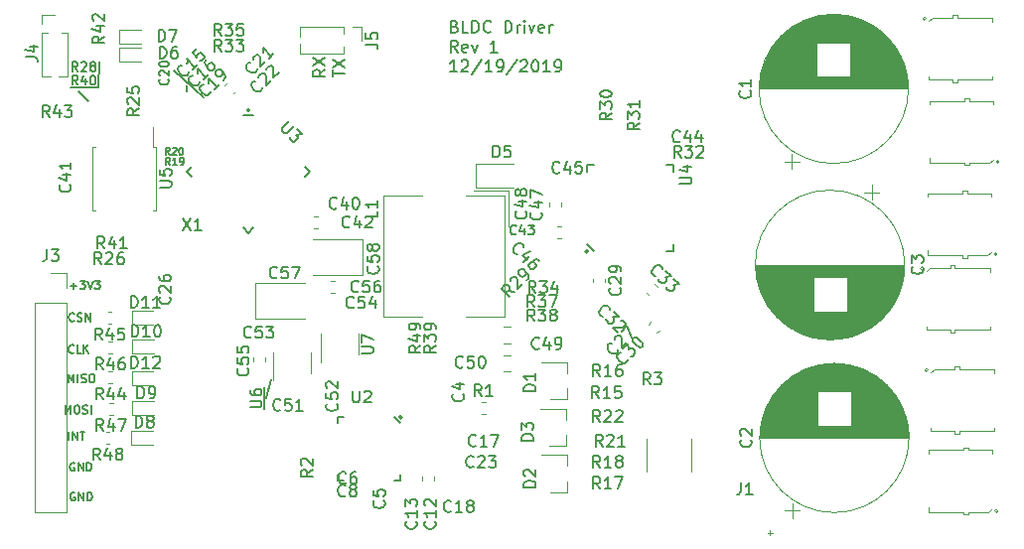
<source format=gto>
%TF.GenerationSoftware,KiCad,Pcbnew,5.1.5-52549c5~84~ubuntu19.10.1*%
%TF.CreationDate,2019-12-19T07:38:22-05:00*%
%TF.ProjectId,bldc-controller,626c6463-2d63-46f6-9e74-726f6c6c6572,rev?*%
%TF.SameCoordinates,Original*%
%TF.FileFunction,Legend,Top*%
%TF.FilePolarity,Positive*%
%FSLAX46Y46*%
G04 Gerber Fmt 4.6, Leading zero omitted, Abs format (unit mm)*
G04 Created by KiCad (PCBNEW 5.1.5-52549c5~84~ubuntu19.10.1) date 2019-12-19 07:38:22*
%MOMM*%
%LPD*%
G04 APERTURE LIST*
%ADD10C,0.152400*%
%ADD11C,0.150000*%
%ADD12C,0.120000*%
G04 APERTURE END LIST*
D10*
X22016666Y-127150000D02*
X22550000Y-127150000D01*
X22283333Y-127416666D02*
X22283333Y-126883333D01*
X22816666Y-126716666D02*
X23250000Y-126716666D01*
X23016666Y-126983333D01*
X23116666Y-126983333D01*
X23183333Y-127016666D01*
X23216666Y-127050000D01*
X23250000Y-127116666D01*
X23250000Y-127283333D01*
X23216666Y-127350000D01*
X23183333Y-127383333D01*
X23116666Y-127416666D01*
X22916666Y-127416666D01*
X22850000Y-127383333D01*
X22816666Y-127350000D01*
X23450000Y-126716666D02*
X23683333Y-127416666D01*
X23916666Y-126716666D01*
X24083333Y-126716666D02*
X24516666Y-126716666D01*
X24283333Y-126983333D01*
X24383333Y-126983333D01*
X24450000Y-127016666D01*
X24483333Y-127050000D01*
X24516666Y-127116666D01*
X24516666Y-127283333D01*
X24483333Y-127350000D01*
X24450000Y-127383333D01*
X24383333Y-127416666D01*
X24183333Y-127416666D01*
X24116666Y-127383333D01*
X24083333Y-127350000D01*
X22391666Y-144800000D02*
X22325000Y-144766666D01*
X22225000Y-144766666D01*
X22125000Y-144800000D01*
X22058333Y-144866666D01*
X22025000Y-144933333D01*
X21991666Y-145066666D01*
X21991666Y-145166666D01*
X22025000Y-145300000D01*
X22058333Y-145366666D01*
X22125000Y-145433333D01*
X22225000Y-145466666D01*
X22291666Y-145466666D01*
X22391666Y-145433333D01*
X22425000Y-145400000D01*
X22425000Y-145166666D01*
X22291666Y-145166666D01*
X22725000Y-145466666D02*
X22725000Y-144766666D01*
X23125000Y-145466666D01*
X23125000Y-144766666D01*
X23458333Y-145466666D02*
X23458333Y-144766666D01*
X23625000Y-144766666D01*
X23725000Y-144800000D01*
X23791666Y-144866666D01*
X23825000Y-144933333D01*
X23858333Y-145066666D01*
X23858333Y-145166666D01*
X23825000Y-145300000D01*
X23791666Y-145366666D01*
X23725000Y-145433333D01*
X23625000Y-145466666D01*
X23458333Y-145466666D01*
X22341666Y-142275000D02*
X22275000Y-142241666D01*
X22175000Y-142241666D01*
X22075000Y-142275000D01*
X22008333Y-142341666D01*
X21975000Y-142408333D01*
X21941666Y-142541666D01*
X21941666Y-142641666D01*
X21975000Y-142775000D01*
X22008333Y-142841666D01*
X22075000Y-142908333D01*
X22175000Y-142941666D01*
X22241666Y-142941666D01*
X22341666Y-142908333D01*
X22375000Y-142875000D01*
X22375000Y-142641666D01*
X22241666Y-142641666D01*
X22675000Y-142941666D02*
X22675000Y-142241666D01*
X23075000Y-142941666D01*
X23075000Y-142241666D01*
X23408333Y-142941666D02*
X23408333Y-142241666D01*
X23575000Y-142241666D01*
X23675000Y-142275000D01*
X23741666Y-142341666D01*
X23775000Y-142408333D01*
X23808333Y-142541666D01*
X23808333Y-142641666D01*
X23775000Y-142775000D01*
X23741666Y-142841666D01*
X23675000Y-142908333D01*
X23575000Y-142941666D01*
X23408333Y-142941666D01*
X21866666Y-140291666D02*
X21866666Y-139591666D01*
X22200000Y-140291666D02*
X22200000Y-139591666D01*
X22600000Y-140291666D01*
X22600000Y-139591666D01*
X22833333Y-139591666D02*
X23233333Y-139591666D01*
X23033333Y-140291666D02*
X23033333Y-139591666D01*
X21550000Y-138041666D02*
X21550000Y-137341666D01*
X21783333Y-137841666D01*
X22016666Y-137341666D01*
X22016666Y-138041666D01*
X22483333Y-137341666D02*
X22616666Y-137341666D01*
X22683333Y-137375000D01*
X22750000Y-137441666D01*
X22783333Y-137575000D01*
X22783333Y-137808333D01*
X22750000Y-137941666D01*
X22683333Y-138008333D01*
X22616666Y-138041666D01*
X22483333Y-138041666D01*
X22416666Y-138008333D01*
X22350000Y-137941666D01*
X22316666Y-137808333D01*
X22316666Y-137575000D01*
X22350000Y-137441666D01*
X22416666Y-137375000D01*
X22483333Y-137341666D01*
X23050000Y-138008333D02*
X23150000Y-138041666D01*
X23316666Y-138041666D01*
X23383333Y-138008333D01*
X23416666Y-137975000D01*
X23450000Y-137908333D01*
X23450000Y-137841666D01*
X23416666Y-137775000D01*
X23383333Y-137741666D01*
X23316666Y-137708333D01*
X23183333Y-137675000D01*
X23116666Y-137641666D01*
X23083333Y-137608333D01*
X23050000Y-137541666D01*
X23050000Y-137475000D01*
X23083333Y-137408333D01*
X23116666Y-137375000D01*
X23183333Y-137341666D01*
X23350000Y-137341666D01*
X23450000Y-137375000D01*
X23750000Y-138041666D02*
X23750000Y-137341666D01*
X21825000Y-135391666D02*
X21825000Y-134691666D01*
X22058333Y-135191666D01*
X22291666Y-134691666D01*
X22291666Y-135391666D01*
X22625000Y-135391666D02*
X22625000Y-134691666D01*
X22925000Y-135358333D02*
X23025000Y-135391666D01*
X23191666Y-135391666D01*
X23258333Y-135358333D01*
X23291666Y-135325000D01*
X23325000Y-135258333D01*
X23325000Y-135191666D01*
X23291666Y-135125000D01*
X23258333Y-135091666D01*
X23191666Y-135058333D01*
X23058333Y-135025000D01*
X22991666Y-134991666D01*
X22958333Y-134958333D01*
X22925000Y-134891666D01*
X22925000Y-134825000D01*
X22958333Y-134758333D01*
X22991666Y-134725000D01*
X23058333Y-134691666D01*
X23225000Y-134691666D01*
X23325000Y-134725000D01*
X23758333Y-134691666D02*
X23891666Y-134691666D01*
X23958333Y-134725000D01*
X24025000Y-134791666D01*
X24058333Y-134925000D01*
X24058333Y-135158333D01*
X24025000Y-135291666D01*
X23958333Y-135358333D01*
X23891666Y-135391666D01*
X23758333Y-135391666D01*
X23691666Y-135358333D01*
X23625000Y-135291666D01*
X23591666Y-135158333D01*
X23591666Y-134925000D01*
X23625000Y-134791666D01*
X23691666Y-134725000D01*
X23758333Y-134691666D01*
X22283333Y-132825000D02*
X22250000Y-132858333D01*
X22150000Y-132891666D01*
X22083333Y-132891666D01*
X21983333Y-132858333D01*
X21916666Y-132791666D01*
X21883333Y-132725000D01*
X21850000Y-132591666D01*
X21850000Y-132491666D01*
X21883333Y-132358333D01*
X21916666Y-132291666D01*
X21983333Y-132225000D01*
X22083333Y-132191666D01*
X22150000Y-132191666D01*
X22250000Y-132225000D01*
X22283333Y-132258333D01*
X22916666Y-132891666D02*
X22583333Y-132891666D01*
X22583333Y-132191666D01*
X23150000Y-132891666D02*
X23150000Y-132191666D01*
X23550000Y-132891666D02*
X23250000Y-132491666D01*
X23550000Y-132191666D02*
X23150000Y-132591666D01*
X22316666Y-130100000D02*
X22283333Y-130133333D01*
X22183333Y-130166666D01*
X22116666Y-130166666D01*
X22016666Y-130133333D01*
X21950000Y-130066666D01*
X21916666Y-130000000D01*
X21883333Y-129866666D01*
X21883333Y-129766666D01*
X21916666Y-129633333D01*
X21950000Y-129566666D01*
X22016666Y-129500000D01*
X22116666Y-129466666D01*
X22183333Y-129466666D01*
X22283333Y-129500000D01*
X22316666Y-129533333D01*
X22583333Y-130133333D02*
X22683333Y-130166666D01*
X22850000Y-130166666D01*
X22916666Y-130133333D01*
X22950000Y-130100000D01*
X22983333Y-130033333D01*
X22983333Y-129966666D01*
X22950000Y-129900000D01*
X22916666Y-129866666D01*
X22850000Y-129833333D01*
X22716666Y-129800000D01*
X22650000Y-129766666D01*
X22616666Y-129733333D01*
X22583333Y-129666666D01*
X22583333Y-129600000D01*
X22616666Y-129533333D01*
X22650000Y-129500000D01*
X22716666Y-129466666D01*
X22883333Y-129466666D01*
X22983333Y-129500000D01*
X23283333Y-130166666D02*
X23283333Y-129466666D01*
X23683333Y-130166666D01*
X23683333Y-129466666D01*
X43721419Y-108719333D02*
X43237609Y-109058000D01*
X43721419Y-109299904D02*
X42705419Y-109299904D01*
X42705419Y-108912857D01*
X42753800Y-108816095D01*
X42802180Y-108767714D01*
X42898942Y-108719333D01*
X43044085Y-108719333D01*
X43140847Y-108767714D01*
X43189228Y-108816095D01*
X43237609Y-108912857D01*
X43237609Y-109299904D01*
X42705419Y-108380666D02*
X43721419Y-107703333D01*
X42705419Y-107703333D02*
X43721419Y-108380666D01*
X44381819Y-109324095D02*
X44381819Y-108743523D01*
X45397819Y-109033809D02*
X44381819Y-109033809D01*
X44381819Y-108501619D02*
X45397819Y-107824285D01*
X44381819Y-107824285D02*
X45397819Y-108501619D01*
X54754631Y-105026028D02*
X54899774Y-105074409D01*
X54948155Y-105122790D01*
X54996536Y-105219552D01*
X54996536Y-105364695D01*
X54948155Y-105461457D01*
X54899774Y-105509838D01*
X54803012Y-105558219D01*
X54415964Y-105558219D01*
X54415964Y-104542219D01*
X54754631Y-104542219D01*
X54851393Y-104590600D01*
X54899774Y-104638980D01*
X54948155Y-104735742D01*
X54948155Y-104832504D01*
X54899774Y-104929266D01*
X54851393Y-104977647D01*
X54754631Y-105026028D01*
X54415964Y-105026028D01*
X55915774Y-105558219D02*
X55431964Y-105558219D01*
X55431964Y-104542219D01*
X56254440Y-105558219D02*
X56254440Y-104542219D01*
X56496345Y-104542219D01*
X56641488Y-104590600D01*
X56738250Y-104687361D01*
X56786631Y-104784123D01*
X56835012Y-104977647D01*
X56835012Y-105122790D01*
X56786631Y-105316314D01*
X56738250Y-105413076D01*
X56641488Y-105509838D01*
X56496345Y-105558219D01*
X56254440Y-105558219D01*
X57851012Y-105461457D02*
X57802631Y-105509838D01*
X57657488Y-105558219D01*
X57560726Y-105558219D01*
X57415583Y-105509838D01*
X57318821Y-105413076D01*
X57270440Y-105316314D01*
X57222060Y-105122790D01*
X57222060Y-104977647D01*
X57270440Y-104784123D01*
X57318821Y-104687361D01*
X57415583Y-104590600D01*
X57560726Y-104542219D01*
X57657488Y-104542219D01*
X57802631Y-104590600D01*
X57851012Y-104638980D01*
X59060536Y-105558219D02*
X59060536Y-104542219D01*
X59302440Y-104542219D01*
X59447583Y-104590600D01*
X59544345Y-104687361D01*
X59592726Y-104784123D01*
X59641107Y-104977647D01*
X59641107Y-105122790D01*
X59592726Y-105316314D01*
X59544345Y-105413076D01*
X59447583Y-105509838D01*
X59302440Y-105558219D01*
X59060536Y-105558219D01*
X60076536Y-105558219D02*
X60076536Y-104880885D01*
X60076536Y-105074409D02*
X60124917Y-104977647D01*
X60173298Y-104929266D01*
X60270060Y-104880885D01*
X60366821Y-104880885D01*
X60705488Y-105558219D02*
X60705488Y-104880885D01*
X60705488Y-104542219D02*
X60657107Y-104590600D01*
X60705488Y-104638980D01*
X60753869Y-104590600D01*
X60705488Y-104542219D01*
X60705488Y-104638980D01*
X61092536Y-104880885D02*
X61334440Y-105558219D01*
X61576345Y-104880885D01*
X62350440Y-105509838D02*
X62253679Y-105558219D01*
X62060155Y-105558219D01*
X61963393Y-105509838D01*
X61915012Y-105413076D01*
X61915012Y-105026028D01*
X61963393Y-104929266D01*
X62060155Y-104880885D01*
X62253679Y-104880885D01*
X62350440Y-104929266D01*
X62398821Y-105026028D01*
X62398821Y-105122790D01*
X61915012Y-105219552D01*
X62834250Y-105558219D02*
X62834250Y-104880885D01*
X62834250Y-105074409D02*
X62882631Y-104977647D01*
X62931012Y-104929266D01*
X63027774Y-104880885D01*
X63124536Y-104880885D01*
X54996536Y-107234619D02*
X54657869Y-106750809D01*
X54415964Y-107234619D02*
X54415964Y-106218619D01*
X54803012Y-106218619D01*
X54899774Y-106267000D01*
X54948155Y-106315380D01*
X54996536Y-106412142D01*
X54996536Y-106557285D01*
X54948155Y-106654047D01*
X54899774Y-106702428D01*
X54803012Y-106750809D01*
X54415964Y-106750809D01*
X55819012Y-107186238D02*
X55722250Y-107234619D01*
X55528726Y-107234619D01*
X55431964Y-107186238D01*
X55383583Y-107089476D01*
X55383583Y-106702428D01*
X55431964Y-106605666D01*
X55528726Y-106557285D01*
X55722250Y-106557285D01*
X55819012Y-106605666D01*
X55867393Y-106702428D01*
X55867393Y-106799190D01*
X55383583Y-106895952D01*
X56206060Y-106557285D02*
X56447964Y-107234619D01*
X56689869Y-106557285D01*
X58383202Y-107234619D02*
X57802631Y-107234619D01*
X58092917Y-107234619D02*
X58092917Y-106218619D01*
X57996155Y-106363761D01*
X57899393Y-106460523D01*
X57802631Y-106508904D01*
X54948155Y-108911019D02*
X54367583Y-108911019D01*
X54657869Y-108911019D02*
X54657869Y-107895019D01*
X54561107Y-108040161D01*
X54464345Y-108136923D01*
X54367583Y-108185304D01*
X55335202Y-107991780D02*
X55383583Y-107943400D01*
X55480345Y-107895019D01*
X55722250Y-107895019D01*
X55819012Y-107943400D01*
X55867393Y-107991780D01*
X55915774Y-108088542D01*
X55915774Y-108185304D01*
X55867393Y-108330447D01*
X55286821Y-108911019D01*
X55915774Y-108911019D01*
X57076917Y-107846638D02*
X56206060Y-109152923D01*
X57947774Y-108911019D02*
X57367202Y-108911019D01*
X57657488Y-108911019D02*
X57657488Y-107895019D01*
X57560726Y-108040161D01*
X57463964Y-108136923D01*
X57367202Y-108185304D01*
X58431583Y-108911019D02*
X58625107Y-108911019D01*
X58721869Y-108862638D01*
X58770250Y-108814257D01*
X58867012Y-108669114D01*
X58915393Y-108475590D01*
X58915393Y-108088542D01*
X58867012Y-107991780D01*
X58818631Y-107943400D01*
X58721869Y-107895019D01*
X58528345Y-107895019D01*
X58431583Y-107943400D01*
X58383202Y-107991780D01*
X58334821Y-108088542D01*
X58334821Y-108330447D01*
X58383202Y-108427209D01*
X58431583Y-108475590D01*
X58528345Y-108523971D01*
X58721869Y-108523971D01*
X58818631Y-108475590D01*
X58867012Y-108427209D01*
X58915393Y-108330447D01*
X60076536Y-107846638D02*
X59205679Y-109152923D01*
X60366821Y-107991780D02*
X60415202Y-107943400D01*
X60511964Y-107895019D01*
X60753869Y-107895019D01*
X60850631Y-107943400D01*
X60899012Y-107991780D01*
X60947393Y-108088542D01*
X60947393Y-108185304D01*
X60899012Y-108330447D01*
X60318440Y-108911019D01*
X60947393Y-108911019D01*
X61576345Y-107895019D02*
X61673107Y-107895019D01*
X61769869Y-107943400D01*
X61818250Y-107991780D01*
X61866631Y-108088542D01*
X61915012Y-108282066D01*
X61915012Y-108523971D01*
X61866631Y-108717495D01*
X61818250Y-108814257D01*
X61769869Y-108862638D01*
X61673107Y-108911019D01*
X61576345Y-108911019D01*
X61479583Y-108862638D01*
X61431202Y-108814257D01*
X61382821Y-108717495D01*
X61334440Y-108523971D01*
X61334440Y-108282066D01*
X61382821Y-108088542D01*
X61431202Y-107991780D01*
X61479583Y-107943400D01*
X61576345Y-107895019D01*
X62882631Y-108911019D02*
X62302060Y-108911019D01*
X62592345Y-108911019D02*
X62592345Y-107895019D01*
X62495583Y-108040161D01*
X62398821Y-108136923D01*
X62302060Y-108185304D01*
X63366440Y-108911019D02*
X63559964Y-108911019D01*
X63656726Y-108862638D01*
X63705107Y-108814257D01*
X63801869Y-108669114D01*
X63850250Y-108475590D01*
X63850250Y-108088542D01*
X63801869Y-107991780D01*
X63753488Y-107943400D01*
X63656726Y-107895019D01*
X63463202Y-107895019D01*
X63366440Y-107943400D01*
X63318060Y-107991780D01*
X63269679Y-108088542D01*
X63269679Y-108330447D01*
X63318060Y-108427209D01*
X63366440Y-108475590D01*
X63463202Y-108523971D01*
X63656726Y-108523971D01*
X63753488Y-108475590D01*
X63801869Y-108427209D01*
X63850250Y-108330447D01*
X22700000Y-110600000D02*
X23550000Y-111400000D01*
X24400000Y-110200000D02*
X22050000Y-110250000D01*
X24450000Y-108050000D02*
X24400000Y-110200000D01*
X31900000Y-110050000D02*
X31900000Y-110600000D01*
X30850000Y-108800000D02*
X33350000Y-111100000D01*
X38700000Y-136750000D02*
X39100000Y-135150000D01*
X38500000Y-135800000D02*
X38500000Y-137650000D01*
D11*
X66180000Y-124210000D02*
G75*
G03X66180000Y-124210000I-150000J0D01*
G01*
X66030000Y-116810000D02*
X66030000Y-117440000D01*
X66660000Y-116810000D02*
X66030000Y-116810000D01*
X73430000Y-116810000D02*
X72800000Y-116810000D01*
X73430000Y-117440000D02*
X73430000Y-116810000D01*
X73430000Y-123580000D02*
X73430000Y-124210000D01*
X73430000Y-124210000D02*
X72800000Y-124210000D01*
X66660000Y-124210000D02*
X66030000Y-123580000D01*
D12*
X98060000Y-119250000D02*
X95060000Y-119250000D01*
X98060000Y-124550000D02*
X95060000Y-124550000D01*
X98460000Y-124750000D02*
X98460000Y-124550000D01*
X98060000Y-124750000D02*
X98460000Y-124750000D01*
X98060000Y-124550000D02*
X98060000Y-124750000D01*
X98460000Y-119050000D02*
X98460000Y-119250000D01*
X98060000Y-119050000D02*
X98460000Y-119050000D01*
X98060000Y-119250000D02*
X98060000Y-119050000D01*
X95060000Y-119250000D02*
X95060000Y-119550000D01*
X100460000Y-119550000D02*
X100460000Y-119250000D01*
X98460000Y-119250000D02*
X100460000Y-119250000D01*
X100160000Y-124550000D02*
X100460000Y-124250000D01*
X98460000Y-124550000D02*
X100160000Y-124550000D01*
X95060000Y-124150000D02*
X95060000Y-124550000D01*
X101001421Y-124450000D02*
G75*
G03X101001421Y-124450000I-141421J0D01*
G01*
X97600000Y-109570000D02*
X100600000Y-109570000D01*
X97600000Y-104270000D02*
X100600000Y-104270000D01*
X97200000Y-104070000D02*
X97200000Y-104270000D01*
X97600000Y-104070000D02*
X97200000Y-104070000D01*
X97600000Y-104270000D02*
X97600000Y-104070000D01*
X97200000Y-109770000D02*
X97200000Y-109570000D01*
X97600000Y-109770000D02*
X97200000Y-109770000D01*
X97600000Y-109570000D02*
X97600000Y-109770000D01*
X100600000Y-109570000D02*
X100600000Y-109270000D01*
X95200000Y-109270000D02*
X95200000Y-109570000D01*
X97200000Y-109570000D02*
X95200000Y-109570000D01*
X95500000Y-104270000D02*
X95200000Y-104570000D01*
X97200000Y-104270000D02*
X95500000Y-104270000D01*
X100600000Y-104670000D02*
X100600000Y-104270000D01*
X94941421Y-104370000D02*
G75*
G03X94941421Y-104370000I-141421J0D01*
G01*
X98240000Y-111370000D02*
X95240000Y-111370000D01*
X98240000Y-116670000D02*
X95240000Y-116670000D01*
X98640000Y-116870000D02*
X98640000Y-116670000D01*
X98240000Y-116870000D02*
X98640000Y-116870000D01*
X98240000Y-116670000D02*
X98240000Y-116870000D01*
X98640000Y-111170000D02*
X98640000Y-111370000D01*
X98240000Y-111170000D02*
X98640000Y-111170000D01*
X98240000Y-111370000D02*
X98240000Y-111170000D01*
X95240000Y-111370000D02*
X95240000Y-111670000D01*
X100640000Y-111670000D02*
X100640000Y-111370000D01*
X98640000Y-111370000D02*
X100640000Y-111370000D01*
X100340000Y-116670000D02*
X100640000Y-116370000D01*
X98640000Y-116670000D02*
X100340000Y-116670000D01*
X95240000Y-116270000D02*
X95240000Y-116670000D01*
X101181421Y-116570000D02*
G75*
G03X101181421Y-116570000I-141421J0D01*
G01*
X97390000Y-130910000D02*
X100390000Y-130910000D01*
X97390000Y-125610000D02*
X100390000Y-125610000D01*
X96990000Y-125410000D02*
X96990000Y-125610000D01*
X97390000Y-125410000D02*
X96990000Y-125410000D01*
X97390000Y-125610000D02*
X97390000Y-125410000D01*
X96990000Y-131110000D02*
X96990000Y-130910000D01*
X97390000Y-131110000D02*
X96990000Y-131110000D01*
X97390000Y-130910000D02*
X97390000Y-131110000D01*
X100390000Y-130910000D02*
X100390000Y-130610000D01*
X94990000Y-130610000D02*
X94990000Y-130910000D01*
X96990000Y-130910000D02*
X94990000Y-130910000D01*
X95290000Y-125610000D02*
X94990000Y-125910000D01*
X96990000Y-125610000D02*
X95290000Y-125610000D01*
X100390000Y-126010000D02*
X100390000Y-125610000D01*
X94731421Y-125710000D02*
G75*
G03X94731421Y-125710000I-141421J0D01*
G01*
X97770000Y-139540000D02*
X100770000Y-139540000D01*
X97770000Y-134240000D02*
X100770000Y-134240000D01*
X97370000Y-134040000D02*
X97370000Y-134240000D01*
X97770000Y-134040000D02*
X97370000Y-134040000D01*
X97770000Y-134240000D02*
X97770000Y-134040000D01*
X97370000Y-139740000D02*
X97370000Y-139540000D01*
X97770000Y-139740000D02*
X97370000Y-139740000D01*
X97770000Y-139540000D02*
X97770000Y-139740000D01*
X100770000Y-139540000D02*
X100770000Y-139240000D01*
X95370000Y-139240000D02*
X95370000Y-139540000D01*
X97370000Y-139540000D02*
X95370000Y-139540000D01*
X95670000Y-134240000D02*
X95370000Y-134540000D01*
X97370000Y-134240000D02*
X95670000Y-134240000D01*
X100770000Y-134640000D02*
X100770000Y-134240000D01*
X95111421Y-134340000D02*
G75*
G03X95111421Y-134340000I-141421J0D01*
G01*
X98160000Y-141150000D02*
X95160000Y-141150000D01*
X98160000Y-146450000D02*
X95160000Y-146450000D01*
X98560000Y-146650000D02*
X98560000Y-146450000D01*
X98160000Y-146650000D02*
X98560000Y-146650000D01*
X98160000Y-146450000D02*
X98160000Y-146650000D01*
X98560000Y-140950000D02*
X98560000Y-141150000D01*
X98160000Y-140950000D02*
X98560000Y-140950000D01*
X98160000Y-141150000D02*
X98160000Y-140950000D01*
X95160000Y-141150000D02*
X95160000Y-141450000D01*
X100560000Y-141450000D02*
X100560000Y-141150000D01*
X98560000Y-141150000D02*
X100560000Y-141150000D01*
X100260000Y-146450000D02*
X100560000Y-146150000D01*
X98560000Y-146450000D02*
X100260000Y-146450000D01*
X95160000Y-146050000D02*
X95160000Y-146450000D01*
X101101421Y-146350000D02*
G75*
G03X101101421Y-146350000I-141421J0D01*
G01*
X90950000Y-119167918D02*
X89700000Y-119167918D01*
X90325000Y-118542918D02*
X90325000Y-119792918D01*
X87067000Y-131721000D02*
X86433000Y-131721000D01*
X87507000Y-131681000D02*
X85993000Y-131681000D01*
X87778000Y-131641000D02*
X85722000Y-131641000D01*
X87991000Y-131601000D02*
X85509000Y-131601000D01*
X88172000Y-131561000D02*
X85328000Y-131561000D01*
X88333000Y-131521000D02*
X85167000Y-131521000D01*
X88478000Y-131481000D02*
X85022000Y-131481000D01*
X88611000Y-131441000D02*
X84889000Y-131441000D01*
X88734000Y-131401000D02*
X84766000Y-131401000D01*
X88850000Y-131361000D02*
X84650000Y-131361000D01*
X88959000Y-131321000D02*
X84541000Y-131321000D01*
X89062000Y-131281000D02*
X84438000Y-131281000D01*
X89160000Y-131241000D02*
X84340000Y-131241000D01*
X89254000Y-131201000D02*
X84246000Y-131201000D01*
X89344000Y-131161000D02*
X84156000Y-131161000D01*
X89431000Y-131121000D02*
X84069000Y-131121000D01*
X89514000Y-131081000D02*
X83986000Y-131081000D01*
X89594000Y-131041000D02*
X83906000Y-131041000D01*
X89671000Y-131001000D02*
X83829000Y-131001000D01*
X89746000Y-130961000D02*
X83754000Y-130961000D01*
X89819000Y-130921000D02*
X83681000Y-130921000D01*
X89890000Y-130881000D02*
X83610000Y-130881000D01*
X89958000Y-130841000D02*
X83542000Y-130841000D01*
X90025000Y-130801000D02*
X83475000Y-130801000D01*
X90089000Y-130761000D02*
X83411000Y-130761000D01*
X90152000Y-130721000D02*
X83348000Y-130721000D01*
X90214000Y-130681000D02*
X83286000Y-130681000D01*
X90274000Y-130641000D02*
X83226000Y-130641000D01*
X90333000Y-130601000D02*
X83167000Y-130601000D01*
X90390000Y-130561000D02*
X83110000Y-130561000D01*
X90446000Y-130521000D02*
X83054000Y-130521000D01*
X90500000Y-130481000D02*
X83000000Y-130481000D01*
X90554000Y-130441000D02*
X82946000Y-130441000D01*
X90606000Y-130401000D02*
X82894000Y-130401000D01*
X90657000Y-130361000D02*
X82843000Y-130361000D01*
X90707000Y-130321000D02*
X82793000Y-130321000D01*
X90757000Y-130281000D02*
X82743000Y-130281000D01*
X90805000Y-130241000D02*
X82695000Y-130241000D01*
X90852000Y-130201000D02*
X82648000Y-130201000D01*
X90898000Y-130161000D02*
X82602000Y-130161000D01*
X90944000Y-130121000D02*
X82556000Y-130121000D01*
X90988000Y-130081000D02*
X82512000Y-130081000D01*
X91032000Y-130041000D02*
X82468000Y-130041000D01*
X91075000Y-130001000D02*
X82425000Y-130001000D01*
X91117000Y-129961000D02*
X82383000Y-129961000D01*
X91158000Y-129921000D02*
X82342000Y-129921000D01*
X91199000Y-129881000D02*
X82301000Y-129881000D01*
X91239000Y-129841000D02*
X82261000Y-129841000D01*
X91278000Y-129801000D02*
X82222000Y-129801000D01*
X91317000Y-129761000D02*
X82183000Y-129761000D01*
X91355000Y-129721000D02*
X82145000Y-129721000D01*
X91392000Y-129681000D02*
X82108000Y-129681000D01*
X91428000Y-129641000D02*
X82072000Y-129641000D01*
X91464000Y-129601000D02*
X82036000Y-129601000D01*
X91500000Y-129561000D02*
X82000000Y-129561000D01*
X91535000Y-129521000D02*
X81965000Y-129521000D01*
X91569000Y-129481000D02*
X81931000Y-129481000D01*
X91602000Y-129441000D02*
X81898000Y-129441000D01*
X91635000Y-129401000D02*
X81865000Y-129401000D01*
X91668000Y-129361000D02*
X81832000Y-129361000D01*
X91700000Y-129321000D02*
X81800000Y-129321000D01*
X85310000Y-129281000D02*
X81768000Y-129281000D01*
X91732000Y-129281000D02*
X88190000Y-129281000D01*
X85310000Y-129241000D02*
X81738000Y-129241000D01*
X91762000Y-129241000D02*
X88190000Y-129241000D01*
X85310000Y-129201000D02*
X81707000Y-129201000D01*
X91793000Y-129201000D02*
X88190000Y-129201000D01*
X85310000Y-129161000D02*
X81677000Y-129161000D01*
X91823000Y-129161000D02*
X88190000Y-129161000D01*
X85310000Y-129121000D02*
X81648000Y-129121000D01*
X91852000Y-129121000D02*
X88190000Y-129121000D01*
X85310000Y-129081000D02*
X81619000Y-129081000D01*
X91881000Y-129081000D02*
X88190000Y-129081000D01*
X85310000Y-129041000D02*
X81590000Y-129041000D01*
X91910000Y-129041000D02*
X88190000Y-129041000D01*
X85310000Y-129001000D02*
X81562000Y-129001000D01*
X91938000Y-129001000D02*
X88190000Y-129001000D01*
X85310000Y-128961000D02*
X81534000Y-128961000D01*
X91966000Y-128961000D02*
X88190000Y-128961000D01*
X85310000Y-128921000D02*
X81507000Y-128921000D01*
X91993000Y-128921000D02*
X88190000Y-128921000D01*
X85310000Y-128881000D02*
X81480000Y-128881000D01*
X92020000Y-128881000D02*
X88190000Y-128881000D01*
X85310000Y-128841000D02*
X81454000Y-128841000D01*
X92046000Y-128841000D02*
X88190000Y-128841000D01*
X85310000Y-128801000D02*
X81428000Y-128801000D01*
X92072000Y-128801000D02*
X88190000Y-128801000D01*
X85310000Y-128761000D02*
X81403000Y-128761000D01*
X92097000Y-128761000D02*
X88190000Y-128761000D01*
X85310000Y-128721000D02*
X81378000Y-128721000D01*
X92122000Y-128721000D02*
X88190000Y-128721000D01*
X85310000Y-128681000D02*
X81353000Y-128681000D01*
X92147000Y-128681000D02*
X88190000Y-128681000D01*
X85310000Y-128641000D02*
X81329000Y-128641000D01*
X92171000Y-128641000D02*
X88190000Y-128641000D01*
X85310000Y-128601000D02*
X81305000Y-128601000D01*
X92195000Y-128601000D02*
X88190000Y-128601000D01*
X85310000Y-128561000D02*
X81282000Y-128561000D01*
X92218000Y-128561000D02*
X88190000Y-128561000D01*
X85310000Y-128521000D02*
X81259000Y-128521000D01*
X92241000Y-128521000D02*
X88190000Y-128521000D01*
X85310000Y-128481000D02*
X81236000Y-128481000D01*
X92264000Y-128481000D02*
X88190000Y-128481000D01*
X85310000Y-128441000D02*
X81214000Y-128441000D01*
X92286000Y-128441000D02*
X88190000Y-128441000D01*
X85310000Y-128401000D02*
X81192000Y-128401000D01*
X92308000Y-128401000D02*
X88190000Y-128401000D01*
X85310000Y-128361000D02*
X81170000Y-128361000D01*
X92330000Y-128361000D02*
X88190000Y-128361000D01*
X85310000Y-128321000D02*
X81149000Y-128321000D01*
X92351000Y-128321000D02*
X88190000Y-128321000D01*
X85310000Y-128281000D02*
X81128000Y-128281000D01*
X92372000Y-128281000D02*
X88190000Y-128281000D01*
X85310000Y-128241000D02*
X81108000Y-128241000D01*
X92392000Y-128241000D02*
X88190000Y-128241000D01*
X85310000Y-128201000D02*
X81088000Y-128201000D01*
X92412000Y-128201000D02*
X88190000Y-128201000D01*
X85310000Y-128161000D02*
X81068000Y-128161000D01*
X92432000Y-128161000D02*
X88190000Y-128161000D01*
X85310000Y-128121000D02*
X81048000Y-128121000D01*
X92452000Y-128121000D02*
X88190000Y-128121000D01*
X85310000Y-128081000D02*
X81029000Y-128081000D01*
X92471000Y-128081000D02*
X88190000Y-128081000D01*
X85310000Y-128041000D02*
X81011000Y-128041000D01*
X92489000Y-128041000D02*
X88190000Y-128041000D01*
X85310000Y-128001000D02*
X80992000Y-128001000D01*
X92508000Y-128001000D02*
X88190000Y-128001000D01*
X85310000Y-127961000D02*
X80974000Y-127961000D01*
X92526000Y-127961000D02*
X88190000Y-127961000D01*
X85310000Y-127921000D02*
X80957000Y-127921000D01*
X92543000Y-127921000D02*
X88190000Y-127921000D01*
X85310000Y-127881000D02*
X80939000Y-127881000D01*
X92561000Y-127881000D02*
X88190000Y-127881000D01*
X85310000Y-127841000D02*
X80922000Y-127841000D01*
X92578000Y-127841000D02*
X88190000Y-127841000D01*
X85310000Y-127801000D02*
X80905000Y-127801000D01*
X92595000Y-127801000D02*
X88190000Y-127801000D01*
X85310000Y-127761000D02*
X80889000Y-127761000D01*
X92611000Y-127761000D02*
X88190000Y-127761000D01*
X85310000Y-127721000D02*
X80873000Y-127721000D01*
X92627000Y-127721000D02*
X88190000Y-127721000D01*
X85310000Y-127681000D02*
X80857000Y-127681000D01*
X92643000Y-127681000D02*
X88190000Y-127681000D01*
X85310000Y-127641000D02*
X80842000Y-127641000D01*
X92658000Y-127641000D02*
X88190000Y-127641000D01*
X85310000Y-127601000D02*
X80826000Y-127601000D01*
X92674000Y-127601000D02*
X88190000Y-127601000D01*
X85310000Y-127561000D02*
X80811000Y-127561000D01*
X92689000Y-127561000D02*
X88190000Y-127561000D01*
X85310000Y-127521000D02*
X80797000Y-127521000D01*
X92703000Y-127521000D02*
X88190000Y-127521000D01*
X85310000Y-127481000D02*
X80783000Y-127481000D01*
X92717000Y-127481000D02*
X88190000Y-127481000D01*
X85310000Y-127441000D02*
X80769000Y-127441000D01*
X92731000Y-127441000D02*
X88190000Y-127441000D01*
X85310000Y-127401000D02*
X80755000Y-127401000D01*
X92745000Y-127401000D02*
X88190000Y-127401000D01*
X85310000Y-127361000D02*
X80742000Y-127361000D01*
X92758000Y-127361000D02*
X88190000Y-127361000D01*
X85310000Y-127321000D02*
X80729000Y-127321000D01*
X92771000Y-127321000D02*
X88190000Y-127321000D01*
X85310000Y-127281000D02*
X80716000Y-127281000D01*
X92784000Y-127281000D02*
X88190000Y-127281000D01*
X85310000Y-127241000D02*
X80703000Y-127241000D01*
X92797000Y-127241000D02*
X88190000Y-127241000D01*
X85310000Y-127201000D02*
X80691000Y-127201000D01*
X92809000Y-127201000D02*
X88190000Y-127201000D01*
X85310000Y-127161000D02*
X80679000Y-127161000D01*
X92821000Y-127161000D02*
X88190000Y-127161000D01*
X85310000Y-127121000D02*
X80667000Y-127121000D01*
X92833000Y-127121000D02*
X88190000Y-127121000D01*
X85310000Y-127081000D02*
X80656000Y-127081000D01*
X92844000Y-127081000D02*
X88190000Y-127081000D01*
X85310000Y-127041000D02*
X80645000Y-127041000D01*
X92855000Y-127041000D02*
X88190000Y-127041000D01*
X85310000Y-127001000D02*
X80634000Y-127001000D01*
X92866000Y-127001000D02*
X88190000Y-127001000D01*
X85310000Y-126961000D02*
X80624000Y-126961000D01*
X92876000Y-126961000D02*
X88190000Y-126961000D01*
X85310000Y-126921000D02*
X80613000Y-126921000D01*
X92887000Y-126921000D02*
X88190000Y-126921000D01*
X85310000Y-126881000D02*
X80604000Y-126881000D01*
X92896000Y-126881000D02*
X88190000Y-126881000D01*
X85310000Y-126841000D02*
X80594000Y-126841000D01*
X92906000Y-126841000D02*
X88190000Y-126841000D01*
X85310000Y-126801000D02*
X80584000Y-126801000D01*
X92916000Y-126801000D02*
X88190000Y-126801000D01*
X85310000Y-126761000D02*
X80575000Y-126761000D01*
X92925000Y-126761000D02*
X88190000Y-126761000D01*
X85310000Y-126721000D02*
X80566000Y-126721000D01*
X92934000Y-126721000D02*
X88190000Y-126721000D01*
X85310000Y-126681000D02*
X80558000Y-126681000D01*
X92942000Y-126681000D02*
X88190000Y-126681000D01*
X85310000Y-126641000D02*
X80549000Y-126641000D01*
X92951000Y-126641000D02*
X88190000Y-126641000D01*
X85310000Y-126601000D02*
X80541000Y-126601000D01*
X92959000Y-126601000D02*
X88190000Y-126601000D01*
X85310000Y-126561000D02*
X80534000Y-126561000D01*
X92966000Y-126561000D02*
X88190000Y-126561000D01*
X85310000Y-126521000D02*
X80526000Y-126521000D01*
X92974000Y-126521000D02*
X88190000Y-126521000D01*
X85310000Y-126481000D02*
X80519000Y-126481000D01*
X92981000Y-126481000D02*
X88190000Y-126481000D01*
X85310000Y-126441000D02*
X80512000Y-126441000D01*
X92988000Y-126441000D02*
X88190000Y-126441000D01*
X92995000Y-126401000D02*
X80505000Y-126401000D01*
X93002000Y-126361000D02*
X80498000Y-126361000D01*
X93008000Y-126321000D02*
X80492000Y-126321000D01*
X93014000Y-126281000D02*
X80486000Y-126281000D01*
X93019000Y-126241000D02*
X80481000Y-126241000D01*
X93025000Y-126201000D02*
X80475000Y-126201000D01*
X93030000Y-126161000D02*
X80470000Y-126161000D01*
X93035000Y-126121000D02*
X80465000Y-126121000D01*
X93040000Y-126081000D02*
X80460000Y-126081000D01*
X93044000Y-126040000D02*
X80456000Y-126040000D01*
X93048000Y-126000000D02*
X80452000Y-126000000D01*
X93052000Y-125960000D02*
X80448000Y-125960000D01*
X93056000Y-125920000D02*
X80444000Y-125920000D01*
X93059000Y-125880000D02*
X80441000Y-125880000D01*
X93062000Y-125840000D02*
X80438000Y-125840000D01*
X93065000Y-125800000D02*
X80435000Y-125800000D01*
X93068000Y-125760000D02*
X80432000Y-125760000D01*
X93070000Y-125720000D02*
X80430000Y-125720000D01*
X93072000Y-125680000D02*
X80428000Y-125680000D01*
X93074000Y-125640000D02*
X80426000Y-125640000D01*
X93076000Y-125600000D02*
X80424000Y-125600000D01*
X93077000Y-125560000D02*
X80423000Y-125560000D01*
X93078000Y-125520000D02*
X80422000Y-125520000D01*
X93079000Y-125480000D02*
X80421000Y-125480000D01*
X93080000Y-125440000D02*
X80420000Y-125440000D01*
X93080000Y-125400000D02*
X80420000Y-125400000D01*
X93080000Y-125360000D02*
X80420000Y-125360000D01*
X93120000Y-125360000D02*
G75*
G03X93120000Y-125360000I-6370000J0D01*
G01*
X43310000Y-131230000D02*
X43310000Y-133680000D01*
X46530000Y-133030000D02*
X46530000Y-131230000D01*
X39270000Y-132790000D02*
X39270000Y-135240000D01*
X42490000Y-134590000D02*
X42490000Y-132790000D01*
X29065000Y-115265000D02*
X29065000Y-113590000D01*
X29325000Y-115265000D02*
X29065000Y-115265000D01*
X29325000Y-117990000D02*
X29325000Y-115265000D01*
X29325000Y-120715000D02*
X29065000Y-120715000D01*
X29325000Y-117990000D02*
X29325000Y-120715000D01*
X23875000Y-115265000D02*
X24135000Y-115265000D01*
X23875000Y-117990000D02*
X23875000Y-115265000D01*
X23875000Y-120715000D02*
X24135000Y-120715000D01*
X23875000Y-117990000D02*
X23875000Y-120715000D01*
D11*
X37320000Y-112177410D02*
G75*
G03X37320000Y-112177410I-150000J0D01*
G01*
X42402590Y-117410000D02*
X41957113Y-116964523D01*
X41957113Y-117855477D02*
X42402590Y-117410000D01*
X37170000Y-122642590D02*
X37615477Y-122197113D01*
X36724523Y-122197113D02*
X37170000Y-122642590D01*
X32382887Y-117855477D02*
X31937410Y-117410000D01*
X31937410Y-117410000D02*
X32382887Y-116964523D01*
X36724523Y-112622887D02*
X37615477Y-112622887D01*
X50300000Y-138350000D02*
G75*
G03X50300000Y-138350000I-150000J0D01*
G01*
X50150000Y-143750000D02*
X50150000Y-143225000D01*
X49625000Y-143750000D02*
X50150000Y-143750000D01*
X44750000Y-143750000D02*
X45275000Y-143750000D01*
X44750000Y-143225000D02*
X44750000Y-143750000D01*
X44750000Y-138875000D02*
X44750000Y-138350000D01*
X44750000Y-138350000D02*
X45275000Y-138350000D01*
X49625000Y-138350000D02*
X50150000Y-138875000D01*
D12*
X25342779Y-139610000D02*
X25017221Y-139610000D01*
X25342779Y-140630000D02*
X25017221Y-140630000D01*
X25612779Y-137110000D02*
X25287221Y-137110000D01*
X25612779Y-138130000D02*
X25287221Y-138130000D01*
X25572779Y-131900000D02*
X25247221Y-131900000D01*
X25572779Y-132920000D02*
X25247221Y-132920000D01*
X25520279Y-129370000D02*
X25194721Y-129370000D01*
X25520279Y-130390000D02*
X25194721Y-130390000D01*
X25572779Y-134460000D02*
X25247221Y-134460000D01*
X25572779Y-135480000D02*
X25247221Y-135480000D01*
X71100000Y-140200000D02*
X71100000Y-143000000D01*
X74900000Y-140200000D02*
X74900000Y-143000000D01*
X57037221Y-138050000D02*
X57362779Y-138050000D01*
X57037221Y-137030000D02*
X57362779Y-137030000D01*
X51990000Y-119420000D02*
X48670000Y-119420000D01*
X59010000Y-119420000D02*
X55690000Y-119420000D01*
X48670000Y-119420000D02*
X48670000Y-129760000D01*
X51990000Y-129760000D02*
X48670000Y-129760000D01*
X59010000Y-129760000D02*
X55690000Y-129760000D01*
X59010000Y-119420000D02*
X59010000Y-129760000D01*
X59390000Y-119040000D02*
X59390000Y-122040000D01*
X56390000Y-119040000D02*
X59390000Y-119040000D01*
X46810000Y-105100000D02*
X46810000Y-106210000D01*
X46050000Y-105100000D02*
X46810000Y-105100000D01*
X45290000Y-106773471D02*
X45290000Y-107320000D01*
X45290000Y-105100000D02*
X45290000Y-105646529D01*
X45290000Y-107320000D02*
X41545000Y-107320000D01*
X45290000Y-105100000D02*
X41545000Y-105100000D01*
X41545000Y-106517530D02*
X41545000Y-107320000D01*
X41545000Y-105100000D02*
X41545000Y-105902470D01*
X19550000Y-104020000D02*
X20660000Y-104020000D01*
X19550000Y-104780000D02*
X19550000Y-104020000D01*
X21223471Y-105540000D02*
X21770000Y-105540000D01*
X19550000Y-105540000D02*
X20096529Y-105540000D01*
X21770000Y-105540000D02*
X21770000Y-109285000D01*
X19550000Y-105540000D02*
X19550000Y-109285000D01*
X20967530Y-109285000D02*
X21770000Y-109285000D01*
X19550000Y-109285000D02*
X20352470Y-109285000D01*
X20320000Y-126020000D02*
X21650000Y-126020000D01*
X21650000Y-126020000D02*
X21650000Y-127350000D01*
X21650000Y-128620000D02*
X21650000Y-146460000D01*
X18990000Y-146460000D02*
X21650000Y-146460000D01*
X18990000Y-128620000D02*
X18990000Y-146460000D01*
X18990000Y-128620000D02*
X21650000Y-128620000D01*
X81630000Y-148020000D02*
X81630000Y-148420000D01*
X81830000Y-148220000D02*
X81430000Y-148220000D01*
X29080000Y-135610000D02*
X27230000Y-135610000D01*
X29080000Y-134410000D02*
X27230000Y-134410000D01*
X27230000Y-134410000D02*
X27230000Y-135610000D01*
X29080000Y-130470000D02*
X27230000Y-130470000D01*
X29080000Y-129270000D02*
X27230000Y-129270000D01*
X27230000Y-129270000D02*
X27230000Y-130470000D01*
X29140000Y-132950000D02*
X27290000Y-132950000D01*
X29140000Y-131750000D02*
X27290000Y-131750000D01*
X27290000Y-131750000D02*
X27290000Y-132950000D01*
X29150000Y-138190000D02*
X27300000Y-138190000D01*
X29150000Y-136990000D02*
X27300000Y-136990000D01*
X27300000Y-136990000D02*
X27300000Y-138190000D01*
X29000000Y-140690000D02*
X27150000Y-140690000D01*
X29000000Y-139490000D02*
X27150000Y-139490000D01*
X27150000Y-139490000D02*
X27150000Y-140690000D01*
X28010000Y-106490000D02*
X26160000Y-106490000D01*
X28010000Y-105290000D02*
X26160000Y-105290000D01*
X26160000Y-105290000D02*
X26160000Y-106490000D01*
X28000000Y-108010000D02*
X26150000Y-108010000D01*
X28000000Y-106810000D02*
X26150000Y-106810000D01*
X26150000Y-106810000D02*
X26150000Y-108010000D01*
X56560000Y-118740000D02*
X56560000Y-116740000D01*
X56560000Y-118740000D02*
X59760000Y-118740000D01*
X59760000Y-116740000D02*
X56560000Y-116740000D01*
X64250000Y-140800000D02*
X62790000Y-140800000D01*
X64250000Y-137640000D02*
X62090000Y-137640000D01*
X64250000Y-137640000D02*
X64250000Y-138570000D01*
X64250000Y-140800000D02*
X64250000Y-139870000D01*
X64340000Y-144730000D02*
X62880000Y-144730000D01*
X64340000Y-141570000D02*
X62180000Y-141570000D01*
X64340000Y-141570000D02*
X64340000Y-142500000D01*
X64340000Y-144730000D02*
X64340000Y-143800000D01*
X64340000Y-136840000D02*
X62880000Y-136840000D01*
X64340000Y-133680000D02*
X62180000Y-133680000D01*
X64340000Y-133680000D02*
X64340000Y-134610000D01*
X64340000Y-136840000D02*
X64340000Y-135910000D01*
X46910000Y-123190000D02*
X42700000Y-123190000D01*
X46910000Y-126210000D02*
X46910000Y-123190000D01*
X42700000Y-126210000D02*
X46910000Y-126210000D01*
X37790000Y-129920000D02*
X42000000Y-129920000D01*
X37790000Y-126900000D02*
X37790000Y-129920000D01*
X42000000Y-126900000D02*
X37790000Y-126900000D01*
X44542779Y-126720000D02*
X44217221Y-126720000D01*
X44542779Y-127740000D02*
X44217221Y-127740000D01*
X37560000Y-133257221D02*
X37560000Y-133582779D01*
X38580000Y-133257221D02*
X38580000Y-133582779D01*
X58961422Y-134470000D02*
X59478578Y-134470000D01*
X58961422Y-133050000D02*
X59478578Y-133050000D01*
X58961422Y-132070000D02*
X59478578Y-132070000D01*
X58961422Y-130650000D02*
X59478578Y-130650000D01*
X63860000Y-120402779D02*
X63860000Y-120077221D01*
X62840000Y-120402779D02*
X62840000Y-120077221D01*
X63822779Y-122070000D02*
X63497221Y-122070000D01*
X63822779Y-123090000D02*
X63497221Y-123090000D01*
X42757221Y-122260000D02*
X43082779Y-122260000D01*
X42757221Y-121240000D02*
X43082779Y-121240000D01*
X72045727Y-127224478D02*
X71815522Y-126994273D01*
X71324478Y-127945727D02*
X71094273Y-127715522D01*
X71481325Y-130217426D02*
X71251120Y-130447631D01*
X72202574Y-130938675D02*
X71972369Y-131168880D01*
X66550000Y-126527221D02*
X66550000Y-126852779D01*
X67570000Y-126527221D02*
X67570000Y-126852779D01*
X35374478Y-109814273D02*
X35144273Y-110044478D01*
X36095727Y-110535522D02*
X35865522Y-110765727D01*
X51960000Y-143417221D02*
X51960000Y-143742779D01*
X52980000Y-143417221D02*
X52980000Y-143742779D01*
X82920000Y-146312082D02*
X84170000Y-146312082D01*
X83545000Y-146937082D02*
X83545000Y-145687082D01*
X86803000Y-133759000D02*
X87437000Y-133759000D01*
X86363000Y-133799000D02*
X87877000Y-133799000D01*
X86092000Y-133839000D02*
X88148000Y-133839000D01*
X85879000Y-133879000D02*
X88361000Y-133879000D01*
X85698000Y-133919000D02*
X88542000Y-133919000D01*
X85537000Y-133959000D02*
X88703000Y-133959000D01*
X85392000Y-133999000D02*
X88848000Y-133999000D01*
X85259000Y-134039000D02*
X88981000Y-134039000D01*
X85136000Y-134079000D02*
X89104000Y-134079000D01*
X85020000Y-134119000D02*
X89220000Y-134119000D01*
X84911000Y-134159000D02*
X89329000Y-134159000D01*
X84808000Y-134199000D02*
X89432000Y-134199000D01*
X84710000Y-134239000D02*
X89530000Y-134239000D01*
X84616000Y-134279000D02*
X89624000Y-134279000D01*
X84526000Y-134319000D02*
X89714000Y-134319000D01*
X84439000Y-134359000D02*
X89801000Y-134359000D01*
X84356000Y-134399000D02*
X89884000Y-134399000D01*
X84276000Y-134439000D02*
X89964000Y-134439000D01*
X84199000Y-134479000D02*
X90041000Y-134479000D01*
X84124000Y-134519000D02*
X90116000Y-134519000D01*
X84051000Y-134559000D02*
X90189000Y-134559000D01*
X83980000Y-134599000D02*
X90260000Y-134599000D01*
X83912000Y-134639000D02*
X90328000Y-134639000D01*
X83845000Y-134679000D02*
X90395000Y-134679000D01*
X83781000Y-134719000D02*
X90459000Y-134719000D01*
X83718000Y-134759000D02*
X90522000Y-134759000D01*
X83656000Y-134799000D02*
X90584000Y-134799000D01*
X83596000Y-134839000D02*
X90644000Y-134839000D01*
X83537000Y-134879000D02*
X90703000Y-134879000D01*
X83480000Y-134919000D02*
X90760000Y-134919000D01*
X83424000Y-134959000D02*
X90816000Y-134959000D01*
X83370000Y-134999000D02*
X90870000Y-134999000D01*
X83316000Y-135039000D02*
X90924000Y-135039000D01*
X83264000Y-135079000D02*
X90976000Y-135079000D01*
X83213000Y-135119000D02*
X91027000Y-135119000D01*
X83163000Y-135159000D02*
X91077000Y-135159000D01*
X83113000Y-135199000D02*
X91127000Y-135199000D01*
X83065000Y-135239000D02*
X91175000Y-135239000D01*
X83018000Y-135279000D02*
X91222000Y-135279000D01*
X82972000Y-135319000D02*
X91268000Y-135319000D01*
X82926000Y-135359000D02*
X91314000Y-135359000D01*
X82882000Y-135399000D02*
X91358000Y-135399000D01*
X82838000Y-135439000D02*
X91402000Y-135439000D01*
X82795000Y-135479000D02*
X91445000Y-135479000D01*
X82753000Y-135519000D02*
X91487000Y-135519000D01*
X82712000Y-135559000D02*
X91528000Y-135559000D01*
X82671000Y-135599000D02*
X91569000Y-135599000D01*
X82631000Y-135639000D02*
X91609000Y-135639000D01*
X82592000Y-135679000D02*
X91648000Y-135679000D01*
X82553000Y-135719000D02*
X91687000Y-135719000D01*
X82515000Y-135759000D02*
X91725000Y-135759000D01*
X82478000Y-135799000D02*
X91762000Y-135799000D01*
X82442000Y-135839000D02*
X91798000Y-135839000D01*
X82406000Y-135879000D02*
X91834000Y-135879000D01*
X82370000Y-135919000D02*
X91870000Y-135919000D01*
X82335000Y-135959000D02*
X91905000Y-135959000D01*
X82301000Y-135999000D02*
X91939000Y-135999000D01*
X82268000Y-136039000D02*
X91972000Y-136039000D01*
X82235000Y-136079000D02*
X92005000Y-136079000D01*
X82202000Y-136119000D02*
X92038000Y-136119000D01*
X82170000Y-136159000D02*
X92070000Y-136159000D01*
X88560000Y-136199000D02*
X92102000Y-136199000D01*
X82138000Y-136199000D02*
X85680000Y-136199000D01*
X88560000Y-136239000D02*
X92132000Y-136239000D01*
X82108000Y-136239000D02*
X85680000Y-136239000D01*
X88560000Y-136279000D02*
X92163000Y-136279000D01*
X82077000Y-136279000D02*
X85680000Y-136279000D01*
X88560000Y-136319000D02*
X92193000Y-136319000D01*
X82047000Y-136319000D02*
X85680000Y-136319000D01*
X88560000Y-136359000D02*
X92222000Y-136359000D01*
X82018000Y-136359000D02*
X85680000Y-136359000D01*
X88560000Y-136399000D02*
X92251000Y-136399000D01*
X81989000Y-136399000D02*
X85680000Y-136399000D01*
X88560000Y-136439000D02*
X92280000Y-136439000D01*
X81960000Y-136439000D02*
X85680000Y-136439000D01*
X88560000Y-136479000D02*
X92308000Y-136479000D01*
X81932000Y-136479000D02*
X85680000Y-136479000D01*
X88560000Y-136519000D02*
X92336000Y-136519000D01*
X81904000Y-136519000D02*
X85680000Y-136519000D01*
X88560000Y-136559000D02*
X92363000Y-136559000D01*
X81877000Y-136559000D02*
X85680000Y-136559000D01*
X88560000Y-136599000D02*
X92390000Y-136599000D01*
X81850000Y-136599000D02*
X85680000Y-136599000D01*
X88560000Y-136639000D02*
X92416000Y-136639000D01*
X81824000Y-136639000D02*
X85680000Y-136639000D01*
X88560000Y-136679000D02*
X92442000Y-136679000D01*
X81798000Y-136679000D02*
X85680000Y-136679000D01*
X88560000Y-136719000D02*
X92467000Y-136719000D01*
X81773000Y-136719000D02*
X85680000Y-136719000D01*
X88560000Y-136759000D02*
X92492000Y-136759000D01*
X81748000Y-136759000D02*
X85680000Y-136759000D01*
X88560000Y-136799000D02*
X92517000Y-136799000D01*
X81723000Y-136799000D02*
X85680000Y-136799000D01*
X88560000Y-136839000D02*
X92541000Y-136839000D01*
X81699000Y-136839000D02*
X85680000Y-136839000D01*
X88560000Y-136879000D02*
X92565000Y-136879000D01*
X81675000Y-136879000D02*
X85680000Y-136879000D01*
X88560000Y-136919000D02*
X92588000Y-136919000D01*
X81652000Y-136919000D02*
X85680000Y-136919000D01*
X88560000Y-136959000D02*
X92611000Y-136959000D01*
X81629000Y-136959000D02*
X85680000Y-136959000D01*
X88560000Y-136999000D02*
X92634000Y-136999000D01*
X81606000Y-136999000D02*
X85680000Y-136999000D01*
X88560000Y-137039000D02*
X92656000Y-137039000D01*
X81584000Y-137039000D02*
X85680000Y-137039000D01*
X88560000Y-137079000D02*
X92678000Y-137079000D01*
X81562000Y-137079000D02*
X85680000Y-137079000D01*
X88560000Y-137119000D02*
X92700000Y-137119000D01*
X81540000Y-137119000D02*
X85680000Y-137119000D01*
X88560000Y-137159000D02*
X92721000Y-137159000D01*
X81519000Y-137159000D02*
X85680000Y-137159000D01*
X88560000Y-137199000D02*
X92742000Y-137199000D01*
X81498000Y-137199000D02*
X85680000Y-137199000D01*
X88560000Y-137239000D02*
X92762000Y-137239000D01*
X81478000Y-137239000D02*
X85680000Y-137239000D01*
X88560000Y-137279000D02*
X92782000Y-137279000D01*
X81458000Y-137279000D02*
X85680000Y-137279000D01*
X88560000Y-137319000D02*
X92802000Y-137319000D01*
X81438000Y-137319000D02*
X85680000Y-137319000D01*
X88560000Y-137359000D02*
X92822000Y-137359000D01*
X81418000Y-137359000D02*
X85680000Y-137359000D01*
X88560000Y-137399000D02*
X92841000Y-137399000D01*
X81399000Y-137399000D02*
X85680000Y-137399000D01*
X88560000Y-137439000D02*
X92859000Y-137439000D01*
X81381000Y-137439000D02*
X85680000Y-137439000D01*
X88560000Y-137479000D02*
X92878000Y-137479000D01*
X81362000Y-137479000D02*
X85680000Y-137479000D01*
X88560000Y-137519000D02*
X92896000Y-137519000D01*
X81344000Y-137519000D02*
X85680000Y-137519000D01*
X88560000Y-137559000D02*
X92913000Y-137559000D01*
X81327000Y-137559000D02*
X85680000Y-137559000D01*
X88560000Y-137599000D02*
X92931000Y-137599000D01*
X81309000Y-137599000D02*
X85680000Y-137599000D01*
X88560000Y-137639000D02*
X92948000Y-137639000D01*
X81292000Y-137639000D02*
X85680000Y-137639000D01*
X88560000Y-137679000D02*
X92965000Y-137679000D01*
X81275000Y-137679000D02*
X85680000Y-137679000D01*
X88560000Y-137719000D02*
X92981000Y-137719000D01*
X81259000Y-137719000D02*
X85680000Y-137719000D01*
X88560000Y-137759000D02*
X92997000Y-137759000D01*
X81243000Y-137759000D02*
X85680000Y-137759000D01*
X88560000Y-137799000D02*
X93013000Y-137799000D01*
X81227000Y-137799000D02*
X85680000Y-137799000D01*
X88560000Y-137839000D02*
X93028000Y-137839000D01*
X81212000Y-137839000D02*
X85680000Y-137839000D01*
X88560000Y-137879000D02*
X93044000Y-137879000D01*
X81196000Y-137879000D02*
X85680000Y-137879000D01*
X88560000Y-137919000D02*
X93059000Y-137919000D01*
X81181000Y-137919000D02*
X85680000Y-137919000D01*
X88560000Y-137959000D02*
X93073000Y-137959000D01*
X81167000Y-137959000D02*
X85680000Y-137959000D01*
X88560000Y-137999000D02*
X93087000Y-137999000D01*
X81153000Y-137999000D02*
X85680000Y-137999000D01*
X88560000Y-138039000D02*
X93101000Y-138039000D01*
X81139000Y-138039000D02*
X85680000Y-138039000D01*
X88560000Y-138079000D02*
X93115000Y-138079000D01*
X81125000Y-138079000D02*
X85680000Y-138079000D01*
X88560000Y-138119000D02*
X93128000Y-138119000D01*
X81112000Y-138119000D02*
X85680000Y-138119000D01*
X88560000Y-138159000D02*
X93141000Y-138159000D01*
X81099000Y-138159000D02*
X85680000Y-138159000D01*
X88560000Y-138199000D02*
X93154000Y-138199000D01*
X81086000Y-138199000D02*
X85680000Y-138199000D01*
X88560000Y-138239000D02*
X93167000Y-138239000D01*
X81073000Y-138239000D02*
X85680000Y-138239000D01*
X88560000Y-138279000D02*
X93179000Y-138279000D01*
X81061000Y-138279000D02*
X85680000Y-138279000D01*
X88560000Y-138319000D02*
X93191000Y-138319000D01*
X81049000Y-138319000D02*
X85680000Y-138319000D01*
X88560000Y-138359000D02*
X93203000Y-138359000D01*
X81037000Y-138359000D02*
X85680000Y-138359000D01*
X88560000Y-138399000D02*
X93214000Y-138399000D01*
X81026000Y-138399000D02*
X85680000Y-138399000D01*
X88560000Y-138439000D02*
X93225000Y-138439000D01*
X81015000Y-138439000D02*
X85680000Y-138439000D01*
X88560000Y-138479000D02*
X93236000Y-138479000D01*
X81004000Y-138479000D02*
X85680000Y-138479000D01*
X88560000Y-138519000D02*
X93246000Y-138519000D01*
X80994000Y-138519000D02*
X85680000Y-138519000D01*
X88560000Y-138559000D02*
X93257000Y-138559000D01*
X80983000Y-138559000D02*
X85680000Y-138559000D01*
X88560000Y-138599000D02*
X93266000Y-138599000D01*
X80974000Y-138599000D02*
X85680000Y-138599000D01*
X88560000Y-138639000D02*
X93276000Y-138639000D01*
X80964000Y-138639000D02*
X85680000Y-138639000D01*
X88560000Y-138679000D02*
X93286000Y-138679000D01*
X80954000Y-138679000D02*
X85680000Y-138679000D01*
X88560000Y-138719000D02*
X93295000Y-138719000D01*
X80945000Y-138719000D02*
X85680000Y-138719000D01*
X88560000Y-138759000D02*
X93304000Y-138759000D01*
X80936000Y-138759000D02*
X85680000Y-138759000D01*
X88560000Y-138799000D02*
X93312000Y-138799000D01*
X80928000Y-138799000D02*
X85680000Y-138799000D01*
X88560000Y-138839000D02*
X93321000Y-138839000D01*
X80919000Y-138839000D02*
X85680000Y-138839000D01*
X88560000Y-138879000D02*
X93329000Y-138879000D01*
X80911000Y-138879000D02*
X85680000Y-138879000D01*
X88560000Y-138919000D02*
X93336000Y-138919000D01*
X80904000Y-138919000D02*
X85680000Y-138919000D01*
X88560000Y-138959000D02*
X93344000Y-138959000D01*
X80896000Y-138959000D02*
X85680000Y-138959000D01*
X88560000Y-138999000D02*
X93351000Y-138999000D01*
X80889000Y-138999000D02*
X85680000Y-138999000D01*
X88560000Y-139039000D02*
X93358000Y-139039000D01*
X80882000Y-139039000D02*
X85680000Y-139039000D01*
X80875000Y-139079000D02*
X93365000Y-139079000D01*
X80868000Y-139119000D02*
X93372000Y-139119000D01*
X80862000Y-139159000D02*
X93378000Y-139159000D01*
X80856000Y-139199000D02*
X93384000Y-139199000D01*
X80851000Y-139239000D02*
X93389000Y-139239000D01*
X80845000Y-139279000D02*
X93395000Y-139279000D01*
X80840000Y-139319000D02*
X93400000Y-139319000D01*
X80835000Y-139359000D02*
X93405000Y-139359000D01*
X80830000Y-139399000D02*
X93410000Y-139399000D01*
X80826000Y-139440000D02*
X93414000Y-139440000D01*
X80822000Y-139480000D02*
X93418000Y-139480000D01*
X80818000Y-139520000D02*
X93422000Y-139520000D01*
X80814000Y-139560000D02*
X93426000Y-139560000D01*
X80811000Y-139600000D02*
X93429000Y-139600000D01*
X80808000Y-139640000D02*
X93432000Y-139640000D01*
X80805000Y-139680000D02*
X93435000Y-139680000D01*
X80802000Y-139720000D02*
X93438000Y-139720000D01*
X80800000Y-139760000D02*
X93440000Y-139760000D01*
X80798000Y-139800000D02*
X93442000Y-139800000D01*
X80796000Y-139840000D02*
X93444000Y-139840000D01*
X80794000Y-139880000D02*
X93446000Y-139880000D01*
X80793000Y-139920000D02*
X93447000Y-139920000D01*
X80792000Y-139960000D02*
X93448000Y-139960000D01*
X80791000Y-140000000D02*
X93449000Y-140000000D01*
X80790000Y-140040000D02*
X93450000Y-140040000D01*
X80790000Y-140080000D02*
X93450000Y-140080000D01*
X80790000Y-140120000D02*
X93450000Y-140120000D01*
X93490000Y-140120000D02*
G75*
G03X93490000Y-140120000I-6370000J0D01*
G01*
X82870000Y-116542082D02*
X84120000Y-116542082D01*
X83495000Y-117167082D02*
X83495000Y-115917082D01*
X86753000Y-103989000D02*
X87387000Y-103989000D01*
X86313000Y-104029000D02*
X87827000Y-104029000D01*
X86042000Y-104069000D02*
X88098000Y-104069000D01*
X85829000Y-104109000D02*
X88311000Y-104109000D01*
X85648000Y-104149000D02*
X88492000Y-104149000D01*
X85487000Y-104189000D02*
X88653000Y-104189000D01*
X85342000Y-104229000D02*
X88798000Y-104229000D01*
X85209000Y-104269000D02*
X88931000Y-104269000D01*
X85086000Y-104309000D02*
X89054000Y-104309000D01*
X84970000Y-104349000D02*
X89170000Y-104349000D01*
X84861000Y-104389000D02*
X89279000Y-104389000D01*
X84758000Y-104429000D02*
X89382000Y-104429000D01*
X84660000Y-104469000D02*
X89480000Y-104469000D01*
X84566000Y-104509000D02*
X89574000Y-104509000D01*
X84476000Y-104549000D02*
X89664000Y-104549000D01*
X84389000Y-104589000D02*
X89751000Y-104589000D01*
X84306000Y-104629000D02*
X89834000Y-104629000D01*
X84226000Y-104669000D02*
X89914000Y-104669000D01*
X84149000Y-104709000D02*
X89991000Y-104709000D01*
X84074000Y-104749000D02*
X90066000Y-104749000D01*
X84001000Y-104789000D02*
X90139000Y-104789000D01*
X83930000Y-104829000D02*
X90210000Y-104829000D01*
X83862000Y-104869000D02*
X90278000Y-104869000D01*
X83795000Y-104909000D02*
X90345000Y-104909000D01*
X83731000Y-104949000D02*
X90409000Y-104949000D01*
X83668000Y-104989000D02*
X90472000Y-104989000D01*
X83606000Y-105029000D02*
X90534000Y-105029000D01*
X83546000Y-105069000D02*
X90594000Y-105069000D01*
X83487000Y-105109000D02*
X90653000Y-105109000D01*
X83430000Y-105149000D02*
X90710000Y-105149000D01*
X83374000Y-105189000D02*
X90766000Y-105189000D01*
X83320000Y-105229000D02*
X90820000Y-105229000D01*
X83266000Y-105269000D02*
X90874000Y-105269000D01*
X83214000Y-105309000D02*
X90926000Y-105309000D01*
X83163000Y-105349000D02*
X90977000Y-105349000D01*
X83113000Y-105389000D02*
X91027000Y-105389000D01*
X83063000Y-105429000D02*
X91077000Y-105429000D01*
X83015000Y-105469000D02*
X91125000Y-105469000D01*
X82968000Y-105509000D02*
X91172000Y-105509000D01*
X82922000Y-105549000D02*
X91218000Y-105549000D01*
X82876000Y-105589000D02*
X91264000Y-105589000D01*
X82832000Y-105629000D02*
X91308000Y-105629000D01*
X82788000Y-105669000D02*
X91352000Y-105669000D01*
X82745000Y-105709000D02*
X91395000Y-105709000D01*
X82703000Y-105749000D02*
X91437000Y-105749000D01*
X82662000Y-105789000D02*
X91478000Y-105789000D01*
X82621000Y-105829000D02*
X91519000Y-105829000D01*
X82581000Y-105869000D02*
X91559000Y-105869000D01*
X82542000Y-105909000D02*
X91598000Y-105909000D01*
X82503000Y-105949000D02*
X91637000Y-105949000D01*
X82465000Y-105989000D02*
X91675000Y-105989000D01*
X82428000Y-106029000D02*
X91712000Y-106029000D01*
X82392000Y-106069000D02*
X91748000Y-106069000D01*
X82356000Y-106109000D02*
X91784000Y-106109000D01*
X82320000Y-106149000D02*
X91820000Y-106149000D01*
X82285000Y-106189000D02*
X91855000Y-106189000D01*
X82251000Y-106229000D02*
X91889000Y-106229000D01*
X82218000Y-106269000D02*
X91922000Y-106269000D01*
X82185000Y-106309000D02*
X91955000Y-106309000D01*
X82152000Y-106349000D02*
X91988000Y-106349000D01*
X82120000Y-106389000D02*
X92020000Y-106389000D01*
X88510000Y-106429000D02*
X92052000Y-106429000D01*
X82088000Y-106429000D02*
X85630000Y-106429000D01*
X88510000Y-106469000D02*
X92082000Y-106469000D01*
X82058000Y-106469000D02*
X85630000Y-106469000D01*
X88510000Y-106509000D02*
X92113000Y-106509000D01*
X82027000Y-106509000D02*
X85630000Y-106509000D01*
X88510000Y-106549000D02*
X92143000Y-106549000D01*
X81997000Y-106549000D02*
X85630000Y-106549000D01*
X88510000Y-106589000D02*
X92172000Y-106589000D01*
X81968000Y-106589000D02*
X85630000Y-106589000D01*
X88510000Y-106629000D02*
X92201000Y-106629000D01*
X81939000Y-106629000D02*
X85630000Y-106629000D01*
X88510000Y-106669000D02*
X92230000Y-106669000D01*
X81910000Y-106669000D02*
X85630000Y-106669000D01*
X88510000Y-106709000D02*
X92258000Y-106709000D01*
X81882000Y-106709000D02*
X85630000Y-106709000D01*
X88510000Y-106749000D02*
X92286000Y-106749000D01*
X81854000Y-106749000D02*
X85630000Y-106749000D01*
X88510000Y-106789000D02*
X92313000Y-106789000D01*
X81827000Y-106789000D02*
X85630000Y-106789000D01*
X88510000Y-106829000D02*
X92340000Y-106829000D01*
X81800000Y-106829000D02*
X85630000Y-106829000D01*
X88510000Y-106869000D02*
X92366000Y-106869000D01*
X81774000Y-106869000D02*
X85630000Y-106869000D01*
X88510000Y-106909000D02*
X92392000Y-106909000D01*
X81748000Y-106909000D02*
X85630000Y-106909000D01*
X88510000Y-106949000D02*
X92417000Y-106949000D01*
X81723000Y-106949000D02*
X85630000Y-106949000D01*
X88510000Y-106989000D02*
X92442000Y-106989000D01*
X81698000Y-106989000D02*
X85630000Y-106989000D01*
X88510000Y-107029000D02*
X92467000Y-107029000D01*
X81673000Y-107029000D02*
X85630000Y-107029000D01*
X88510000Y-107069000D02*
X92491000Y-107069000D01*
X81649000Y-107069000D02*
X85630000Y-107069000D01*
X88510000Y-107109000D02*
X92515000Y-107109000D01*
X81625000Y-107109000D02*
X85630000Y-107109000D01*
X88510000Y-107149000D02*
X92538000Y-107149000D01*
X81602000Y-107149000D02*
X85630000Y-107149000D01*
X88510000Y-107189000D02*
X92561000Y-107189000D01*
X81579000Y-107189000D02*
X85630000Y-107189000D01*
X88510000Y-107229000D02*
X92584000Y-107229000D01*
X81556000Y-107229000D02*
X85630000Y-107229000D01*
X88510000Y-107269000D02*
X92606000Y-107269000D01*
X81534000Y-107269000D02*
X85630000Y-107269000D01*
X88510000Y-107309000D02*
X92628000Y-107309000D01*
X81512000Y-107309000D02*
X85630000Y-107309000D01*
X88510000Y-107349000D02*
X92650000Y-107349000D01*
X81490000Y-107349000D02*
X85630000Y-107349000D01*
X88510000Y-107389000D02*
X92671000Y-107389000D01*
X81469000Y-107389000D02*
X85630000Y-107389000D01*
X88510000Y-107429000D02*
X92692000Y-107429000D01*
X81448000Y-107429000D02*
X85630000Y-107429000D01*
X88510000Y-107469000D02*
X92712000Y-107469000D01*
X81428000Y-107469000D02*
X85630000Y-107469000D01*
X88510000Y-107509000D02*
X92732000Y-107509000D01*
X81408000Y-107509000D02*
X85630000Y-107509000D01*
X88510000Y-107549000D02*
X92752000Y-107549000D01*
X81388000Y-107549000D02*
X85630000Y-107549000D01*
X88510000Y-107589000D02*
X92772000Y-107589000D01*
X81368000Y-107589000D02*
X85630000Y-107589000D01*
X88510000Y-107629000D02*
X92791000Y-107629000D01*
X81349000Y-107629000D02*
X85630000Y-107629000D01*
X88510000Y-107669000D02*
X92809000Y-107669000D01*
X81331000Y-107669000D02*
X85630000Y-107669000D01*
X88510000Y-107709000D02*
X92828000Y-107709000D01*
X81312000Y-107709000D02*
X85630000Y-107709000D01*
X88510000Y-107749000D02*
X92846000Y-107749000D01*
X81294000Y-107749000D02*
X85630000Y-107749000D01*
X88510000Y-107789000D02*
X92863000Y-107789000D01*
X81277000Y-107789000D02*
X85630000Y-107789000D01*
X88510000Y-107829000D02*
X92881000Y-107829000D01*
X81259000Y-107829000D02*
X85630000Y-107829000D01*
X88510000Y-107869000D02*
X92898000Y-107869000D01*
X81242000Y-107869000D02*
X85630000Y-107869000D01*
X88510000Y-107909000D02*
X92915000Y-107909000D01*
X81225000Y-107909000D02*
X85630000Y-107909000D01*
X88510000Y-107949000D02*
X92931000Y-107949000D01*
X81209000Y-107949000D02*
X85630000Y-107949000D01*
X88510000Y-107989000D02*
X92947000Y-107989000D01*
X81193000Y-107989000D02*
X85630000Y-107989000D01*
X88510000Y-108029000D02*
X92963000Y-108029000D01*
X81177000Y-108029000D02*
X85630000Y-108029000D01*
X88510000Y-108069000D02*
X92978000Y-108069000D01*
X81162000Y-108069000D02*
X85630000Y-108069000D01*
X88510000Y-108109000D02*
X92994000Y-108109000D01*
X81146000Y-108109000D02*
X85630000Y-108109000D01*
X88510000Y-108149000D02*
X93009000Y-108149000D01*
X81131000Y-108149000D02*
X85630000Y-108149000D01*
X88510000Y-108189000D02*
X93023000Y-108189000D01*
X81117000Y-108189000D02*
X85630000Y-108189000D01*
X88510000Y-108229000D02*
X93037000Y-108229000D01*
X81103000Y-108229000D02*
X85630000Y-108229000D01*
X88510000Y-108269000D02*
X93051000Y-108269000D01*
X81089000Y-108269000D02*
X85630000Y-108269000D01*
X88510000Y-108309000D02*
X93065000Y-108309000D01*
X81075000Y-108309000D02*
X85630000Y-108309000D01*
X88510000Y-108349000D02*
X93078000Y-108349000D01*
X81062000Y-108349000D02*
X85630000Y-108349000D01*
X88510000Y-108389000D02*
X93091000Y-108389000D01*
X81049000Y-108389000D02*
X85630000Y-108389000D01*
X88510000Y-108429000D02*
X93104000Y-108429000D01*
X81036000Y-108429000D02*
X85630000Y-108429000D01*
X88510000Y-108469000D02*
X93117000Y-108469000D01*
X81023000Y-108469000D02*
X85630000Y-108469000D01*
X88510000Y-108509000D02*
X93129000Y-108509000D01*
X81011000Y-108509000D02*
X85630000Y-108509000D01*
X88510000Y-108549000D02*
X93141000Y-108549000D01*
X80999000Y-108549000D02*
X85630000Y-108549000D01*
X88510000Y-108589000D02*
X93153000Y-108589000D01*
X80987000Y-108589000D02*
X85630000Y-108589000D01*
X88510000Y-108629000D02*
X93164000Y-108629000D01*
X80976000Y-108629000D02*
X85630000Y-108629000D01*
X88510000Y-108669000D02*
X93175000Y-108669000D01*
X80965000Y-108669000D02*
X85630000Y-108669000D01*
X88510000Y-108709000D02*
X93186000Y-108709000D01*
X80954000Y-108709000D02*
X85630000Y-108709000D01*
X88510000Y-108749000D02*
X93196000Y-108749000D01*
X80944000Y-108749000D02*
X85630000Y-108749000D01*
X88510000Y-108789000D02*
X93207000Y-108789000D01*
X80933000Y-108789000D02*
X85630000Y-108789000D01*
X88510000Y-108829000D02*
X93216000Y-108829000D01*
X80924000Y-108829000D02*
X85630000Y-108829000D01*
X88510000Y-108869000D02*
X93226000Y-108869000D01*
X80914000Y-108869000D02*
X85630000Y-108869000D01*
X88510000Y-108909000D02*
X93236000Y-108909000D01*
X80904000Y-108909000D02*
X85630000Y-108909000D01*
X88510000Y-108949000D02*
X93245000Y-108949000D01*
X80895000Y-108949000D02*
X85630000Y-108949000D01*
X88510000Y-108989000D02*
X93254000Y-108989000D01*
X80886000Y-108989000D02*
X85630000Y-108989000D01*
X88510000Y-109029000D02*
X93262000Y-109029000D01*
X80878000Y-109029000D02*
X85630000Y-109029000D01*
X88510000Y-109069000D02*
X93271000Y-109069000D01*
X80869000Y-109069000D02*
X85630000Y-109069000D01*
X88510000Y-109109000D02*
X93279000Y-109109000D01*
X80861000Y-109109000D02*
X85630000Y-109109000D01*
X88510000Y-109149000D02*
X93286000Y-109149000D01*
X80854000Y-109149000D02*
X85630000Y-109149000D01*
X88510000Y-109189000D02*
X93294000Y-109189000D01*
X80846000Y-109189000D02*
X85630000Y-109189000D01*
X88510000Y-109229000D02*
X93301000Y-109229000D01*
X80839000Y-109229000D02*
X85630000Y-109229000D01*
X88510000Y-109269000D02*
X93308000Y-109269000D01*
X80832000Y-109269000D02*
X85630000Y-109269000D01*
X80825000Y-109309000D02*
X93315000Y-109309000D01*
X80818000Y-109349000D02*
X93322000Y-109349000D01*
X80812000Y-109389000D02*
X93328000Y-109389000D01*
X80806000Y-109429000D02*
X93334000Y-109429000D01*
X80801000Y-109469000D02*
X93339000Y-109469000D01*
X80795000Y-109509000D02*
X93345000Y-109509000D01*
X80790000Y-109549000D02*
X93350000Y-109549000D01*
X80785000Y-109589000D02*
X93355000Y-109589000D01*
X80780000Y-109629000D02*
X93360000Y-109629000D01*
X80776000Y-109670000D02*
X93364000Y-109670000D01*
X80772000Y-109710000D02*
X93368000Y-109710000D01*
X80768000Y-109750000D02*
X93372000Y-109750000D01*
X80764000Y-109790000D02*
X93376000Y-109790000D01*
X80761000Y-109830000D02*
X93379000Y-109830000D01*
X80758000Y-109870000D02*
X93382000Y-109870000D01*
X80755000Y-109910000D02*
X93385000Y-109910000D01*
X80752000Y-109950000D02*
X93388000Y-109950000D01*
X80750000Y-109990000D02*
X93390000Y-109990000D01*
X80748000Y-110030000D02*
X93392000Y-110030000D01*
X80746000Y-110070000D02*
X93394000Y-110070000D01*
X80744000Y-110110000D02*
X93396000Y-110110000D01*
X80743000Y-110150000D02*
X93397000Y-110150000D01*
X80742000Y-110190000D02*
X93398000Y-110190000D01*
X80741000Y-110230000D02*
X93399000Y-110230000D01*
X80740000Y-110270000D02*
X93400000Y-110270000D01*
X80740000Y-110310000D02*
X93400000Y-110310000D01*
X80740000Y-110350000D02*
X93400000Y-110350000D01*
X93440000Y-110350000D02*
G75*
G03X93440000Y-110350000I-6370000J0D01*
G01*
D11*
X73952380Y-118461904D02*
X74761904Y-118461904D01*
X74857142Y-118414285D01*
X74904761Y-118366666D01*
X74952380Y-118271428D01*
X74952380Y-118080952D01*
X74904761Y-117985714D01*
X74857142Y-117938095D01*
X74761904Y-117890476D01*
X73952380Y-117890476D01*
X74285714Y-116985714D02*
X74952380Y-116985714D01*
X73904761Y-117223809D02*
X74619047Y-117461904D01*
X74619047Y-116842857D01*
X94607142Y-125526666D02*
X94654761Y-125574285D01*
X94702380Y-125717142D01*
X94702380Y-125812380D01*
X94654761Y-125955238D01*
X94559523Y-126050476D01*
X94464285Y-126098095D01*
X94273809Y-126145714D01*
X94130952Y-126145714D01*
X93940476Y-126098095D01*
X93845238Y-126050476D01*
X93750000Y-125955238D01*
X93702380Y-125812380D01*
X93702380Y-125717142D01*
X93750000Y-125574285D01*
X93797619Y-125526666D01*
X93702380Y-125193333D02*
X93702380Y-124574285D01*
X94083333Y-124907619D01*
X94083333Y-124764761D01*
X94130952Y-124669523D01*
X94178571Y-124621904D01*
X94273809Y-124574285D01*
X94511904Y-124574285D01*
X94607142Y-124621904D01*
X94654761Y-124669523D01*
X94702380Y-124764761D01*
X94702380Y-125050476D01*
X94654761Y-125145714D01*
X94607142Y-125193333D01*
X31580476Y-121392380D02*
X32247142Y-122392380D01*
X32247142Y-121392380D02*
X31580476Y-122392380D01*
X33151904Y-122392380D02*
X32580476Y-122392380D01*
X32866190Y-122392380D02*
X32866190Y-121392380D01*
X32770952Y-121535238D01*
X32675714Y-121630476D01*
X32580476Y-121678095D01*
X46802380Y-132911904D02*
X47611904Y-132911904D01*
X47707142Y-132864285D01*
X47754761Y-132816666D01*
X47802380Y-132721428D01*
X47802380Y-132530952D01*
X47754761Y-132435714D01*
X47707142Y-132388095D01*
X47611904Y-132340476D01*
X46802380Y-132340476D01*
X46802380Y-131959523D02*
X46802380Y-131292857D01*
X47802380Y-131721428D01*
X37302380Y-137511904D02*
X38111904Y-137511904D01*
X38207142Y-137464285D01*
X38254761Y-137416666D01*
X38302380Y-137321428D01*
X38302380Y-137130952D01*
X38254761Y-137035714D01*
X38207142Y-136988095D01*
X38111904Y-136940476D01*
X37302380Y-136940476D01*
X37302380Y-136035714D02*
X37302380Y-136226190D01*
X37350000Y-136321428D01*
X37397619Y-136369047D01*
X37540476Y-136464285D01*
X37730952Y-136511904D01*
X38111904Y-136511904D01*
X38207142Y-136464285D01*
X38254761Y-136416666D01*
X38302380Y-136321428D01*
X38302380Y-136130952D01*
X38254761Y-136035714D01*
X38207142Y-135988095D01*
X38111904Y-135940476D01*
X37873809Y-135940476D01*
X37778571Y-135988095D01*
X37730952Y-136035714D01*
X37683333Y-136130952D01*
X37683333Y-136321428D01*
X37730952Y-136416666D01*
X37778571Y-136464285D01*
X37873809Y-136511904D01*
X29612380Y-118751904D02*
X30421904Y-118751904D01*
X30517142Y-118704285D01*
X30564761Y-118656666D01*
X30612380Y-118561428D01*
X30612380Y-118370952D01*
X30564761Y-118275714D01*
X30517142Y-118228095D01*
X30421904Y-118180476D01*
X29612380Y-118180476D01*
X29612380Y-117228095D02*
X29612380Y-117704285D01*
X30088571Y-117751904D01*
X30040952Y-117704285D01*
X29993333Y-117609047D01*
X29993333Y-117370952D01*
X30040952Y-117275714D01*
X30088571Y-117228095D01*
X30183809Y-117180476D01*
X30421904Y-117180476D01*
X30517142Y-117228095D01*
X30564761Y-117275714D01*
X30612380Y-117370952D01*
X30612380Y-117609047D01*
X30564761Y-117704285D01*
X30517142Y-117751904D01*
X40648477Y-113124026D02*
X40076057Y-113696446D01*
X40042385Y-113797461D01*
X40042385Y-113864805D01*
X40076057Y-113965820D01*
X40210744Y-114100507D01*
X40311759Y-114134179D01*
X40379103Y-114134179D01*
X40480118Y-114100507D01*
X41052538Y-113528087D01*
X41321912Y-113797461D02*
X41759644Y-114235194D01*
X41254568Y-114268866D01*
X41355583Y-114369881D01*
X41389255Y-114470896D01*
X41389255Y-114538240D01*
X41355583Y-114639255D01*
X41187225Y-114807614D01*
X41086209Y-114841286D01*
X41018866Y-114841286D01*
X40917851Y-114807614D01*
X40715820Y-114605583D01*
X40682148Y-114504568D01*
X40682148Y-114437225D01*
X46063095Y-136102380D02*
X46063095Y-136911904D01*
X46110714Y-137007142D01*
X46158333Y-137054761D01*
X46253571Y-137102380D01*
X46444047Y-137102380D01*
X46539285Y-137054761D01*
X46586904Y-137007142D01*
X46634523Y-136911904D01*
X46634523Y-136102380D01*
X47063095Y-136197619D02*
X47110714Y-136150000D01*
X47205952Y-136102380D01*
X47444047Y-136102380D01*
X47539285Y-136150000D01*
X47586904Y-136197619D01*
X47634523Y-136292857D01*
X47634523Y-136388095D01*
X47586904Y-136530952D01*
X47015476Y-137102380D01*
X47634523Y-137102380D01*
X51852380Y-132242857D02*
X51376190Y-132576190D01*
X51852380Y-132814285D02*
X50852380Y-132814285D01*
X50852380Y-132433333D01*
X50900000Y-132338095D01*
X50947619Y-132290476D01*
X51042857Y-132242857D01*
X51185714Y-132242857D01*
X51280952Y-132290476D01*
X51328571Y-132338095D01*
X51376190Y-132433333D01*
X51376190Y-132814285D01*
X51185714Y-131385714D02*
X51852380Y-131385714D01*
X50804761Y-131623809D02*
X51519047Y-131861904D01*
X51519047Y-131242857D01*
X51852380Y-130814285D02*
X51852380Y-130623809D01*
X51804761Y-130528571D01*
X51757142Y-130480952D01*
X51614285Y-130385714D01*
X51423809Y-130338095D01*
X51042857Y-130338095D01*
X50947619Y-130385714D01*
X50900000Y-130433333D01*
X50852380Y-130528571D01*
X50852380Y-130719047D01*
X50900000Y-130814285D01*
X50947619Y-130861904D01*
X51042857Y-130909523D01*
X51280952Y-130909523D01*
X51376190Y-130861904D01*
X51423809Y-130814285D01*
X51471428Y-130719047D01*
X51471428Y-130528571D01*
X51423809Y-130433333D01*
X51376190Y-130385714D01*
X51280952Y-130338095D01*
X24537142Y-142002380D02*
X24203809Y-141526190D01*
X23965714Y-142002380D02*
X23965714Y-141002380D01*
X24346666Y-141002380D01*
X24441904Y-141050000D01*
X24489523Y-141097619D01*
X24537142Y-141192857D01*
X24537142Y-141335714D01*
X24489523Y-141430952D01*
X24441904Y-141478571D01*
X24346666Y-141526190D01*
X23965714Y-141526190D01*
X25394285Y-141335714D02*
X25394285Y-142002380D01*
X25156190Y-140954761D02*
X24918095Y-141669047D01*
X25537142Y-141669047D01*
X26060952Y-141430952D02*
X25965714Y-141383333D01*
X25918095Y-141335714D01*
X25870476Y-141240476D01*
X25870476Y-141192857D01*
X25918095Y-141097619D01*
X25965714Y-141050000D01*
X26060952Y-141002380D01*
X26251428Y-141002380D01*
X26346666Y-141050000D01*
X26394285Y-141097619D01*
X26441904Y-141192857D01*
X26441904Y-141240476D01*
X26394285Y-141335714D01*
X26346666Y-141383333D01*
X26251428Y-141430952D01*
X26060952Y-141430952D01*
X25965714Y-141478571D01*
X25918095Y-141526190D01*
X25870476Y-141621428D01*
X25870476Y-141811904D01*
X25918095Y-141907142D01*
X25965714Y-141954761D01*
X26060952Y-142002380D01*
X26251428Y-142002380D01*
X26346666Y-141954761D01*
X26394285Y-141907142D01*
X26441904Y-141811904D01*
X26441904Y-141621428D01*
X26394285Y-141526190D01*
X26346666Y-141478571D01*
X26251428Y-141430952D01*
X24807142Y-139502380D02*
X24473809Y-139026190D01*
X24235714Y-139502380D02*
X24235714Y-138502380D01*
X24616666Y-138502380D01*
X24711904Y-138550000D01*
X24759523Y-138597619D01*
X24807142Y-138692857D01*
X24807142Y-138835714D01*
X24759523Y-138930952D01*
X24711904Y-138978571D01*
X24616666Y-139026190D01*
X24235714Y-139026190D01*
X25664285Y-138835714D02*
X25664285Y-139502380D01*
X25426190Y-138454761D02*
X25188095Y-139169047D01*
X25807142Y-139169047D01*
X26092857Y-138502380D02*
X26759523Y-138502380D01*
X26330952Y-139502380D01*
X24767142Y-134292380D02*
X24433809Y-133816190D01*
X24195714Y-134292380D02*
X24195714Y-133292380D01*
X24576666Y-133292380D01*
X24671904Y-133340000D01*
X24719523Y-133387619D01*
X24767142Y-133482857D01*
X24767142Y-133625714D01*
X24719523Y-133720952D01*
X24671904Y-133768571D01*
X24576666Y-133816190D01*
X24195714Y-133816190D01*
X25624285Y-133625714D02*
X25624285Y-134292380D01*
X25386190Y-133244761D02*
X25148095Y-133959047D01*
X25767142Y-133959047D01*
X26576666Y-133292380D02*
X26386190Y-133292380D01*
X26290952Y-133340000D01*
X26243333Y-133387619D01*
X26148095Y-133530476D01*
X26100476Y-133720952D01*
X26100476Y-134101904D01*
X26148095Y-134197142D01*
X26195714Y-134244761D01*
X26290952Y-134292380D01*
X26481428Y-134292380D01*
X26576666Y-134244761D01*
X26624285Y-134197142D01*
X26671904Y-134101904D01*
X26671904Y-133863809D01*
X26624285Y-133768571D01*
X26576666Y-133720952D01*
X26481428Y-133673333D01*
X26290952Y-133673333D01*
X26195714Y-133720952D01*
X26148095Y-133768571D01*
X26100476Y-133863809D01*
X24714642Y-131762380D02*
X24381309Y-131286190D01*
X24143214Y-131762380D02*
X24143214Y-130762380D01*
X24524166Y-130762380D01*
X24619404Y-130810000D01*
X24667023Y-130857619D01*
X24714642Y-130952857D01*
X24714642Y-131095714D01*
X24667023Y-131190952D01*
X24619404Y-131238571D01*
X24524166Y-131286190D01*
X24143214Y-131286190D01*
X25571785Y-131095714D02*
X25571785Y-131762380D01*
X25333690Y-130714761D02*
X25095595Y-131429047D01*
X25714642Y-131429047D01*
X26571785Y-130762380D02*
X26095595Y-130762380D01*
X26047976Y-131238571D01*
X26095595Y-131190952D01*
X26190833Y-131143333D01*
X26428928Y-131143333D01*
X26524166Y-131190952D01*
X26571785Y-131238571D01*
X26619404Y-131333809D01*
X26619404Y-131571904D01*
X26571785Y-131667142D01*
X26524166Y-131714761D01*
X26428928Y-131762380D01*
X26190833Y-131762380D01*
X26095595Y-131714761D01*
X26047976Y-131667142D01*
X24767142Y-136852380D02*
X24433809Y-136376190D01*
X24195714Y-136852380D02*
X24195714Y-135852380D01*
X24576666Y-135852380D01*
X24671904Y-135900000D01*
X24719523Y-135947619D01*
X24767142Y-136042857D01*
X24767142Y-136185714D01*
X24719523Y-136280952D01*
X24671904Y-136328571D01*
X24576666Y-136376190D01*
X24195714Y-136376190D01*
X25624285Y-136185714D02*
X25624285Y-136852380D01*
X25386190Y-135804761D02*
X25148095Y-136519047D01*
X25767142Y-136519047D01*
X26576666Y-136185714D02*
X26576666Y-136852380D01*
X26338571Y-135804761D02*
X26100476Y-136519047D01*
X26719523Y-136519047D01*
X20207142Y-112752380D02*
X19873809Y-112276190D01*
X19635714Y-112752380D02*
X19635714Y-111752380D01*
X20016666Y-111752380D01*
X20111904Y-111800000D01*
X20159523Y-111847619D01*
X20207142Y-111942857D01*
X20207142Y-112085714D01*
X20159523Y-112180952D01*
X20111904Y-112228571D01*
X20016666Y-112276190D01*
X19635714Y-112276190D01*
X21064285Y-112085714D02*
X21064285Y-112752380D01*
X20826190Y-111704761D02*
X20588095Y-112419047D01*
X21207142Y-112419047D01*
X21492857Y-111752380D02*
X22111904Y-111752380D01*
X21778571Y-112133333D01*
X21921428Y-112133333D01*
X22016666Y-112180952D01*
X22064285Y-112228571D01*
X22111904Y-112323809D01*
X22111904Y-112561904D01*
X22064285Y-112657142D01*
X22016666Y-112704761D01*
X21921428Y-112752380D01*
X21635714Y-112752380D01*
X21540476Y-112704761D01*
X21492857Y-112657142D01*
X24872380Y-105872857D02*
X24396190Y-106206190D01*
X24872380Y-106444285D02*
X23872380Y-106444285D01*
X23872380Y-106063333D01*
X23920000Y-105968095D01*
X23967619Y-105920476D01*
X24062857Y-105872857D01*
X24205714Y-105872857D01*
X24300952Y-105920476D01*
X24348571Y-105968095D01*
X24396190Y-106063333D01*
X24396190Y-106444285D01*
X24205714Y-105015714D02*
X24872380Y-105015714D01*
X23824761Y-105253809D02*
X24539047Y-105491904D01*
X24539047Y-104872857D01*
X23967619Y-104539523D02*
X23920000Y-104491904D01*
X23872380Y-104396666D01*
X23872380Y-104158571D01*
X23920000Y-104063333D01*
X23967619Y-104015714D01*
X24062857Y-103968095D01*
X24158095Y-103968095D01*
X24300952Y-104015714D01*
X24872380Y-104587142D01*
X24872380Y-103968095D01*
X24907142Y-123952380D02*
X24573809Y-123476190D01*
X24335714Y-123952380D02*
X24335714Y-122952380D01*
X24716666Y-122952380D01*
X24811904Y-123000000D01*
X24859523Y-123047619D01*
X24907142Y-123142857D01*
X24907142Y-123285714D01*
X24859523Y-123380952D01*
X24811904Y-123428571D01*
X24716666Y-123476190D01*
X24335714Y-123476190D01*
X25764285Y-123285714D02*
X25764285Y-123952380D01*
X25526190Y-122904761D02*
X25288095Y-123619047D01*
X25907142Y-123619047D01*
X26811904Y-123952380D02*
X26240476Y-123952380D01*
X26526190Y-123952380D02*
X26526190Y-122952380D01*
X26430952Y-123095238D01*
X26335714Y-123190476D01*
X26240476Y-123238095D01*
X22635714Y-110011904D02*
X22369047Y-109630952D01*
X22178571Y-110011904D02*
X22178571Y-109211904D01*
X22483333Y-109211904D01*
X22559523Y-109250000D01*
X22597619Y-109288095D01*
X22635714Y-109364285D01*
X22635714Y-109478571D01*
X22597619Y-109554761D01*
X22559523Y-109592857D01*
X22483333Y-109630952D01*
X22178571Y-109630952D01*
X23321428Y-109478571D02*
X23321428Y-110011904D01*
X23130952Y-109173809D02*
X22940476Y-109745238D01*
X23435714Y-109745238D01*
X23892857Y-109211904D02*
X23969047Y-109211904D01*
X24045238Y-109250000D01*
X24083333Y-109288095D01*
X24121428Y-109364285D01*
X24159523Y-109516666D01*
X24159523Y-109707142D01*
X24121428Y-109859523D01*
X24083333Y-109935714D01*
X24045238Y-109973809D01*
X23969047Y-110011904D01*
X23892857Y-110011904D01*
X23816666Y-109973809D01*
X23778571Y-109935714D01*
X23740476Y-109859523D01*
X23702380Y-109707142D01*
X23702380Y-109516666D01*
X23740476Y-109364285D01*
X23778571Y-109288095D01*
X23816666Y-109250000D01*
X23892857Y-109211904D01*
X53152380Y-132242857D02*
X52676190Y-132576190D01*
X53152380Y-132814285D02*
X52152380Y-132814285D01*
X52152380Y-132433333D01*
X52200000Y-132338095D01*
X52247619Y-132290476D01*
X52342857Y-132242857D01*
X52485714Y-132242857D01*
X52580952Y-132290476D01*
X52628571Y-132338095D01*
X52676190Y-132433333D01*
X52676190Y-132814285D01*
X52152380Y-131909523D02*
X52152380Y-131290476D01*
X52533333Y-131623809D01*
X52533333Y-131480952D01*
X52580952Y-131385714D01*
X52628571Y-131338095D01*
X52723809Y-131290476D01*
X52961904Y-131290476D01*
X53057142Y-131338095D01*
X53104761Y-131385714D01*
X53152380Y-131480952D01*
X53152380Y-131766666D01*
X53104761Y-131861904D01*
X53057142Y-131909523D01*
X53152380Y-130814285D02*
X53152380Y-130623809D01*
X53104761Y-130528571D01*
X53057142Y-130480952D01*
X52914285Y-130385714D01*
X52723809Y-130338095D01*
X52342857Y-130338095D01*
X52247619Y-130385714D01*
X52200000Y-130433333D01*
X52152380Y-130528571D01*
X52152380Y-130719047D01*
X52200000Y-130814285D01*
X52247619Y-130861904D01*
X52342857Y-130909523D01*
X52580952Y-130909523D01*
X52676190Y-130861904D01*
X52723809Y-130814285D01*
X52771428Y-130719047D01*
X52771428Y-130528571D01*
X52723809Y-130433333D01*
X52676190Y-130385714D01*
X52580952Y-130338095D01*
X61557142Y-130152380D02*
X61223809Y-129676190D01*
X60985714Y-130152380D02*
X60985714Y-129152380D01*
X61366666Y-129152380D01*
X61461904Y-129200000D01*
X61509523Y-129247619D01*
X61557142Y-129342857D01*
X61557142Y-129485714D01*
X61509523Y-129580952D01*
X61461904Y-129628571D01*
X61366666Y-129676190D01*
X60985714Y-129676190D01*
X61890476Y-129152380D02*
X62509523Y-129152380D01*
X62176190Y-129533333D01*
X62319047Y-129533333D01*
X62414285Y-129580952D01*
X62461904Y-129628571D01*
X62509523Y-129723809D01*
X62509523Y-129961904D01*
X62461904Y-130057142D01*
X62414285Y-130104761D01*
X62319047Y-130152380D01*
X62033333Y-130152380D01*
X61938095Y-130104761D01*
X61890476Y-130057142D01*
X63080952Y-129580952D02*
X62985714Y-129533333D01*
X62938095Y-129485714D01*
X62890476Y-129390476D01*
X62890476Y-129342857D01*
X62938095Y-129247619D01*
X62985714Y-129200000D01*
X63080952Y-129152380D01*
X63271428Y-129152380D01*
X63366666Y-129200000D01*
X63414285Y-129247619D01*
X63461904Y-129342857D01*
X63461904Y-129390476D01*
X63414285Y-129485714D01*
X63366666Y-129533333D01*
X63271428Y-129580952D01*
X63080952Y-129580952D01*
X62985714Y-129628571D01*
X62938095Y-129676190D01*
X62890476Y-129771428D01*
X62890476Y-129961904D01*
X62938095Y-130057142D01*
X62985714Y-130104761D01*
X63080952Y-130152380D01*
X63271428Y-130152380D01*
X63366666Y-130104761D01*
X63414285Y-130057142D01*
X63461904Y-129961904D01*
X63461904Y-129771428D01*
X63414285Y-129676190D01*
X63366666Y-129628571D01*
X63271428Y-129580952D01*
X61557142Y-128952380D02*
X61223809Y-128476190D01*
X60985714Y-128952380D02*
X60985714Y-127952380D01*
X61366666Y-127952380D01*
X61461904Y-128000000D01*
X61509523Y-128047619D01*
X61557142Y-128142857D01*
X61557142Y-128285714D01*
X61509523Y-128380952D01*
X61461904Y-128428571D01*
X61366666Y-128476190D01*
X60985714Y-128476190D01*
X61890476Y-127952380D02*
X62509523Y-127952380D01*
X62176190Y-128333333D01*
X62319047Y-128333333D01*
X62414285Y-128380952D01*
X62461904Y-128428571D01*
X62509523Y-128523809D01*
X62509523Y-128761904D01*
X62461904Y-128857142D01*
X62414285Y-128904761D01*
X62319047Y-128952380D01*
X62033333Y-128952380D01*
X61938095Y-128904761D01*
X61890476Y-128857142D01*
X62842857Y-127952380D02*
X63509523Y-127952380D01*
X63080952Y-128952380D01*
X34857142Y-105802380D02*
X34523809Y-105326190D01*
X34285714Y-105802380D02*
X34285714Y-104802380D01*
X34666666Y-104802380D01*
X34761904Y-104850000D01*
X34809523Y-104897619D01*
X34857142Y-104992857D01*
X34857142Y-105135714D01*
X34809523Y-105230952D01*
X34761904Y-105278571D01*
X34666666Y-105326190D01*
X34285714Y-105326190D01*
X35190476Y-104802380D02*
X35809523Y-104802380D01*
X35476190Y-105183333D01*
X35619047Y-105183333D01*
X35714285Y-105230952D01*
X35761904Y-105278571D01*
X35809523Y-105373809D01*
X35809523Y-105611904D01*
X35761904Y-105707142D01*
X35714285Y-105754761D01*
X35619047Y-105802380D01*
X35333333Y-105802380D01*
X35238095Y-105754761D01*
X35190476Y-105707142D01*
X36714285Y-104802380D02*
X36238095Y-104802380D01*
X36190476Y-105278571D01*
X36238095Y-105230952D01*
X36333333Y-105183333D01*
X36571428Y-105183333D01*
X36666666Y-105230952D01*
X36714285Y-105278571D01*
X36761904Y-105373809D01*
X36761904Y-105611904D01*
X36714285Y-105707142D01*
X36666666Y-105754761D01*
X36571428Y-105802380D01*
X36333333Y-105802380D01*
X36238095Y-105754761D01*
X36190476Y-105707142D01*
X61657142Y-127752380D02*
X61323809Y-127276190D01*
X61085714Y-127752380D02*
X61085714Y-126752380D01*
X61466666Y-126752380D01*
X61561904Y-126800000D01*
X61609523Y-126847619D01*
X61657142Y-126942857D01*
X61657142Y-127085714D01*
X61609523Y-127180952D01*
X61561904Y-127228571D01*
X61466666Y-127276190D01*
X61085714Y-127276190D01*
X61990476Y-126752380D02*
X62609523Y-126752380D01*
X62276190Y-127133333D01*
X62419047Y-127133333D01*
X62514285Y-127180952D01*
X62561904Y-127228571D01*
X62609523Y-127323809D01*
X62609523Y-127561904D01*
X62561904Y-127657142D01*
X62514285Y-127704761D01*
X62419047Y-127752380D01*
X62133333Y-127752380D01*
X62038095Y-127704761D01*
X61990476Y-127657142D01*
X63466666Y-127085714D02*
X63466666Y-127752380D01*
X63228571Y-126704761D02*
X62990476Y-127419047D01*
X63609523Y-127419047D01*
X34857142Y-107152380D02*
X34523809Y-106676190D01*
X34285714Y-107152380D02*
X34285714Y-106152380D01*
X34666666Y-106152380D01*
X34761904Y-106200000D01*
X34809523Y-106247619D01*
X34857142Y-106342857D01*
X34857142Y-106485714D01*
X34809523Y-106580952D01*
X34761904Y-106628571D01*
X34666666Y-106676190D01*
X34285714Y-106676190D01*
X35190476Y-106152380D02*
X35809523Y-106152380D01*
X35476190Y-106533333D01*
X35619047Y-106533333D01*
X35714285Y-106580952D01*
X35761904Y-106628571D01*
X35809523Y-106723809D01*
X35809523Y-106961904D01*
X35761904Y-107057142D01*
X35714285Y-107104761D01*
X35619047Y-107152380D01*
X35333333Y-107152380D01*
X35238095Y-107104761D01*
X35190476Y-107057142D01*
X36142857Y-106152380D02*
X36761904Y-106152380D01*
X36428571Y-106533333D01*
X36571428Y-106533333D01*
X36666666Y-106580952D01*
X36714285Y-106628571D01*
X36761904Y-106723809D01*
X36761904Y-106961904D01*
X36714285Y-107057142D01*
X36666666Y-107104761D01*
X36571428Y-107152380D01*
X36285714Y-107152380D01*
X36190476Y-107104761D01*
X36142857Y-107057142D01*
X74057142Y-116202380D02*
X73723809Y-115726190D01*
X73485714Y-116202380D02*
X73485714Y-115202380D01*
X73866666Y-115202380D01*
X73961904Y-115250000D01*
X74009523Y-115297619D01*
X74057142Y-115392857D01*
X74057142Y-115535714D01*
X74009523Y-115630952D01*
X73961904Y-115678571D01*
X73866666Y-115726190D01*
X73485714Y-115726190D01*
X74390476Y-115202380D02*
X75009523Y-115202380D01*
X74676190Y-115583333D01*
X74819047Y-115583333D01*
X74914285Y-115630952D01*
X74961904Y-115678571D01*
X75009523Y-115773809D01*
X75009523Y-116011904D01*
X74961904Y-116107142D01*
X74914285Y-116154761D01*
X74819047Y-116202380D01*
X74533333Y-116202380D01*
X74438095Y-116154761D01*
X74390476Y-116107142D01*
X75390476Y-115297619D02*
X75438095Y-115250000D01*
X75533333Y-115202380D01*
X75771428Y-115202380D01*
X75866666Y-115250000D01*
X75914285Y-115297619D01*
X75961904Y-115392857D01*
X75961904Y-115488095D01*
X75914285Y-115630952D01*
X75342857Y-116202380D01*
X75961904Y-116202380D01*
X70502380Y-113242857D02*
X70026190Y-113576190D01*
X70502380Y-113814285D02*
X69502380Y-113814285D01*
X69502380Y-113433333D01*
X69550000Y-113338095D01*
X69597619Y-113290476D01*
X69692857Y-113242857D01*
X69835714Y-113242857D01*
X69930952Y-113290476D01*
X69978571Y-113338095D01*
X70026190Y-113433333D01*
X70026190Y-113814285D01*
X69502380Y-112909523D02*
X69502380Y-112290476D01*
X69883333Y-112623809D01*
X69883333Y-112480952D01*
X69930952Y-112385714D01*
X69978571Y-112338095D01*
X70073809Y-112290476D01*
X70311904Y-112290476D01*
X70407142Y-112338095D01*
X70454761Y-112385714D01*
X70502380Y-112480952D01*
X70502380Y-112766666D01*
X70454761Y-112861904D01*
X70407142Y-112909523D01*
X70502380Y-111338095D02*
X70502380Y-111909523D01*
X70502380Y-111623809D02*
X69502380Y-111623809D01*
X69645238Y-111719047D01*
X69740476Y-111814285D01*
X69788095Y-111909523D01*
X68152380Y-112392857D02*
X67676190Y-112726190D01*
X68152380Y-112964285D02*
X67152380Y-112964285D01*
X67152380Y-112583333D01*
X67200000Y-112488095D01*
X67247619Y-112440476D01*
X67342857Y-112392857D01*
X67485714Y-112392857D01*
X67580952Y-112440476D01*
X67628571Y-112488095D01*
X67676190Y-112583333D01*
X67676190Y-112964285D01*
X67152380Y-112059523D02*
X67152380Y-111440476D01*
X67533333Y-111773809D01*
X67533333Y-111630952D01*
X67580952Y-111535714D01*
X67628571Y-111488095D01*
X67723809Y-111440476D01*
X67961904Y-111440476D01*
X68057142Y-111488095D01*
X68104761Y-111535714D01*
X68152380Y-111630952D01*
X68152380Y-111916666D01*
X68104761Y-112011904D01*
X68057142Y-112059523D01*
X67152380Y-110821428D02*
X67152380Y-110726190D01*
X67200000Y-110630952D01*
X67247619Y-110583333D01*
X67342857Y-110535714D01*
X67533333Y-110488095D01*
X67771428Y-110488095D01*
X67961904Y-110535714D01*
X68057142Y-110583333D01*
X68104761Y-110630952D01*
X68152380Y-110726190D01*
X68152380Y-110821428D01*
X68104761Y-110916666D01*
X68057142Y-110964285D01*
X67961904Y-111011904D01*
X67771428Y-111059523D01*
X67533333Y-111059523D01*
X67342857Y-111011904D01*
X67247619Y-110964285D01*
X67200000Y-110916666D01*
X67152380Y-110821428D01*
X59865312Y-127674450D02*
X59292893Y-127573435D01*
X59461251Y-128078511D02*
X58754145Y-127371404D01*
X59023519Y-127102030D01*
X59124534Y-127068358D01*
X59191877Y-127068358D01*
X59292893Y-127102030D01*
X59393908Y-127203045D01*
X59427580Y-127304061D01*
X59427580Y-127371404D01*
X59393908Y-127472419D01*
X59124534Y-127741793D01*
X59494923Y-126765312D02*
X59494923Y-126697969D01*
X59528595Y-126596954D01*
X59696954Y-126428595D01*
X59797969Y-126394923D01*
X59865312Y-126394923D01*
X59966328Y-126428595D01*
X60033671Y-126495938D01*
X60101015Y-126630625D01*
X60101015Y-127438748D01*
X60538748Y-127001015D01*
X60875465Y-126664297D02*
X61010152Y-126529610D01*
X61043824Y-126428595D01*
X61043824Y-126361251D01*
X61010152Y-126192893D01*
X60909137Y-126024534D01*
X60639763Y-125755160D01*
X60538748Y-125721488D01*
X60471404Y-125721488D01*
X60370389Y-125755160D01*
X60235702Y-125889847D01*
X60202030Y-125990862D01*
X60202030Y-126058206D01*
X60235702Y-126159221D01*
X60404061Y-126327580D01*
X60505076Y-126361251D01*
X60572419Y-126361251D01*
X60673435Y-126327580D01*
X60808122Y-126192893D01*
X60841793Y-126091877D01*
X60841793Y-126024534D01*
X60808122Y-125923519D01*
X22635714Y-108861904D02*
X22369047Y-108480952D01*
X22178571Y-108861904D02*
X22178571Y-108061904D01*
X22483333Y-108061904D01*
X22559523Y-108100000D01*
X22597619Y-108138095D01*
X22635714Y-108214285D01*
X22635714Y-108328571D01*
X22597619Y-108404761D01*
X22559523Y-108442857D01*
X22483333Y-108480952D01*
X22178571Y-108480952D01*
X22940476Y-108138095D02*
X22978571Y-108100000D01*
X23054761Y-108061904D01*
X23245238Y-108061904D01*
X23321428Y-108100000D01*
X23359523Y-108138095D01*
X23397619Y-108214285D01*
X23397619Y-108290476D01*
X23359523Y-108404761D01*
X22902380Y-108861904D01*
X23397619Y-108861904D01*
X23854761Y-108404761D02*
X23778571Y-108366666D01*
X23740476Y-108328571D01*
X23702380Y-108252380D01*
X23702380Y-108214285D01*
X23740476Y-108138095D01*
X23778571Y-108100000D01*
X23854761Y-108061904D01*
X24007142Y-108061904D01*
X24083333Y-108100000D01*
X24121428Y-108138095D01*
X24159523Y-108214285D01*
X24159523Y-108252380D01*
X24121428Y-108328571D01*
X24083333Y-108366666D01*
X24007142Y-108404761D01*
X23854761Y-108404761D01*
X23778571Y-108442857D01*
X23740476Y-108480952D01*
X23702380Y-108557142D01*
X23702380Y-108709523D01*
X23740476Y-108785714D01*
X23778571Y-108823809D01*
X23854761Y-108861904D01*
X24007142Y-108861904D01*
X24083333Y-108823809D01*
X24121428Y-108785714D01*
X24159523Y-108709523D01*
X24159523Y-108557142D01*
X24121428Y-108480952D01*
X24083333Y-108442857D01*
X24007142Y-108404761D01*
X24657142Y-125302380D02*
X24323809Y-124826190D01*
X24085714Y-125302380D02*
X24085714Y-124302380D01*
X24466666Y-124302380D01*
X24561904Y-124350000D01*
X24609523Y-124397619D01*
X24657142Y-124492857D01*
X24657142Y-124635714D01*
X24609523Y-124730952D01*
X24561904Y-124778571D01*
X24466666Y-124826190D01*
X24085714Y-124826190D01*
X25038095Y-124397619D02*
X25085714Y-124350000D01*
X25180952Y-124302380D01*
X25419047Y-124302380D01*
X25514285Y-124350000D01*
X25561904Y-124397619D01*
X25609523Y-124492857D01*
X25609523Y-124588095D01*
X25561904Y-124730952D01*
X24990476Y-125302380D01*
X25609523Y-125302380D01*
X26466666Y-124302380D02*
X26276190Y-124302380D01*
X26180952Y-124350000D01*
X26133333Y-124397619D01*
X26038095Y-124540476D01*
X25990476Y-124730952D01*
X25990476Y-125111904D01*
X26038095Y-125207142D01*
X26085714Y-125254761D01*
X26180952Y-125302380D01*
X26371428Y-125302380D01*
X26466666Y-125254761D01*
X26514285Y-125207142D01*
X26561904Y-125111904D01*
X26561904Y-124873809D01*
X26514285Y-124778571D01*
X26466666Y-124730952D01*
X26371428Y-124683333D01*
X26180952Y-124683333D01*
X26085714Y-124730952D01*
X26038095Y-124778571D01*
X25990476Y-124873809D01*
X27852380Y-112042857D02*
X27376190Y-112376190D01*
X27852380Y-112614285D02*
X26852380Y-112614285D01*
X26852380Y-112233333D01*
X26900000Y-112138095D01*
X26947619Y-112090476D01*
X27042857Y-112042857D01*
X27185714Y-112042857D01*
X27280952Y-112090476D01*
X27328571Y-112138095D01*
X27376190Y-112233333D01*
X27376190Y-112614285D01*
X26947619Y-111661904D02*
X26900000Y-111614285D01*
X26852380Y-111519047D01*
X26852380Y-111280952D01*
X26900000Y-111185714D01*
X26947619Y-111138095D01*
X27042857Y-111090476D01*
X27138095Y-111090476D01*
X27280952Y-111138095D01*
X27852380Y-111709523D01*
X27852380Y-111090476D01*
X26852380Y-110185714D02*
X26852380Y-110661904D01*
X27328571Y-110709523D01*
X27280952Y-110661904D01*
X27233333Y-110566666D01*
X27233333Y-110328571D01*
X27280952Y-110233333D01*
X27328571Y-110185714D01*
X27423809Y-110138095D01*
X27661904Y-110138095D01*
X27757142Y-110185714D01*
X27804761Y-110233333D01*
X27852380Y-110328571D01*
X27852380Y-110566666D01*
X27804761Y-110661904D01*
X27757142Y-110709523D01*
X67157142Y-138752380D02*
X66823809Y-138276190D01*
X66585714Y-138752380D02*
X66585714Y-137752380D01*
X66966666Y-137752380D01*
X67061904Y-137800000D01*
X67109523Y-137847619D01*
X67157142Y-137942857D01*
X67157142Y-138085714D01*
X67109523Y-138180952D01*
X67061904Y-138228571D01*
X66966666Y-138276190D01*
X66585714Y-138276190D01*
X67538095Y-137847619D02*
X67585714Y-137800000D01*
X67680952Y-137752380D01*
X67919047Y-137752380D01*
X68014285Y-137800000D01*
X68061904Y-137847619D01*
X68109523Y-137942857D01*
X68109523Y-138038095D01*
X68061904Y-138180952D01*
X67490476Y-138752380D01*
X68109523Y-138752380D01*
X68490476Y-137847619D02*
X68538095Y-137800000D01*
X68633333Y-137752380D01*
X68871428Y-137752380D01*
X68966666Y-137800000D01*
X69014285Y-137847619D01*
X69061904Y-137942857D01*
X69061904Y-138038095D01*
X69014285Y-138180952D01*
X68442857Y-138752380D01*
X69061904Y-138752380D01*
X67357142Y-140852380D02*
X67023809Y-140376190D01*
X66785714Y-140852380D02*
X66785714Y-139852380D01*
X67166666Y-139852380D01*
X67261904Y-139900000D01*
X67309523Y-139947619D01*
X67357142Y-140042857D01*
X67357142Y-140185714D01*
X67309523Y-140280952D01*
X67261904Y-140328571D01*
X67166666Y-140376190D01*
X66785714Y-140376190D01*
X67738095Y-139947619D02*
X67785714Y-139900000D01*
X67880952Y-139852380D01*
X68119047Y-139852380D01*
X68214285Y-139900000D01*
X68261904Y-139947619D01*
X68309523Y-140042857D01*
X68309523Y-140138095D01*
X68261904Y-140280952D01*
X67690476Y-140852380D01*
X68309523Y-140852380D01*
X69261904Y-140852380D02*
X68690476Y-140852380D01*
X68976190Y-140852380D02*
X68976190Y-139852380D01*
X68880952Y-139995238D01*
X68785714Y-140090476D01*
X68690476Y-140138095D01*
X30464285Y-115971428D02*
X30264285Y-115685714D01*
X30121428Y-115971428D02*
X30121428Y-115371428D01*
X30350000Y-115371428D01*
X30407142Y-115400000D01*
X30435714Y-115428571D01*
X30464285Y-115485714D01*
X30464285Y-115571428D01*
X30435714Y-115628571D01*
X30407142Y-115657142D01*
X30350000Y-115685714D01*
X30121428Y-115685714D01*
X30692857Y-115428571D02*
X30721428Y-115400000D01*
X30778571Y-115371428D01*
X30921428Y-115371428D01*
X30978571Y-115400000D01*
X31007142Y-115428571D01*
X31035714Y-115485714D01*
X31035714Y-115542857D01*
X31007142Y-115628571D01*
X30664285Y-115971428D01*
X31035714Y-115971428D01*
X31407142Y-115371428D02*
X31464285Y-115371428D01*
X31521428Y-115400000D01*
X31550000Y-115428571D01*
X31578571Y-115485714D01*
X31607142Y-115600000D01*
X31607142Y-115742857D01*
X31578571Y-115857142D01*
X31550000Y-115914285D01*
X31521428Y-115942857D01*
X31464285Y-115971428D01*
X31407142Y-115971428D01*
X31350000Y-115942857D01*
X31321428Y-115914285D01*
X31292857Y-115857142D01*
X31264285Y-115742857D01*
X31264285Y-115600000D01*
X31292857Y-115485714D01*
X31321428Y-115428571D01*
X31350000Y-115400000D01*
X31407142Y-115371428D01*
X30514285Y-116821428D02*
X30314285Y-116535714D01*
X30171428Y-116821428D02*
X30171428Y-116221428D01*
X30400000Y-116221428D01*
X30457142Y-116250000D01*
X30485714Y-116278571D01*
X30514285Y-116335714D01*
X30514285Y-116421428D01*
X30485714Y-116478571D01*
X30457142Y-116507142D01*
X30400000Y-116535714D01*
X30171428Y-116535714D01*
X31085714Y-116821428D02*
X30742857Y-116821428D01*
X30914285Y-116821428D02*
X30914285Y-116221428D01*
X30857142Y-116307142D01*
X30800000Y-116364285D01*
X30742857Y-116392857D01*
X31371428Y-116821428D02*
X31485714Y-116821428D01*
X31542857Y-116792857D01*
X31571428Y-116764285D01*
X31628571Y-116678571D01*
X31657142Y-116564285D01*
X31657142Y-116335714D01*
X31628571Y-116278571D01*
X31600000Y-116250000D01*
X31542857Y-116221428D01*
X31428571Y-116221428D01*
X31371428Y-116250000D01*
X31342857Y-116278571D01*
X31314285Y-116335714D01*
X31314285Y-116478571D01*
X31342857Y-116535714D01*
X31371428Y-116564285D01*
X31428571Y-116592857D01*
X31542857Y-116592857D01*
X31600000Y-116564285D01*
X31628571Y-116535714D01*
X31657142Y-116478571D01*
X67157142Y-142652380D02*
X66823809Y-142176190D01*
X66585714Y-142652380D02*
X66585714Y-141652380D01*
X66966666Y-141652380D01*
X67061904Y-141700000D01*
X67109523Y-141747619D01*
X67157142Y-141842857D01*
X67157142Y-141985714D01*
X67109523Y-142080952D01*
X67061904Y-142128571D01*
X66966666Y-142176190D01*
X66585714Y-142176190D01*
X68109523Y-142652380D02*
X67538095Y-142652380D01*
X67823809Y-142652380D02*
X67823809Y-141652380D01*
X67728571Y-141795238D01*
X67633333Y-141890476D01*
X67538095Y-141938095D01*
X68680952Y-142080952D02*
X68585714Y-142033333D01*
X68538095Y-141985714D01*
X68490476Y-141890476D01*
X68490476Y-141842857D01*
X68538095Y-141747619D01*
X68585714Y-141700000D01*
X68680952Y-141652380D01*
X68871428Y-141652380D01*
X68966666Y-141700000D01*
X69014285Y-141747619D01*
X69061904Y-141842857D01*
X69061904Y-141890476D01*
X69014285Y-141985714D01*
X68966666Y-142033333D01*
X68871428Y-142080952D01*
X68680952Y-142080952D01*
X68585714Y-142128571D01*
X68538095Y-142176190D01*
X68490476Y-142271428D01*
X68490476Y-142461904D01*
X68538095Y-142557142D01*
X68585714Y-142604761D01*
X68680952Y-142652380D01*
X68871428Y-142652380D01*
X68966666Y-142604761D01*
X69014285Y-142557142D01*
X69061904Y-142461904D01*
X69061904Y-142271428D01*
X69014285Y-142176190D01*
X68966666Y-142128571D01*
X68871428Y-142080952D01*
X67157142Y-144452380D02*
X66823809Y-143976190D01*
X66585714Y-144452380D02*
X66585714Y-143452380D01*
X66966666Y-143452380D01*
X67061904Y-143500000D01*
X67109523Y-143547619D01*
X67157142Y-143642857D01*
X67157142Y-143785714D01*
X67109523Y-143880952D01*
X67061904Y-143928571D01*
X66966666Y-143976190D01*
X66585714Y-143976190D01*
X68109523Y-144452380D02*
X67538095Y-144452380D01*
X67823809Y-144452380D02*
X67823809Y-143452380D01*
X67728571Y-143595238D01*
X67633333Y-143690476D01*
X67538095Y-143738095D01*
X68442857Y-143452380D02*
X69109523Y-143452380D01*
X68680952Y-144452380D01*
X67157142Y-134852380D02*
X66823809Y-134376190D01*
X66585714Y-134852380D02*
X66585714Y-133852380D01*
X66966666Y-133852380D01*
X67061904Y-133900000D01*
X67109523Y-133947619D01*
X67157142Y-134042857D01*
X67157142Y-134185714D01*
X67109523Y-134280952D01*
X67061904Y-134328571D01*
X66966666Y-134376190D01*
X66585714Y-134376190D01*
X68109523Y-134852380D02*
X67538095Y-134852380D01*
X67823809Y-134852380D02*
X67823809Y-133852380D01*
X67728571Y-133995238D01*
X67633333Y-134090476D01*
X67538095Y-134138095D01*
X68966666Y-133852380D02*
X68776190Y-133852380D01*
X68680952Y-133900000D01*
X68633333Y-133947619D01*
X68538095Y-134090476D01*
X68490476Y-134280952D01*
X68490476Y-134661904D01*
X68538095Y-134757142D01*
X68585714Y-134804761D01*
X68680952Y-134852380D01*
X68871428Y-134852380D01*
X68966666Y-134804761D01*
X69014285Y-134757142D01*
X69061904Y-134661904D01*
X69061904Y-134423809D01*
X69014285Y-134328571D01*
X68966666Y-134280952D01*
X68871428Y-134233333D01*
X68680952Y-134233333D01*
X68585714Y-134280952D01*
X68538095Y-134328571D01*
X68490476Y-134423809D01*
X67057142Y-136722380D02*
X66723809Y-136246190D01*
X66485714Y-136722380D02*
X66485714Y-135722380D01*
X66866666Y-135722380D01*
X66961904Y-135770000D01*
X67009523Y-135817619D01*
X67057142Y-135912857D01*
X67057142Y-136055714D01*
X67009523Y-136150952D01*
X66961904Y-136198571D01*
X66866666Y-136246190D01*
X66485714Y-136246190D01*
X68009523Y-136722380D02*
X67438095Y-136722380D01*
X67723809Y-136722380D02*
X67723809Y-135722380D01*
X67628571Y-135865238D01*
X67533333Y-135960476D01*
X67438095Y-136008095D01*
X68914285Y-135722380D02*
X68438095Y-135722380D01*
X68390476Y-136198571D01*
X68438095Y-136150952D01*
X68533333Y-136103333D01*
X68771428Y-136103333D01*
X68866666Y-136150952D01*
X68914285Y-136198571D01*
X68961904Y-136293809D01*
X68961904Y-136531904D01*
X68914285Y-136627142D01*
X68866666Y-136674761D01*
X68771428Y-136722380D01*
X68533333Y-136722380D01*
X68438095Y-136674761D01*
X68390476Y-136627142D01*
X71433333Y-135552380D02*
X71100000Y-135076190D01*
X70861904Y-135552380D02*
X70861904Y-134552380D01*
X71242857Y-134552380D01*
X71338095Y-134600000D01*
X71385714Y-134647619D01*
X71433333Y-134742857D01*
X71433333Y-134885714D01*
X71385714Y-134980952D01*
X71338095Y-135028571D01*
X71242857Y-135076190D01*
X70861904Y-135076190D01*
X71766666Y-134552380D02*
X72385714Y-134552380D01*
X72052380Y-134933333D01*
X72195238Y-134933333D01*
X72290476Y-134980952D01*
X72338095Y-135028571D01*
X72385714Y-135123809D01*
X72385714Y-135361904D01*
X72338095Y-135457142D01*
X72290476Y-135504761D01*
X72195238Y-135552380D01*
X71909523Y-135552380D01*
X71814285Y-135504761D01*
X71766666Y-135457142D01*
X42642380Y-142836666D02*
X42166190Y-143170000D01*
X42642380Y-143408095D02*
X41642380Y-143408095D01*
X41642380Y-143027142D01*
X41690000Y-142931904D01*
X41737619Y-142884285D01*
X41832857Y-142836666D01*
X41975714Y-142836666D01*
X42070952Y-142884285D01*
X42118571Y-142931904D01*
X42166190Y-143027142D01*
X42166190Y-143408095D01*
X41737619Y-142455714D02*
X41690000Y-142408095D01*
X41642380Y-142312857D01*
X41642380Y-142074761D01*
X41690000Y-141979523D01*
X41737619Y-141931904D01*
X41832857Y-141884285D01*
X41928095Y-141884285D01*
X42070952Y-141931904D01*
X42642380Y-142503333D01*
X42642380Y-141884285D01*
X57033333Y-136562380D02*
X56700000Y-136086190D01*
X56461904Y-136562380D02*
X56461904Y-135562380D01*
X56842857Y-135562380D01*
X56938095Y-135610000D01*
X56985714Y-135657619D01*
X57033333Y-135752857D01*
X57033333Y-135895714D01*
X56985714Y-135990952D01*
X56938095Y-136038571D01*
X56842857Y-136086190D01*
X56461904Y-136086190D01*
X57985714Y-136562380D02*
X57414285Y-136562380D01*
X57700000Y-136562380D02*
X57700000Y-135562380D01*
X57604761Y-135705238D01*
X57509523Y-135800476D01*
X57414285Y-135848095D01*
X48152380Y-120766666D02*
X48152380Y-121242857D01*
X47152380Y-121242857D01*
X48152380Y-119909523D02*
X48152380Y-120480952D01*
X48152380Y-120195238D02*
X47152380Y-120195238D01*
X47295238Y-120290476D01*
X47390476Y-120385714D01*
X47438095Y-120480952D01*
X47197380Y-106543333D02*
X47911666Y-106543333D01*
X48054523Y-106590952D01*
X48149761Y-106686190D01*
X48197380Y-106829047D01*
X48197380Y-106924285D01*
X47197380Y-105590952D02*
X47197380Y-106067142D01*
X47673571Y-106114761D01*
X47625952Y-106067142D01*
X47578333Y-105971904D01*
X47578333Y-105733809D01*
X47625952Y-105638571D01*
X47673571Y-105590952D01*
X47768809Y-105543333D01*
X48006904Y-105543333D01*
X48102142Y-105590952D01*
X48149761Y-105638571D01*
X48197380Y-105733809D01*
X48197380Y-105971904D01*
X48149761Y-106067142D01*
X48102142Y-106114761D01*
X18202380Y-107633333D02*
X18916666Y-107633333D01*
X19059523Y-107680952D01*
X19154761Y-107776190D01*
X19202380Y-107919047D01*
X19202380Y-108014285D01*
X18535714Y-106728571D02*
X19202380Y-106728571D01*
X18154761Y-106966666D02*
X18869047Y-107204761D01*
X18869047Y-106585714D01*
X19986666Y-124032380D02*
X19986666Y-124746666D01*
X19939047Y-124889523D01*
X19843809Y-124984761D01*
X19700952Y-125032380D01*
X19605714Y-125032380D01*
X20367619Y-124032380D02*
X20986666Y-124032380D01*
X20653333Y-124413333D01*
X20796190Y-124413333D01*
X20891428Y-124460952D01*
X20939047Y-124508571D01*
X20986666Y-124603809D01*
X20986666Y-124841904D01*
X20939047Y-124937142D01*
X20891428Y-124984761D01*
X20796190Y-125032380D01*
X20510476Y-125032380D01*
X20415238Y-124984761D01*
X20367619Y-124937142D01*
X79166666Y-143952380D02*
X79166666Y-144666666D01*
X79119047Y-144809523D01*
X79023809Y-144904761D01*
X78880952Y-144952380D01*
X78785714Y-144952380D01*
X80166666Y-144952380D02*
X79595238Y-144952380D01*
X79880952Y-144952380D02*
X79880952Y-143952380D01*
X79785714Y-144095238D01*
X79690476Y-144190476D01*
X79595238Y-144238095D01*
X27165714Y-134162380D02*
X27165714Y-133162380D01*
X27403809Y-133162380D01*
X27546666Y-133210000D01*
X27641904Y-133305238D01*
X27689523Y-133400476D01*
X27737142Y-133590952D01*
X27737142Y-133733809D01*
X27689523Y-133924285D01*
X27641904Y-134019523D01*
X27546666Y-134114761D01*
X27403809Y-134162380D01*
X27165714Y-134162380D01*
X28689523Y-134162380D02*
X28118095Y-134162380D01*
X28403809Y-134162380D02*
X28403809Y-133162380D01*
X28308571Y-133305238D01*
X28213333Y-133400476D01*
X28118095Y-133448095D01*
X29070476Y-133257619D02*
X29118095Y-133210000D01*
X29213333Y-133162380D01*
X29451428Y-133162380D01*
X29546666Y-133210000D01*
X29594285Y-133257619D01*
X29641904Y-133352857D01*
X29641904Y-133448095D01*
X29594285Y-133590952D01*
X29022857Y-134162380D01*
X29641904Y-134162380D01*
X27165714Y-129022380D02*
X27165714Y-128022380D01*
X27403809Y-128022380D01*
X27546666Y-128070000D01*
X27641904Y-128165238D01*
X27689523Y-128260476D01*
X27737142Y-128450952D01*
X27737142Y-128593809D01*
X27689523Y-128784285D01*
X27641904Y-128879523D01*
X27546666Y-128974761D01*
X27403809Y-129022380D01*
X27165714Y-129022380D01*
X28689523Y-129022380D02*
X28118095Y-129022380D01*
X28403809Y-129022380D02*
X28403809Y-128022380D01*
X28308571Y-128165238D01*
X28213333Y-128260476D01*
X28118095Y-128308095D01*
X29641904Y-129022380D02*
X29070476Y-129022380D01*
X29356190Y-129022380D02*
X29356190Y-128022380D01*
X29260952Y-128165238D01*
X29165714Y-128260476D01*
X29070476Y-128308095D01*
X27225714Y-131502380D02*
X27225714Y-130502380D01*
X27463809Y-130502380D01*
X27606666Y-130550000D01*
X27701904Y-130645238D01*
X27749523Y-130740476D01*
X27797142Y-130930952D01*
X27797142Y-131073809D01*
X27749523Y-131264285D01*
X27701904Y-131359523D01*
X27606666Y-131454761D01*
X27463809Y-131502380D01*
X27225714Y-131502380D01*
X28749523Y-131502380D02*
X28178095Y-131502380D01*
X28463809Y-131502380D02*
X28463809Y-130502380D01*
X28368571Y-130645238D01*
X28273333Y-130740476D01*
X28178095Y-130788095D01*
X29368571Y-130502380D02*
X29463809Y-130502380D01*
X29559047Y-130550000D01*
X29606666Y-130597619D01*
X29654285Y-130692857D01*
X29701904Y-130883333D01*
X29701904Y-131121428D01*
X29654285Y-131311904D01*
X29606666Y-131407142D01*
X29559047Y-131454761D01*
X29463809Y-131502380D01*
X29368571Y-131502380D01*
X29273333Y-131454761D01*
X29225714Y-131407142D01*
X29178095Y-131311904D01*
X29130476Y-131121428D01*
X29130476Y-130883333D01*
X29178095Y-130692857D01*
X29225714Y-130597619D01*
X29273333Y-130550000D01*
X29368571Y-130502380D01*
X27711904Y-136742380D02*
X27711904Y-135742380D01*
X27950000Y-135742380D01*
X28092857Y-135790000D01*
X28188095Y-135885238D01*
X28235714Y-135980476D01*
X28283333Y-136170952D01*
X28283333Y-136313809D01*
X28235714Y-136504285D01*
X28188095Y-136599523D01*
X28092857Y-136694761D01*
X27950000Y-136742380D01*
X27711904Y-136742380D01*
X28759523Y-136742380D02*
X28950000Y-136742380D01*
X29045238Y-136694761D01*
X29092857Y-136647142D01*
X29188095Y-136504285D01*
X29235714Y-136313809D01*
X29235714Y-135932857D01*
X29188095Y-135837619D01*
X29140476Y-135790000D01*
X29045238Y-135742380D01*
X28854761Y-135742380D01*
X28759523Y-135790000D01*
X28711904Y-135837619D01*
X28664285Y-135932857D01*
X28664285Y-136170952D01*
X28711904Y-136266190D01*
X28759523Y-136313809D01*
X28854761Y-136361428D01*
X29045238Y-136361428D01*
X29140476Y-136313809D01*
X29188095Y-136266190D01*
X29235714Y-136170952D01*
X27561904Y-139242380D02*
X27561904Y-138242380D01*
X27800000Y-138242380D01*
X27942857Y-138290000D01*
X28038095Y-138385238D01*
X28085714Y-138480476D01*
X28133333Y-138670952D01*
X28133333Y-138813809D01*
X28085714Y-139004285D01*
X28038095Y-139099523D01*
X27942857Y-139194761D01*
X27800000Y-139242380D01*
X27561904Y-139242380D01*
X28704761Y-138670952D02*
X28609523Y-138623333D01*
X28561904Y-138575714D01*
X28514285Y-138480476D01*
X28514285Y-138432857D01*
X28561904Y-138337619D01*
X28609523Y-138290000D01*
X28704761Y-138242380D01*
X28895238Y-138242380D01*
X28990476Y-138290000D01*
X29038095Y-138337619D01*
X29085714Y-138432857D01*
X29085714Y-138480476D01*
X29038095Y-138575714D01*
X28990476Y-138623333D01*
X28895238Y-138670952D01*
X28704761Y-138670952D01*
X28609523Y-138718571D01*
X28561904Y-138766190D01*
X28514285Y-138861428D01*
X28514285Y-139051904D01*
X28561904Y-139147142D01*
X28609523Y-139194761D01*
X28704761Y-139242380D01*
X28895238Y-139242380D01*
X28990476Y-139194761D01*
X29038095Y-139147142D01*
X29085714Y-139051904D01*
X29085714Y-138861428D01*
X29038095Y-138766190D01*
X28990476Y-138718571D01*
X28895238Y-138670952D01*
X29511904Y-106302380D02*
X29511904Y-105302380D01*
X29750000Y-105302380D01*
X29892857Y-105350000D01*
X29988095Y-105445238D01*
X30035714Y-105540476D01*
X30083333Y-105730952D01*
X30083333Y-105873809D01*
X30035714Y-106064285D01*
X29988095Y-106159523D01*
X29892857Y-106254761D01*
X29750000Y-106302380D01*
X29511904Y-106302380D01*
X30416666Y-105302380D02*
X31083333Y-105302380D01*
X30654761Y-106302380D01*
X29611904Y-107752380D02*
X29611904Y-106752380D01*
X29850000Y-106752380D01*
X29992857Y-106800000D01*
X30088095Y-106895238D01*
X30135714Y-106990476D01*
X30183333Y-107180952D01*
X30183333Y-107323809D01*
X30135714Y-107514285D01*
X30088095Y-107609523D01*
X29992857Y-107704761D01*
X29850000Y-107752380D01*
X29611904Y-107752380D01*
X31040476Y-106752380D02*
X30850000Y-106752380D01*
X30754761Y-106800000D01*
X30707142Y-106847619D01*
X30611904Y-106990476D01*
X30564285Y-107180952D01*
X30564285Y-107561904D01*
X30611904Y-107657142D01*
X30659523Y-107704761D01*
X30754761Y-107752380D01*
X30945238Y-107752380D01*
X31040476Y-107704761D01*
X31088095Y-107657142D01*
X31135714Y-107561904D01*
X31135714Y-107323809D01*
X31088095Y-107228571D01*
X31040476Y-107180952D01*
X30945238Y-107133333D01*
X30754761Y-107133333D01*
X30659523Y-107180952D01*
X30611904Y-107228571D01*
X30564285Y-107323809D01*
X58021904Y-116192380D02*
X58021904Y-115192380D01*
X58260000Y-115192380D01*
X58402857Y-115240000D01*
X58498095Y-115335238D01*
X58545714Y-115430476D01*
X58593333Y-115620952D01*
X58593333Y-115763809D01*
X58545714Y-115954285D01*
X58498095Y-116049523D01*
X58402857Y-116144761D01*
X58260000Y-116192380D01*
X58021904Y-116192380D01*
X59498095Y-115192380D02*
X59021904Y-115192380D01*
X58974285Y-115668571D01*
X59021904Y-115620952D01*
X59117142Y-115573333D01*
X59355238Y-115573333D01*
X59450476Y-115620952D01*
X59498095Y-115668571D01*
X59545714Y-115763809D01*
X59545714Y-116001904D01*
X59498095Y-116097142D01*
X59450476Y-116144761D01*
X59355238Y-116192380D01*
X59117142Y-116192380D01*
X59021904Y-116144761D01*
X58974285Y-116097142D01*
X61452380Y-140338095D02*
X60452380Y-140338095D01*
X60452380Y-140100000D01*
X60500000Y-139957142D01*
X60595238Y-139861904D01*
X60690476Y-139814285D01*
X60880952Y-139766666D01*
X61023809Y-139766666D01*
X61214285Y-139814285D01*
X61309523Y-139861904D01*
X61404761Y-139957142D01*
X61452380Y-140100000D01*
X61452380Y-140338095D01*
X60452380Y-139433333D02*
X60452380Y-138814285D01*
X60833333Y-139147619D01*
X60833333Y-139004761D01*
X60880952Y-138909523D01*
X60928571Y-138861904D01*
X61023809Y-138814285D01*
X61261904Y-138814285D01*
X61357142Y-138861904D01*
X61404761Y-138909523D01*
X61452380Y-139004761D01*
X61452380Y-139290476D01*
X61404761Y-139385714D01*
X61357142Y-139433333D01*
X61652380Y-144338095D02*
X60652380Y-144338095D01*
X60652380Y-144100000D01*
X60700000Y-143957142D01*
X60795238Y-143861904D01*
X60890476Y-143814285D01*
X61080952Y-143766666D01*
X61223809Y-143766666D01*
X61414285Y-143814285D01*
X61509523Y-143861904D01*
X61604761Y-143957142D01*
X61652380Y-144100000D01*
X61652380Y-144338095D01*
X60747619Y-143385714D02*
X60700000Y-143338095D01*
X60652380Y-143242857D01*
X60652380Y-143004761D01*
X60700000Y-142909523D01*
X60747619Y-142861904D01*
X60842857Y-142814285D01*
X60938095Y-142814285D01*
X61080952Y-142861904D01*
X61652380Y-143433333D01*
X61652380Y-142814285D01*
X61652380Y-136138095D02*
X60652380Y-136138095D01*
X60652380Y-135900000D01*
X60700000Y-135757142D01*
X60795238Y-135661904D01*
X60890476Y-135614285D01*
X61080952Y-135566666D01*
X61223809Y-135566666D01*
X61414285Y-135614285D01*
X61509523Y-135661904D01*
X61604761Y-135757142D01*
X61652380Y-135900000D01*
X61652380Y-136138095D01*
X61652380Y-134614285D02*
X61652380Y-135185714D01*
X61652380Y-134900000D02*
X60652380Y-134900000D01*
X60795238Y-134995238D01*
X60890476Y-135090476D01*
X60938095Y-135185714D01*
X48207142Y-125492857D02*
X48254761Y-125540476D01*
X48302380Y-125683333D01*
X48302380Y-125778571D01*
X48254761Y-125921428D01*
X48159523Y-126016666D01*
X48064285Y-126064285D01*
X47873809Y-126111904D01*
X47730952Y-126111904D01*
X47540476Y-126064285D01*
X47445238Y-126016666D01*
X47350000Y-125921428D01*
X47302380Y-125778571D01*
X47302380Y-125683333D01*
X47350000Y-125540476D01*
X47397619Y-125492857D01*
X47302380Y-124588095D02*
X47302380Y-125064285D01*
X47778571Y-125111904D01*
X47730952Y-125064285D01*
X47683333Y-124969047D01*
X47683333Y-124730952D01*
X47730952Y-124635714D01*
X47778571Y-124588095D01*
X47873809Y-124540476D01*
X48111904Y-124540476D01*
X48207142Y-124588095D01*
X48254761Y-124635714D01*
X48302380Y-124730952D01*
X48302380Y-124969047D01*
X48254761Y-125064285D01*
X48207142Y-125111904D01*
X47730952Y-123969047D02*
X47683333Y-124064285D01*
X47635714Y-124111904D01*
X47540476Y-124159523D01*
X47492857Y-124159523D01*
X47397619Y-124111904D01*
X47350000Y-124064285D01*
X47302380Y-123969047D01*
X47302380Y-123778571D01*
X47350000Y-123683333D01*
X47397619Y-123635714D01*
X47492857Y-123588095D01*
X47540476Y-123588095D01*
X47635714Y-123635714D01*
X47683333Y-123683333D01*
X47730952Y-123778571D01*
X47730952Y-123969047D01*
X47778571Y-124064285D01*
X47826190Y-124111904D01*
X47921428Y-124159523D01*
X48111904Y-124159523D01*
X48207142Y-124111904D01*
X48254761Y-124064285D01*
X48302380Y-123969047D01*
X48302380Y-123778571D01*
X48254761Y-123683333D01*
X48207142Y-123635714D01*
X48111904Y-123588095D01*
X47921428Y-123588095D01*
X47826190Y-123635714D01*
X47778571Y-123683333D01*
X47730952Y-123778571D01*
X39607142Y-126417142D02*
X39559523Y-126464761D01*
X39416666Y-126512380D01*
X39321428Y-126512380D01*
X39178571Y-126464761D01*
X39083333Y-126369523D01*
X39035714Y-126274285D01*
X38988095Y-126083809D01*
X38988095Y-125940952D01*
X39035714Y-125750476D01*
X39083333Y-125655238D01*
X39178571Y-125560000D01*
X39321428Y-125512380D01*
X39416666Y-125512380D01*
X39559523Y-125560000D01*
X39607142Y-125607619D01*
X40511904Y-125512380D02*
X40035714Y-125512380D01*
X39988095Y-125988571D01*
X40035714Y-125940952D01*
X40130952Y-125893333D01*
X40369047Y-125893333D01*
X40464285Y-125940952D01*
X40511904Y-125988571D01*
X40559523Y-126083809D01*
X40559523Y-126321904D01*
X40511904Y-126417142D01*
X40464285Y-126464761D01*
X40369047Y-126512380D01*
X40130952Y-126512380D01*
X40035714Y-126464761D01*
X39988095Y-126417142D01*
X40892857Y-125512380D02*
X41559523Y-125512380D01*
X41130952Y-126512380D01*
X46557142Y-127607142D02*
X46509523Y-127654761D01*
X46366666Y-127702380D01*
X46271428Y-127702380D01*
X46128571Y-127654761D01*
X46033333Y-127559523D01*
X45985714Y-127464285D01*
X45938095Y-127273809D01*
X45938095Y-127130952D01*
X45985714Y-126940476D01*
X46033333Y-126845238D01*
X46128571Y-126750000D01*
X46271428Y-126702380D01*
X46366666Y-126702380D01*
X46509523Y-126750000D01*
X46557142Y-126797619D01*
X47461904Y-126702380D02*
X46985714Y-126702380D01*
X46938095Y-127178571D01*
X46985714Y-127130952D01*
X47080952Y-127083333D01*
X47319047Y-127083333D01*
X47414285Y-127130952D01*
X47461904Y-127178571D01*
X47509523Y-127273809D01*
X47509523Y-127511904D01*
X47461904Y-127607142D01*
X47414285Y-127654761D01*
X47319047Y-127702380D01*
X47080952Y-127702380D01*
X46985714Y-127654761D01*
X46938095Y-127607142D01*
X48366666Y-126702380D02*
X48176190Y-126702380D01*
X48080952Y-126750000D01*
X48033333Y-126797619D01*
X47938095Y-126940476D01*
X47890476Y-127130952D01*
X47890476Y-127511904D01*
X47938095Y-127607142D01*
X47985714Y-127654761D01*
X48080952Y-127702380D01*
X48271428Y-127702380D01*
X48366666Y-127654761D01*
X48414285Y-127607142D01*
X48461904Y-127511904D01*
X48461904Y-127273809D01*
X48414285Y-127178571D01*
X48366666Y-127130952D01*
X48271428Y-127083333D01*
X48080952Y-127083333D01*
X47985714Y-127130952D01*
X47938095Y-127178571D01*
X47890476Y-127273809D01*
X37107142Y-134192857D02*
X37154761Y-134240476D01*
X37202380Y-134383333D01*
X37202380Y-134478571D01*
X37154761Y-134621428D01*
X37059523Y-134716666D01*
X36964285Y-134764285D01*
X36773809Y-134811904D01*
X36630952Y-134811904D01*
X36440476Y-134764285D01*
X36345238Y-134716666D01*
X36250000Y-134621428D01*
X36202380Y-134478571D01*
X36202380Y-134383333D01*
X36250000Y-134240476D01*
X36297619Y-134192857D01*
X36202380Y-133288095D02*
X36202380Y-133764285D01*
X36678571Y-133811904D01*
X36630952Y-133764285D01*
X36583333Y-133669047D01*
X36583333Y-133430952D01*
X36630952Y-133335714D01*
X36678571Y-133288095D01*
X36773809Y-133240476D01*
X37011904Y-133240476D01*
X37107142Y-133288095D01*
X37154761Y-133335714D01*
X37202380Y-133430952D01*
X37202380Y-133669047D01*
X37154761Y-133764285D01*
X37107142Y-133811904D01*
X36202380Y-132335714D02*
X36202380Y-132811904D01*
X36678571Y-132859523D01*
X36630952Y-132811904D01*
X36583333Y-132716666D01*
X36583333Y-132478571D01*
X36630952Y-132383333D01*
X36678571Y-132335714D01*
X36773809Y-132288095D01*
X37011904Y-132288095D01*
X37107142Y-132335714D01*
X37154761Y-132383333D01*
X37202380Y-132478571D01*
X37202380Y-132716666D01*
X37154761Y-132811904D01*
X37107142Y-132859523D01*
X46157142Y-128957142D02*
X46109523Y-129004761D01*
X45966666Y-129052380D01*
X45871428Y-129052380D01*
X45728571Y-129004761D01*
X45633333Y-128909523D01*
X45585714Y-128814285D01*
X45538095Y-128623809D01*
X45538095Y-128480952D01*
X45585714Y-128290476D01*
X45633333Y-128195238D01*
X45728571Y-128100000D01*
X45871428Y-128052380D01*
X45966666Y-128052380D01*
X46109523Y-128100000D01*
X46157142Y-128147619D01*
X47061904Y-128052380D02*
X46585714Y-128052380D01*
X46538095Y-128528571D01*
X46585714Y-128480952D01*
X46680952Y-128433333D01*
X46919047Y-128433333D01*
X47014285Y-128480952D01*
X47061904Y-128528571D01*
X47109523Y-128623809D01*
X47109523Y-128861904D01*
X47061904Y-128957142D01*
X47014285Y-129004761D01*
X46919047Y-129052380D01*
X46680952Y-129052380D01*
X46585714Y-129004761D01*
X46538095Y-128957142D01*
X47966666Y-128385714D02*
X47966666Y-129052380D01*
X47728571Y-128004761D02*
X47490476Y-128719047D01*
X48109523Y-128719047D01*
X37407142Y-131507142D02*
X37359523Y-131554761D01*
X37216666Y-131602380D01*
X37121428Y-131602380D01*
X36978571Y-131554761D01*
X36883333Y-131459523D01*
X36835714Y-131364285D01*
X36788095Y-131173809D01*
X36788095Y-131030952D01*
X36835714Y-130840476D01*
X36883333Y-130745238D01*
X36978571Y-130650000D01*
X37121428Y-130602380D01*
X37216666Y-130602380D01*
X37359523Y-130650000D01*
X37407142Y-130697619D01*
X38311904Y-130602380D02*
X37835714Y-130602380D01*
X37788095Y-131078571D01*
X37835714Y-131030952D01*
X37930952Y-130983333D01*
X38169047Y-130983333D01*
X38264285Y-131030952D01*
X38311904Y-131078571D01*
X38359523Y-131173809D01*
X38359523Y-131411904D01*
X38311904Y-131507142D01*
X38264285Y-131554761D01*
X38169047Y-131602380D01*
X37930952Y-131602380D01*
X37835714Y-131554761D01*
X37788095Y-131507142D01*
X38692857Y-130602380D02*
X39311904Y-130602380D01*
X38978571Y-130983333D01*
X39121428Y-130983333D01*
X39216666Y-131030952D01*
X39264285Y-131078571D01*
X39311904Y-131173809D01*
X39311904Y-131411904D01*
X39264285Y-131507142D01*
X39216666Y-131554761D01*
X39121428Y-131602380D01*
X38835714Y-131602380D01*
X38740476Y-131554761D01*
X38692857Y-131507142D01*
X44707142Y-137192857D02*
X44754761Y-137240476D01*
X44802380Y-137383333D01*
X44802380Y-137478571D01*
X44754761Y-137621428D01*
X44659523Y-137716666D01*
X44564285Y-137764285D01*
X44373809Y-137811904D01*
X44230952Y-137811904D01*
X44040476Y-137764285D01*
X43945238Y-137716666D01*
X43850000Y-137621428D01*
X43802380Y-137478571D01*
X43802380Y-137383333D01*
X43850000Y-137240476D01*
X43897619Y-137192857D01*
X43802380Y-136288095D02*
X43802380Y-136764285D01*
X44278571Y-136811904D01*
X44230952Y-136764285D01*
X44183333Y-136669047D01*
X44183333Y-136430952D01*
X44230952Y-136335714D01*
X44278571Y-136288095D01*
X44373809Y-136240476D01*
X44611904Y-136240476D01*
X44707142Y-136288095D01*
X44754761Y-136335714D01*
X44802380Y-136430952D01*
X44802380Y-136669047D01*
X44754761Y-136764285D01*
X44707142Y-136811904D01*
X43897619Y-135859523D02*
X43850000Y-135811904D01*
X43802380Y-135716666D01*
X43802380Y-135478571D01*
X43850000Y-135383333D01*
X43897619Y-135335714D01*
X43992857Y-135288095D01*
X44088095Y-135288095D01*
X44230952Y-135335714D01*
X44802380Y-135907142D01*
X44802380Y-135288095D01*
X39907142Y-137707142D02*
X39859523Y-137754761D01*
X39716666Y-137802380D01*
X39621428Y-137802380D01*
X39478571Y-137754761D01*
X39383333Y-137659523D01*
X39335714Y-137564285D01*
X39288095Y-137373809D01*
X39288095Y-137230952D01*
X39335714Y-137040476D01*
X39383333Y-136945238D01*
X39478571Y-136850000D01*
X39621428Y-136802380D01*
X39716666Y-136802380D01*
X39859523Y-136850000D01*
X39907142Y-136897619D01*
X40811904Y-136802380D02*
X40335714Y-136802380D01*
X40288095Y-137278571D01*
X40335714Y-137230952D01*
X40430952Y-137183333D01*
X40669047Y-137183333D01*
X40764285Y-137230952D01*
X40811904Y-137278571D01*
X40859523Y-137373809D01*
X40859523Y-137611904D01*
X40811904Y-137707142D01*
X40764285Y-137754761D01*
X40669047Y-137802380D01*
X40430952Y-137802380D01*
X40335714Y-137754761D01*
X40288095Y-137707142D01*
X41811904Y-137802380D02*
X41240476Y-137802380D01*
X41526190Y-137802380D02*
X41526190Y-136802380D01*
X41430952Y-136945238D01*
X41335714Y-137040476D01*
X41240476Y-137088095D01*
X55457142Y-134057142D02*
X55409523Y-134104761D01*
X55266666Y-134152380D01*
X55171428Y-134152380D01*
X55028571Y-134104761D01*
X54933333Y-134009523D01*
X54885714Y-133914285D01*
X54838095Y-133723809D01*
X54838095Y-133580952D01*
X54885714Y-133390476D01*
X54933333Y-133295238D01*
X55028571Y-133200000D01*
X55171428Y-133152380D01*
X55266666Y-133152380D01*
X55409523Y-133200000D01*
X55457142Y-133247619D01*
X56361904Y-133152380D02*
X55885714Y-133152380D01*
X55838095Y-133628571D01*
X55885714Y-133580952D01*
X55980952Y-133533333D01*
X56219047Y-133533333D01*
X56314285Y-133580952D01*
X56361904Y-133628571D01*
X56409523Y-133723809D01*
X56409523Y-133961904D01*
X56361904Y-134057142D01*
X56314285Y-134104761D01*
X56219047Y-134152380D01*
X55980952Y-134152380D01*
X55885714Y-134104761D01*
X55838095Y-134057142D01*
X57028571Y-133152380D02*
X57123809Y-133152380D01*
X57219047Y-133200000D01*
X57266666Y-133247619D01*
X57314285Y-133342857D01*
X57361904Y-133533333D01*
X57361904Y-133771428D01*
X57314285Y-133961904D01*
X57266666Y-134057142D01*
X57219047Y-134104761D01*
X57123809Y-134152380D01*
X57028571Y-134152380D01*
X56933333Y-134104761D01*
X56885714Y-134057142D01*
X56838095Y-133961904D01*
X56790476Y-133771428D01*
X56790476Y-133533333D01*
X56838095Y-133342857D01*
X56885714Y-133247619D01*
X56933333Y-133200000D01*
X57028571Y-133152380D01*
X61957142Y-132457142D02*
X61909523Y-132504761D01*
X61766666Y-132552380D01*
X61671428Y-132552380D01*
X61528571Y-132504761D01*
X61433333Y-132409523D01*
X61385714Y-132314285D01*
X61338095Y-132123809D01*
X61338095Y-131980952D01*
X61385714Y-131790476D01*
X61433333Y-131695238D01*
X61528571Y-131600000D01*
X61671428Y-131552380D01*
X61766666Y-131552380D01*
X61909523Y-131600000D01*
X61957142Y-131647619D01*
X62814285Y-131885714D02*
X62814285Y-132552380D01*
X62576190Y-131504761D02*
X62338095Y-132219047D01*
X62957142Y-132219047D01*
X63385714Y-132552380D02*
X63576190Y-132552380D01*
X63671428Y-132504761D01*
X63719047Y-132457142D01*
X63814285Y-132314285D01*
X63861904Y-132123809D01*
X63861904Y-131742857D01*
X63814285Y-131647619D01*
X63766666Y-131600000D01*
X63671428Y-131552380D01*
X63480952Y-131552380D01*
X63385714Y-131600000D01*
X63338095Y-131647619D01*
X63290476Y-131742857D01*
X63290476Y-131980952D01*
X63338095Y-132076190D01*
X63385714Y-132123809D01*
X63480952Y-132171428D01*
X63671428Y-132171428D01*
X63766666Y-132123809D01*
X63814285Y-132076190D01*
X63861904Y-131980952D01*
X60807142Y-120792857D02*
X60854761Y-120840476D01*
X60902380Y-120983333D01*
X60902380Y-121078571D01*
X60854761Y-121221428D01*
X60759523Y-121316666D01*
X60664285Y-121364285D01*
X60473809Y-121411904D01*
X60330952Y-121411904D01*
X60140476Y-121364285D01*
X60045238Y-121316666D01*
X59950000Y-121221428D01*
X59902380Y-121078571D01*
X59902380Y-120983333D01*
X59950000Y-120840476D01*
X59997619Y-120792857D01*
X60235714Y-119935714D02*
X60902380Y-119935714D01*
X59854761Y-120173809D02*
X60569047Y-120411904D01*
X60569047Y-119792857D01*
X60330952Y-119269047D02*
X60283333Y-119364285D01*
X60235714Y-119411904D01*
X60140476Y-119459523D01*
X60092857Y-119459523D01*
X59997619Y-119411904D01*
X59950000Y-119364285D01*
X59902380Y-119269047D01*
X59902380Y-119078571D01*
X59950000Y-118983333D01*
X59997619Y-118935714D01*
X60092857Y-118888095D01*
X60140476Y-118888095D01*
X60235714Y-118935714D01*
X60283333Y-118983333D01*
X60330952Y-119078571D01*
X60330952Y-119269047D01*
X60378571Y-119364285D01*
X60426190Y-119411904D01*
X60521428Y-119459523D01*
X60711904Y-119459523D01*
X60807142Y-119411904D01*
X60854761Y-119364285D01*
X60902380Y-119269047D01*
X60902380Y-119078571D01*
X60854761Y-118983333D01*
X60807142Y-118935714D01*
X60711904Y-118888095D01*
X60521428Y-118888095D01*
X60426190Y-118935714D01*
X60378571Y-118983333D01*
X60330952Y-119078571D01*
X62107142Y-120892857D02*
X62154761Y-120940476D01*
X62202380Y-121083333D01*
X62202380Y-121178571D01*
X62154761Y-121321428D01*
X62059523Y-121416666D01*
X61964285Y-121464285D01*
X61773809Y-121511904D01*
X61630952Y-121511904D01*
X61440476Y-121464285D01*
X61345238Y-121416666D01*
X61250000Y-121321428D01*
X61202380Y-121178571D01*
X61202380Y-121083333D01*
X61250000Y-120940476D01*
X61297619Y-120892857D01*
X61535714Y-120035714D02*
X62202380Y-120035714D01*
X61154761Y-120273809D02*
X61869047Y-120511904D01*
X61869047Y-119892857D01*
X61202380Y-119607142D02*
X61202380Y-118940476D01*
X62202380Y-119369047D01*
X60075578Y-124435284D02*
X60008234Y-124435284D01*
X59873547Y-124367940D01*
X59806204Y-124300597D01*
X59738860Y-124165910D01*
X59738860Y-124031223D01*
X59772532Y-123930208D01*
X59873547Y-123761849D01*
X59974562Y-123660834D01*
X60142921Y-123559818D01*
X60243936Y-123526147D01*
X60378623Y-123526147D01*
X60513310Y-123593490D01*
X60580654Y-123660834D01*
X60647997Y-123795521D01*
X60647997Y-123862864D01*
X61085730Y-124637315D02*
X60614326Y-125108719D01*
X61186746Y-124199582D02*
X60513310Y-124536299D01*
X60951043Y-124974032D01*
X61994868Y-125075047D02*
X61860181Y-124940360D01*
X61759165Y-124906689D01*
X61691822Y-124906689D01*
X61523463Y-124940360D01*
X61355104Y-125041376D01*
X61085730Y-125310750D01*
X61052059Y-125411765D01*
X61052059Y-125479108D01*
X61085730Y-125580124D01*
X61220417Y-125714811D01*
X61321433Y-125748482D01*
X61388776Y-125748482D01*
X61489791Y-125714811D01*
X61658150Y-125546452D01*
X61691822Y-125445437D01*
X61691822Y-125378093D01*
X61658150Y-125277078D01*
X61523463Y-125142391D01*
X61422448Y-125108719D01*
X61355104Y-125108719D01*
X61254089Y-125142391D01*
X63707142Y-117457142D02*
X63659523Y-117504761D01*
X63516666Y-117552380D01*
X63421428Y-117552380D01*
X63278571Y-117504761D01*
X63183333Y-117409523D01*
X63135714Y-117314285D01*
X63088095Y-117123809D01*
X63088095Y-116980952D01*
X63135714Y-116790476D01*
X63183333Y-116695238D01*
X63278571Y-116600000D01*
X63421428Y-116552380D01*
X63516666Y-116552380D01*
X63659523Y-116600000D01*
X63707142Y-116647619D01*
X64564285Y-116885714D02*
X64564285Y-117552380D01*
X64326190Y-116504761D02*
X64088095Y-117219047D01*
X64707142Y-117219047D01*
X65564285Y-116552380D02*
X65088095Y-116552380D01*
X65040476Y-117028571D01*
X65088095Y-116980952D01*
X65183333Y-116933333D01*
X65421428Y-116933333D01*
X65516666Y-116980952D01*
X65564285Y-117028571D01*
X65611904Y-117123809D01*
X65611904Y-117361904D01*
X65564285Y-117457142D01*
X65516666Y-117504761D01*
X65421428Y-117552380D01*
X65183333Y-117552380D01*
X65088095Y-117504761D01*
X65040476Y-117457142D01*
X73957142Y-114807142D02*
X73909523Y-114854761D01*
X73766666Y-114902380D01*
X73671428Y-114902380D01*
X73528571Y-114854761D01*
X73433333Y-114759523D01*
X73385714Y-114664285D01*
X73338095Y-114473809D01*
X73338095Y-114330952D01*
X73385714Y-114140476D01*
X73433333Y-114045238D01*
X73528571Y-113950000D01*
X73671428Y-113902380D01*
X73766666Y-113902380D01*
X73909523Y-113950000D01*
X73957142Y-113997619D01*
X74814285Y-114235714D02*
X74814285Y-114902380D01*
X74576190Y-113854761D02*
X74338095Y-114569047D01*
X74957142Y-114569047D01*
X75766666Y-114235714D02*
X75766666Y-114902380D01*
X75528571Y-113854761D02*
X75290476Y-114569047D01*
X75909523Y-114569047D01*
X59985714Y-122685714D02*
X59947619Y-122723809D01*
X59833333Y-122761904D01*
X59757142Y-122761904D01*
X59642857Y-122723809D01*
X59566666Y-122647619D01*
X59528571Y-122571428D01*
X59490476Y-122419047D01*
X59490476Y-122304761D01*
X59528571Y-122152380D01*
X59566666Y-122076190D01*
X59642857Y-122000000D01*
X59757142Y-121961904D01*
X59833333Y-121961904D01*
X59947619Y-122000000D01*
X59985714Y-122038095D01*
X60671428Y-122228571D02*
X60671428Y-122761904D01*
X60480952Y-121923809D02*
X60290476Y-122495238D01*
X60785714Y-122495238D01*
X61014285Y-121961904D02*
X61509523Y-121961904D01*
X61242857Y-122266666D01*
X61357142Y-122266666D01*
X61433333Y-122304761D01*
X61471428Y-122342857D01*
X61509523Y-122419047D01*
X61509523Y-122609523D01*
X61471428Y-122685714D01*
X61433333Y-122723809D01*
X61357142Y-122761904D01*
X61128571Y-122761904D01*
X61052380Y-122723809D01*
X61014285Y-122685714D01*
X45807142Y-122107142D02*
X45759523Y-122154761D01*
X45616666Y-122202380D01*
X45521428Y-122202380D01*
X45378571Y-122154761D01*
X45283333Y-122059523D01*
X45235714Y-121964285D01*
X45188095Y-121773809D01*
X45188095Y-121630952D01*
X45235714Y-121440476D01*
X45283333Y-121345238D01*
X45378571Y-121250000D01*
X45521428Y-121202380D01*
X45616666Y-121202380D01*
X45759523Y-121250000D01*
X45807142Y-121297619D01*
X46664285Y-121535714D02*
X46664285Y-122202380D01*
X46426190Y-121154761D02*
X46188095Y-121869047D01*
X46807142Y-121869047D01*
X47140476Y-121297619D02*
X47188095Y-121250000D01*
X47283333Y-121202380D01*
X47521428Y-121202380D01*
X47616666Y-121250000D01*
X47664285Y-121297619D01*
X47711904Y-121392857D01*
X47711904Y-121488095D01*
X47664285Y-121630952D01*
X47092857Y-122202380D01*
X47711904Y-122202380D01*
X21947142Y-118522857D02*
X21994761Y-118570476D01*
X22042380Y-118713333D01*
X22042380Y-118808571D01*
X21994761Y-118951428D01*
X21899523Y-119046666D01*
X21804285Y-119094285D01*
X21613809Y-119141904D01*
X21470952Y-119141904D01*
X21280476Y-119094285D01*
X21185238Y-119046666D01*
X21090000Y-118951428D01*
X21042380Y-118808571D01*
X21042380Y-118713333D01*
X21090000Y-118570476D01*
X21137619Y-118522857D01*
X21375714Y-117665714D02*
X22042380Y-117665714D01*
X20994761Y-117903809D02*
X21709047Y-118141904D01*
X21709047Y-117522857D01*
X22042380Y-116618095D02*
X22042380Y-117189523D01*
X22042380Y-116903809D02*
X21042380Y-116903809D01*
X21185238Y-116999047D01*
X21280476Y-117094285D01*
X21328095Y-117189523D01*
X44707142Y-120507142D02*
X44659523Y-120554761D01*
X44516666Y-120602380D01*
X44421428Y-120602380D01*
X44278571Y-120554761D01*
X44183333Y-120459523D01*
X44135714Y-120364285D01*
X44088095Y-120173809D01*
X44088095Y-120030952D01*
X44135714Y-119840476D01*
X44183333Y-119745238D01*
X44278571Y-119650000D01*
X44421428Y-119602380D01*
X44516666Y-119602380D01*
X44659523Y-119650000D01*
X44707142Y-119697619D01*
X45564285Y-119935714D02*
X45564285Y-120602380D01*
X45326190Y-119554761D02*
X45088095Y-120269047D01*
X45707142Y-120269047D01*
X46278571Y-119602380D02*
X46373809Y-119602380D01*
X46469047Y-119650000D01*
X46516666Y-119697619D01*
X46564285Y-119792857D01*
X46611904Y-119983333D01*
X46611904Y-120221428D01*
X46564285Y-120411904D01*
X46516666Y-120507142D01*
X46469047Y-120554761D01*
X46373809Y-120602380D01*
X46278571Y-120602380D01*
X46183333Y-120554761D01*
X46135714Y-120507142D01*
X46088095Y-120411904D01*
X46040476Y-120221428D01*
X46040476Y-119983333D01*
X46088095Y-119792857D01*
X46135714Y-119697619D01*
X46183333Y-119650000D01*
X46278571Y-119602380D01*
X71892893Y-126297969D02*
X71825549Y-126297969D01*
X71690862Y-126230625D01*
X71623519Y-126163282D01*
X71556175Y-126028595D01*
X71556175Y-125893908D01*
X71589847Y-125792893D01*
X71690862Y-125624534D01*
X71791877Y-125523519D01*
X71960236Y-125422503D01*
X72061251Y-125388832D01*
X72195938Y-125388832D01*
X72330625Y-125456175D01*
X72397969Y-125523519D01*
X72465312Y-125658206D01*
X72465312Y-125725549D01*
X72768358Y-125893908D02*
X73206091Y-126331641D01*
X72701015Y-126365312D01*
X72802030Y-126466328D01*
X72835702Y-126567343D01*
X72835702Y-126634687D01*
X72802030Y-126735702D01*
X72633671Y-126904061D01*
X72532656Y-126937732D01*
X72465312Y-126937732D01*
X72364297Y-126904061D01*
X72162267Y-126702030D01*
X72128595Y-126601015D01*
X72128595Y-126533671D01*
X73441793Y-126567343D02*
X73879526Y-127005076D01*
X73374450Y-127038748D01*
X73475465Y-127139763D01*
X73509137Y-127240778D01*
X73509137Y-127308122D01*
X73475465Y-127409137D01*
X73307106Y-127577496D01*
X73206091Y-127611167D01*
X73138748Y-127611167D01*
X73037732Y-127577496D01*
X72835702Y-127375465D01*
X72802030Y-127274450D01*
X72802030Y-127207106D01*
X67422631Y-129742337D02*
X67355287Y-129742337D01*
X67220600Y-129674993D01*
X67153257Y-129607650D01*
X67085913Y-129472963D01*
X67085913Y-129338276D01*
X67119585Y-129237261D01*
X67220600Y-129068902D01*
X67321615Y-128967887D01*
X67489974Y-128866871D01*
X67590989Y-128833200D01*
X67725676Y-128833200D01*
X67860363Y-128900543D01*
X67927707Y-128967887D01*
X67995050Y-129102574D01*
X67995050Y-129169917D01*
X68298096Y-129338276D02*
X68735829Y-129776009D01*
X68230753Y-129809680D01*
X68331768Y-129910696D01*
X68365440Y-130011711D01*
X68365440Y-130079055D01*
X68331768Y-130180070D01*
X68163409Y-130348429D01*
X68062394Y-130382100D01*
X67995050Y-130382100D01*
X67894035Y-130348429D01*
X67692005Y-130146398D01*
X67658333Y-130045383D01*
X67658333Y-129978039D01*
X68937860Y-130112726D02*
X69005203Y-130112726D01*
X69106218Y-130146398D01*
X69274577Y-130314757D01*
X69308249Y-130415772D01*
X69308249Y-130483116D01*
X69274577Y-130584131D01*
X69207234Y-130651474D01*
X69072547Y-130718818D01*
X68264425Y-130718818D01*
X68702157Y-131156551D01*
X69497969Y-133407106D02*
X69497969Y-133474450D01*
X69430625Y-133609137D01*
X69363282Y-133676480D01*
X69228595Y-133743824D01*
X69093908Y-133743824D01*
X68992893Y-133710152D01*
X68824534Y-133609137D01*
X68723519Y-133508122D01*
X68622503Y-133339763D01*
X68588832Y-133238748D01*
X68588832Y-133104061D01*
X68656175Y-132969374D01*
X68723519Y-132902030D01*
X68858206Y-132834687D01*
X68925549Y-132834687D01*
X69093908Y-132531641D02*
X69531641Y-132093908D01*
X69565312Y-132598984D01*
X69666328Y-132497969D01*
X69767343Y-132464297D01*
X69834687Y-132464297D01*
X69935702Y-132497969D01*
X70104061Y-132666328D01*
X70137732Y-132767343D01*
X70137732Y-132834687D01*
X70104061Y-132935702D01*
X69902030Y-133137732D01*
X69801015Y-133171404D01*
X69733671Y-133171404D01*
X69969374Y-131656175D02*
X70036717Y-131588832D01*
X70137732Y-131555160D01*
X70205076Y-131555160D01*
X70306091Y-131588832D01*
X70474450Y-131689847D01*
X70642809Y-131858206D01*
X70743824Y-132026564D01*
X70777496Y-132127580D01*
X70777496Y-132194923D01*
X70743824Y-132295938D01*
X70676480Y-132363282D01*
X70575465Y-132396954D01*
X70508122Y-132396954D01*
X70407106Y-132363282D01*
X70238748Y-132262267D01*
X70070389Y-132093908D01*
X69969374Y-131925549D01*
X69935702Y-131824534D01*
X69935702Y-131757190D01*
X69969374Y-131656175D01*
X68847142Y-127332857D02*
X68894761Y-127380476D01*
X68942380Y-127523333D01*
X68942380Y-127618571D01*
X68894761Y-127761428D01*
X68799523Y-127856666D01*
X68704285Y-127904285D01*
X68513809Y-127951904D01*
X68370952Y-127951904D01*
X68180476Y-127904285D01*
X68085238Y-127856666D01*
X67990000Y-127761428D01*
X67942380Y-127618571D01*
X67942380Y-127523333D01*
X67990000Y-127380476D01*
X68037619Y-127332857D01*
X68037619Y-126951904D02*
X67990000Y-126904285D01*
X67942380Y-126809047D01*
X67942380Y-126570952D01*
X67990000Y-126475714D01*
X68037619Y-126428095D01*
X68132857Y-126380476D01*
X68228095Y-126380476D01*
X68370952Y-126428095D01*
X68942380Y-126999523D01*
X68942380Y-126380476D01*
X68942380Y-125904285D02*
X68942380Y-125713809D01*
X68894761Y-125618571D01*
X68847142Y-125570952D01*
X68704285Y-125475714D01*
X68513809Y-125428095D01*
X68132857Y-125428095D01*
X68037619Y-125475714D01*
X67990000Y-125523333D01*
X67942380Y-125618571D01*
X67942380Y-125809047D01*
X67990000Y-125904285D01*
X68037619Y-125951904D01*
X68132857Y-125999523D01*
X68370952Y-125999523D01*
X68466190Y-125951904D01*
X68513809Y-125904285D01*
X68561428Y-125809047D01*
X68561428Y-125618571D01*
X68513809Y-125523333D01*
X68466190Y-125475714D01*
X68370952Y-125428095D01*
X68697969Y-132607106D02*
X68697969Y-132674450D01*
X68630625Y-132809137D01*
X68563282Y-132876480D01*
X68428595Y-132943824D01*
X68293908Y-132943824D01*
X68192893Y-132910152D01*
X68024534Y-132809137D01*
X67923519Y-132708122D01*
X67822503Y-132539763D01*
X67788832Y-132438748D01*
X67788832Y-132304061D01*
X67856175Y-132169374D01*
X67923519Y-132102030D01*
X68058206Y-132034687D01*
X68125549Y-132034687D01*
X68394923Y-131765312D02*
X68394923Y-131697969D01*
X68428595Y-131596954D01*
X68596954Y-131428595D01*
X68697969Y-131394923D01*
X68765312Y-131394923D01*
X68866328Y-131428595D01*
X68933671Y-131495938D01*
X69001015Y-131630625D01*
X69001015Y-132438748D01*
X69438748Y-132001015D01*
X68967343Y-131058206D02*
X69438748Y-130586801D01*
X69842809Y-131596954D01*
X30457142Y-128092857D02*
X30504761Y-128140476D01*
X30552380Y-128283333D01*
X30552380Y-128378571D01*
X30504761Y-128521428D01*
X30409523Y-128616666D01*
X30314285Y-128664285D01*
X30123809Y-128711904D01*
X29980952Y-128711904D01*
X29790476Y-128664285D01*
X29695238Y-128616666D01*
X29600000Y-128521428D01*
X29552380Y-128378571D01*
X29552380Y-128283333D01*
X29600000Y-128140476D01*
X29647619Y-128092857D01*
X29647619Y-127711904D02*
X29600000Y-127664285D01*
X29552380Y-127569047D01*
X29552380Y-127330952D01*
X29600000Y-127235714D01*
X29647619Y-127188095D01*
X29742857Y-127140476D01*
X29838095Y-127140476D01*
X29980952Y-127188095D01*
X30552380Y-127759523D01*
X30552380Y-127140476D01*
X29552380Y-126283333D02*
X29552380Y-126473809D01*
X29600000Y-126569047D01*
X29647619Y-126616666D01*
X29790476Y-126711904D01*
X29980952Y-126759523D01*
X30361904Y-126759523D01*
X30457142Y-126711904D01*
X30504761Y-126664285D01*
X30552380Y-126569047D01*
X30552380Y-126378571D01*
X30504761Y-126283333D01*
X30457142Y-126235714D01*
X30361904Y-126188095D01*
X30123809Y-126188095D01*
X30028571Y-126235714D01*
X29980952Y-126283333D01*
X29933333Y-126378571D01*
X29933333Y-126569047D01*
X29980952Y-126664285D01*
X30028571Y-126711904D01*
X30123809Y-126759523D01*
X56357142Y-142557142D02*
X56309523Y-142604761D01*
X56166666Y-142652380D01*
X56071428Y-142652380D01*
X55928571Y-142604761D01*
X55833333Y-142509523D01*
X55785714Y-142414285D01*
X55738095Y-142223809D01*
X55738095Y-142080952D01*
X55785714Y-141890476D01*
X55833333Y-141795238D01*
X55928571Y-141700000D01*
X56071428Y-141652380D01*
X56166666Y-141652380D01*
X56309523Y-141700000D01*
X56357142Y-141747619D01*
X56738095Y-141747619D02*
X56785714Y-141700000D01*
X56880952Y-141652380D01*
X57119047Y-141652380D01*
X57214285Y-141700000D01*
X57261904Y-141747619D01*
X57309523Y-141842857D01*
X57309523Y-141938095D01*
X57261904Y-142080952D01*
X56690476Y-142652380D01*
X57309523Y-142652380D01*
X57642857Y-141652380D02*
X58261904Y-141652380D01*
X57928571Y-142033333D01*
X58071428Y-142033333D01*
X58166666Y-142080952D01*
X58214285Y-142128571D01*
X58261904Y-142223809D01*
X58261904Y-142461904D01*
X58214285Y-142557142D01*
X58166666Y-142604761D01*
X58071428Y-142652380D01*
X57785714Y-142652380D01*
X57690476Y-142604761D01*
X57642857Y-142557142D01*
X38347969Y-110257106D02*
X38347969Y-110324450D01*
X38280625Y-110459137D01*
X38213282Y-110526480D01*
X38078595Y-110593824D01*
X37943908Y-110593824D01*
X37842893Y-110560152D01*
X37674534Y-110459137D01*
X37573519Y-110358122D01*
X37472503Y-110189763D01*
X37438832Y-110088748D01*
X37438832Y-109954061D01*
X37506175Y-109819374D01*
X37573519Y-109752030D01*
X37708206Y-109684687D01*
X37775549Y-109684687D01*
X38044923Y-109415312D02*
X38044923Y-109347969D01*
X38078595Y-109246954D01*
X38246954Y-109078595D01*
X38347969Y-109044923D01*
X38415312Y-109044923D01*
X38516328Y-109078595D01*
X38583671Y-109145938D01*
X38651015Y-109280625D01*
X38651015Y-110088748D01*
X39088748Y-109651015D01*
X38718358Y-108741877D02*
X38718358Y-108674534D01*
X38752030Y-108573519D01*
X38920389Y-108405160D01*
X39021404Y-108371488D01*
X39088748Y-108371488D01*
X39189763Y-108405160D01*
X39257106Y-108472503D01*
X39324450Y-108607190D01*
X39324450Y-109415312D01*
X39762183Y-108977580D01*
X37897969Y-108657106D02*
X37897969Y-108724450D01*
X37830625Y-108859137D01*
X37763282Y-108926480D01*
X37628595Y-108993824D01*
X37493908Y-108993824D01*
X37392893Y-108960152D01*
X37224534Y-108859137D01*
X37123519Y-108758122D01*
X37022503Y-108589763D01*
X36988832Y-108488748D01*
X36988832Y-108354061D01*
X37056175Y-108219374D01*
X37123519Y-108152030D01*
X37258206Y-108084687D01*
X37325549Y-108084687D01*
X37594923Y-107815312D02*
X37594923Y-107747969D01*
X37628595Y-107646954D01*
X37796954Y-107478595D01*
X37897969Y-107444923D01*
X37965312Y-107444923D01*
X38066328Y-107478595D01*
X38133671Y-107545938D01*
X38201015Y-107680625D01*
X38201015Y-108488748D01*
X38638748Y-108051015D01*
X39312183Y-107377580D02*
X38908122Y-107781641D01*
X39110152Y-107579610D02*
X38403045Y-106872503D01*
X38436717Y-107040862D01*
X38436717Y-107175549D01*
X38403045Y-107276564D01*
X30285714Y-109514285D02*
X30323809Y-109552380D01*
X30361904Y-109666666D01*
X30361904Y-109742857D01*
X30323809Y-109857142D01*
X30247619Y-109933333D01*
X30171428Y-109971428D01*
X30019047Y-110009523D01*
X29904761Y-110009523D01*
X29752380Y-109971428D01*
X29676190Y-109933333D01*
X29600000Y-109857142D01*
X29561904Y-109742857D01*
X29561904Y-109666666D01*
X29600000Y-109552380D01*
X29638095Y-109514285D01*
X29638095Y-109209523D02*
X29600000Y-109171428D01*
X29561904Y-109095238D01*
X29561904Y-108904761D01*
X29600000Y-108828571D01*
X29638095Y-108790476D01*
X29714285Y-108752380D01*
X29790476Y-108752380D01*
X29904761Y-108790476D01*
X30361904Y-109247619D01*
X30361904Y-108752380D01*
X29561904Y-108257142D02*
X29561904Y-108180952D01*
X29600000Y-108104761D01*
X29638095Y-108066666D01*
X29714285Y-108028571D01*
X29866666Y-107990476D01*
X30057142Y-107990476D01*
X30209523Y-108028571D01*
X30285714Y-108066666D01*
X30323809Y-108104761D01*
X30361904Y-108180952D01*
X30361904Y-108257142D01*
X30323809Y-108333333D01*
X30285714Y-108371428D01*
X30209523Y-108409523D01*
X30057142Y-108447619D01*
X29866666Y-108447619D01*
X29714285Y-108409523D01*
X29638095Y-108371428D01*
X29600000Y-108333333D01*
X29561904Y-108257142D01*
X33947969Y-110557106D02*
X33947969Y-110624450D01*
X33880625Y-110759137D01*
X33813282Y-110826480D01*
X33678595Y-110893824D01*
X33543908Y-110893824D01*
X33442893Y-110860152D01*
X33274534Y-110759137D01*
X33173519Y-110658122D01*
X33072503Y-110489763D01*
X33038832Y-110388748D01*
X33038832Y-110254061D01*
X33106175Y-110119374D01*
X33173519Y-110052030D01*
X33308206Y-109984687D01*
X33375549Y-109984687D01*
X34688748Y-109951015D02*
X34284687Y-110355076D01*
X34486717Y-110153045D02*
X33779610Y-109445938D01*
X33813282Y-109614297D01*
X33813282Y-109748984D01*
X33779610Y-109850000D01*
X35025465Y-109614297D02*
X35160152Y-109479610D01*
X35193824Y-109378595D01*
X35193824Y-109311251D01*
X35160152Y-109142893D01*
X35059137Y-108974534D01*
X34789763Y-108705160D01*
X34688748Y-108671488D01*
X34621404Y-108671488D01*
X34520389Y-108705160D01*
X34385702Y-108839847D01*
X34352030Y-108940862D01*
X34352030Y-109008206D01*
X34385702Y-109109221D01*
X34554061Y-109277580D01*
X34655076Y-109311251D01*
X34722419Y-109311251D01*
X34823435Y-109277580D01*
X34958122Y-109142893D01*
X34991793Y-109041877D01*
X34991793Y-108974534D01*
X34958122Y-108873519D01*
X54457142Y-146357142D02*
X54409523Y-146404761D01*
X54266666Y-146452380D01*
X54171428Y-146452380D01*
X54028571Y-146404761D01*
X53933333Y-146309523D01*
X53885714Y-146214285D01*
X53838095Y-146023809D01*
X53838095Y-145880952D01*
X53885714Y-145690476D01*
X53933333Y-145595238D01*
X54028571Y-145500000D01*
X54171428Y-145452380D01*
X54266666Y-145452380D01*
X54409523Y-145500000D01*
X54457142Y-145547619D01*
X55409523Y-146452380D02*
X54838095Y-146452380D01*
X55123809Y-146452380D02*
X55123809Y-145452380D01*
X55028571Y-145595238D01*
X54933333Y-145690476D01*
X54838095Y-145738095D01*
X55980952Y-145880952D02*
X55885714Y-145833333D01*
X55838095Y-145785714D01*
X55790476Y-145690476D01*
X55790476Y-145642857D01*
X55838095Y-145547619D01*
X55885714Y-145500000D01*
X55980952Y-145452380D01*
X56171428Y-145452380D01*
X56266666Y-145500000D01*
X56314285Y-145547619D01*
X56361904Y-145642857D01*
X56361904Y-145690476D01*
X56314285Y-145785714D01*
X56266666Y-145833333D01*
X56171428Y-145880952D01*
X55980952Y-145880952D01*
X55885714Y-145928571D01*
X55838095Y-145976190D01*
X55790476Y-146071428D01*
X55790476Y-146261904D01*
X55838095Y-146357142D01*
X55885714Y-146404761D01*
X55980952Y-146452380D01*
X56171428Y-146452380D01*
X56266666Y-146404761D01*
X56314285Y-146357142D01*
X56361904Y-146261904D01*
X56361904Y-146071428D01*
X56314285Y-145976190D01*
X56266666Y-145928571D01*
X56171428Y-145880952D01*
X56557142Y-140757142D02*
X56509523Y-140804761D01*
X56366666Y-140852380D01*
X56271428Y-140852380D01*
X56128571Y-140804761D01*
X56033333Y-140709523D01*
X55985714Y-140614285D01*
X55938095Y-140423809D01*
X55938095Y-140280952D01*
X55985714Y-140090476D01*
X56033333Y-139995238D01*
X56128571Y-139900000D01*
X56271428Y-139852380D01*
X56366666Y-139852380D01*
X56509523Y-139900000D01*
X56557142Y-139947619D01*
X57509523Y-140852380D02*
X56938095Y-140852380D01*
X57223809Y-140852380D02*
X57223809Y-139852380D01*
X57128571Y-139995238D01*
X57033333Y-140090476D01*
X56938095Y-140138095D01*
X57842857Y-139852380D02*
X58509523Y-139852380D01*
X58080952Y-140852380D01*
X32997969Y-109757106D02*
X32997969Y-109824450D01*
X32930625Y-109959137D01*
X32863282Y-110026480D01*
X32728595Y-110093824D01*
X32593908Y-110093824D01*
X32492893Y-110060152D01*
X32324534Y-109959137D01*
X32223519Y-109858122D01*
X32122503Y-109689763D01*
X32088832Y-109588748D01*
X32088832Y-109454061D01*
X32156175Y-109319374D01*
X32223519Y-109252030D01*
X32358206Y-109184687D01*
X32425549Y-109184687D01*
X33738748Y-109151015D02*
X33334687Y-109555076D01*
X33536717Y-109353045D02*
X32829610Y-108645938D01*
X32863282Y-108814297D01*
X32863282Y-108948984D01*
X32829610Y-109050000D01*
X33637732Y-107837816D02*
X33503045Y-107972503D01*
X33469374Y-108073519D01*
X33469374Y-108140862D01*
X33503045Y-108309221D01*
X33604061Y-108477580D01*
X33873435Y-108746954D01*
X33974450Y-108780625D01*
X34041793Y-108780625D01*
X34142809Y-108746954D01*
X34277496Y-108612267D01*
X34311167Y-108511251D01*
X34311167Y-108443908D01*
X34277496Y-108342893D01*
X34109137Y-108174534D01*
X34008122Y-108140862D01*
X33940778Y-108140862D01*
X33839763Y-108174534D01*
X33705076Y-108309221D01*
X33671404Y-108410236D01*
X33671404Y-108477580D01*
X33705076Y-108578595D01*
X32097969Y-108907106D02*
X32097969Y-108974450D01*
X32030625Y-109109137D01*
X31963282Y-109176480D01*
X31828595Y-109243824D01*
X31693908Y-109243824D01*
X31592893Y-109210152D01*
X31424534Y-109109137D01*
X31323519Y-109008122D01*
X31222503Y-108839763D01*
X31188832Y-108738748D01*
X31188832Y-108604061D01*
X31256175Y-108469374D01*
X31323519Y-108402030D01*
X31458206Y-108334687D01*
X31525549Y-108334687D01*
X32838748Y-108301015D02*
X32434687Y-108705076D01*
X32636717Y-108503045D02*
X31929610Y-107795938D01*
X31963282Y-107964297D01*
X31963282Y-108098984D01*
X31929610Y-108200000D01*
X32771404Y-106954145D02*
X32434687Y-107290862D01*
X32737732Y-107661251D01*
X32737732Y-107593908D01*
X32771404Y-107492893D01*
X32939763Y-107324534D01*
X33040778Y-107290862D01*
X33108122Y-107290862D01*
X33209137Y-107324534D01*
X33377496Y-107492893D01*
X33411167Y-107593908D01*
X33411167Y-107661251D01*
X33377496Y-107762267D01*
X33209137Y-107930625D01*
X33108122Y-107964297D01*
X33040778Y-107964297D01*
X51457142Y-147242857D02*
X51504761Y-147290476D01*
X51552380Y-147433333D01*
X51552380Y-147528571D01*
X51504761Y-147671428D01*
X51409523Y-147766666D01*
X51314285Y-147814285D01*
X51123809Y-147861904D01*
X50980952Y-147861904D01*
X50790476Y-147814285D01*
X50695238Y-147766666D01*
X50600000Y-147671428D01*
X50552380Y-147528571D01*
X50552380Y-147433333D01*
X50600000Y-147290476D01*
X50647619Y-147242857D01*
X51552380Y-146290476D02*
X51552380Y-146861904D01*
X51552380Y-146576190D02*
X50552380Y-146576190D01*
X50695238Y-146671428D01*
X50790476Y-146766666D01*
X50838095Y-146861904D01*
X50552380Y-145957142D02*
X50552380Y-145338095D01*
X50933333Y-145671428D01*
X50933333Y-145528571D01*
X50980952Y-145433333D01*
X51028571Y-145385714D01*
X51123809Y-145338095D01*
X51361904Y-145338095D01*
X51457142Y-145385714D01*
X51504761Y-145433333D01*
X51552380Y-145528571D01*
X51552380Y-145814285D01*
X51504761Y-145909523D01*
X51457142Y-145957142D01*
X53057142Y-147242857D02*
X53104761Y-147290476D01*
X53152380Y-147433333D01*
X53152380Y-147528571D01*
X53104761Y-147671428D01*
X53009523Y-147766666D01*
X52914285Y-147814285D01*
X52723809Y-147861904D01*
X52580952Y-147861904D01*
X52390476Y-147814285D01*
X52295238Y-147766666D01*
X52200000Y-147671428D01*
X52152380Y-147528571D01*
X52152380Y-147433333D01*
X52200000Y-147290476D01*
X52247619Y-147242857D01*
X53152380Y-146290476D02*
X53152380Y-146861904D01*
X53152380Y-146576190D02*
X52152380Y-146576190D01*
X52295238Y-146671428D01*
X52390476Y-146766666D01*
X52438095Y-146861904D01*
X52247619Y-145909523D02*
X52200000Y-145861904D01*
X52152380Y-145766666D01*
X52152380Y-145528571D01*
X52200000Y-145433333D01*
X52247619Y-145385714D01*
X52342857Y-145338095D01*
X52438095Y-145338095D01*
X52580952Y-145385714D01*
X53152380Y-145957142D01*
X53152380Y-145338095D01*
X45433333Y-145027142D02*
X45385714Y-145074761D01*
X45242857Y-145122380D01*
X45147619Y-145122380D01*
X45004761Y-145074761D01*
X44909523Y-144979523D01*
X44861904Y-144884285D01*
X44814285Y-144693809D01*
X44814285Y-144550952D01*
X44861904Y-144360476D01*
X44909523Y-144265238D01*
X45004761Y-144170000D01*
X45147619Y-144122380D01*
X45242857Y-144122380D01*
X45385714Y-144170000D01*
X45433333Y-144217619D01*
X46004761Y-144550952D02*
X45909523Y-144503333D01*
X45861904Y-144455714D01*
X45814285Y-144360476D01*
X45814285Y-144312857D01*
X45861904Y-144217619D01*
X45909523Y-144170000D01*
X46004761Y-144122380D01*
X46195238Y-144122380D01*
X46290476Y-144170000D01*
X46338095Y-144217619D01*
X46385714Y-144312857D01*
X46385714Y-144360476D01*
X46338095Y-144455714D01*
X46290476Y-144503333D01*
X46195238Y-144550952D01*
X46004761Y-144550952D01*
X45909523Y-144598571D01*
X45861904Y-144646190D01*
X45814285Y-144741428D01*
X45814285Y-144931904D01*
X45861904Y-145027142D01*
X45909523Y-145074761D01*
X46004761Y-145122380D01*
X46195238Y-145122380D01*
X46290476Y-145074761D01*
X46338095Y-145027142D01*
X46385714Y-144931904D01*
X46385714Y-144741428D01*
X46338095Y-144646190D01*
X46290476Y-144598571D01*
X46195238Y-144550952D01*
X45483333Y-143937142D02*
X45435714Y-143984761D01*
X45292857Y-144032380D01*
X45197619Y-144032380D01*
X45054761Y-143984761D01*
X44959523Y-143889523D01*
X44911904Y-143794285D01*
X44864285Y-143603809D01*
X44864285Y-143460952D01*
X44911904Y-143270476D01*
X44959523Y-143175238D01*
X45054761Y-143080000D01*
X45197619Y-143032380D01*
X45292857Y-143032380D01*
X45435714Y-143080000D01*
X45483333Y-143127619D01*
X46340476Y-143032380D02*
X46150000Y-143032380D01*
X46054761Y-143080000D01*
X46007142Y-143127619D01*
X45911904Y-143270476D01*
X45864285Y-143460952D01*
X45864285Y-143841904D01*
X45911904Y-143937142D01*
X45959523Y-143984761D01*
X46054761Y-144032380D01*
X46245238Y-144032380D01*
X46340476Y-143984761D01*
X46388095Y-143937142D01*
X46435714Y-143841904D01*
X46435714Y-143603809D01*
X46388095Y-143508571D01*
X46340476Y-143460952D01*
X46245238Y-143413333D01*
X46054761Y-143413333D01*
X45959523Y-143460952D01*
X45911904Y-143508571D01*
X45864285Y-143603809D01*
X48717142Y-145476666D02*
X48764761Y-145524285D01*
X48812380Y-145667142D01*
X48812380Y-145762380D01*
X48764761Y-145905238D01*
X48669523Y-146000476D01*
X48574285Y-146048095D01*
X48383809Y-146095714D01*
X48240952Y-146095714D01*
X48050476Y-146048095D01*
X47955238Y-146000476D01*
X47860000Y-145905238D01*
X47812380Y-145762380D01*
X47812380Y-145667142D01*
X47860000Y-145524285D01*
X47907619Y-145476666D01*
X47812380Y-144571904D02*
X47812380Y-145048095D01*
X48288571Y-145095714D01*
X48240952Y-145048095D01*
X48193333Y-144952857D01*
X48193333Y-144714761D01*
X48240952Y-144619523D01*
X48288571Y-144571904D01*
X48383809Y-144524285D01*
X48621904Y-144524285D01*
X48717142Y-144571904D01*
X48764761Y-144619523D01*
X48812380Y-144714761D01*
X48812380Y-144952857D01*
X48764761Y-145048095D01*
X48717142Y-145095714D01*
X55457142Y-136366666D02*
X55504761Y-136414285D01*
X55552380Y-136557142D01*
X55552380Y-136652380D01*
X55504761Y-136795238D01*
X55409523Y-136890476D01*
X55314285Y-136938095D01*
X55123809Y-136985714D01*
X54980952Y-136985714D01*
X54790476Y-136938095D01*
X54695238Y-136890476D01*
X54600000Y-136795238D01*
X54552380Y-136652380D01*
X54552380Y-136557142D01*
X54600000Y-136414285D01*
X54647619Y-136366666D01*
X54885714Y-135509523D02*
X55552380Y-135509523D01*
X54504761Y-135747619D02*
X55219047Y-135985714D01*
X55219047Y-135366666D01*
X79977142Y-140286666D02*
X80024761Y-140334285D01*
X80072380Y-140477142D01*
X80072380Y-140572380D01*
X80024761Y-140715238D01*
X79929523Y-140810476D01*
X79834285Y-140858095D01*
X79643809Y-140905714D01*
X79500952Y-140905714D01*
X79310476Y-140858095D01*
X79215238Y-140810476D01*
X79120000Y-140715238D01*
X79072380Y-140572380D01*
X79072380Y-140477142D01*
X79120000Y-140334285D01*
X79167619Y-140286666D01*
X79167619Y-139905714D02*
X79120000Y-139858095D01*
X79072380Y-139762857D01*
X79072380Y-139524761D01*
X79120000Y-139429523D01*
X79167619Y-139381904D01*
X79262857Y-139334285D01*
X79358095Y-139334285D01*
X79500952Y-139381904D01*
X80072380Y-139953333D01*
X80072380Y-139334285D01*
X79927142Y-110516666D02*
X79974761Y-110564285D01*
X80022380Y-110707142D01*
X80022380Y-110802380D01*
X79974761Y-110945238D01*
X79879523Y-111040476D01*
X79784285Y-111088095D01*
X79593809Y-111135714D01*
X79450952Y-111135714D01*
X79260476Y-111088095D01*
X79165238Y-111040476D01*
X79070000Y-110945238D01*
X79022380Y-110802380D01*
X79022380Y-110707142D01*
X79070000Y-110564285D01*
X79117619Y-110516666D01*
X80022380Y-109564285D02*
X80022380Y-110135714D01*
X80022380Y-109850000D02*
X79022380Y-109850000D01*
X79165238Y-109945238D01*
X79260476Y-110040476D01*
X79308095Y-110135714D01*
M02*

</source>
